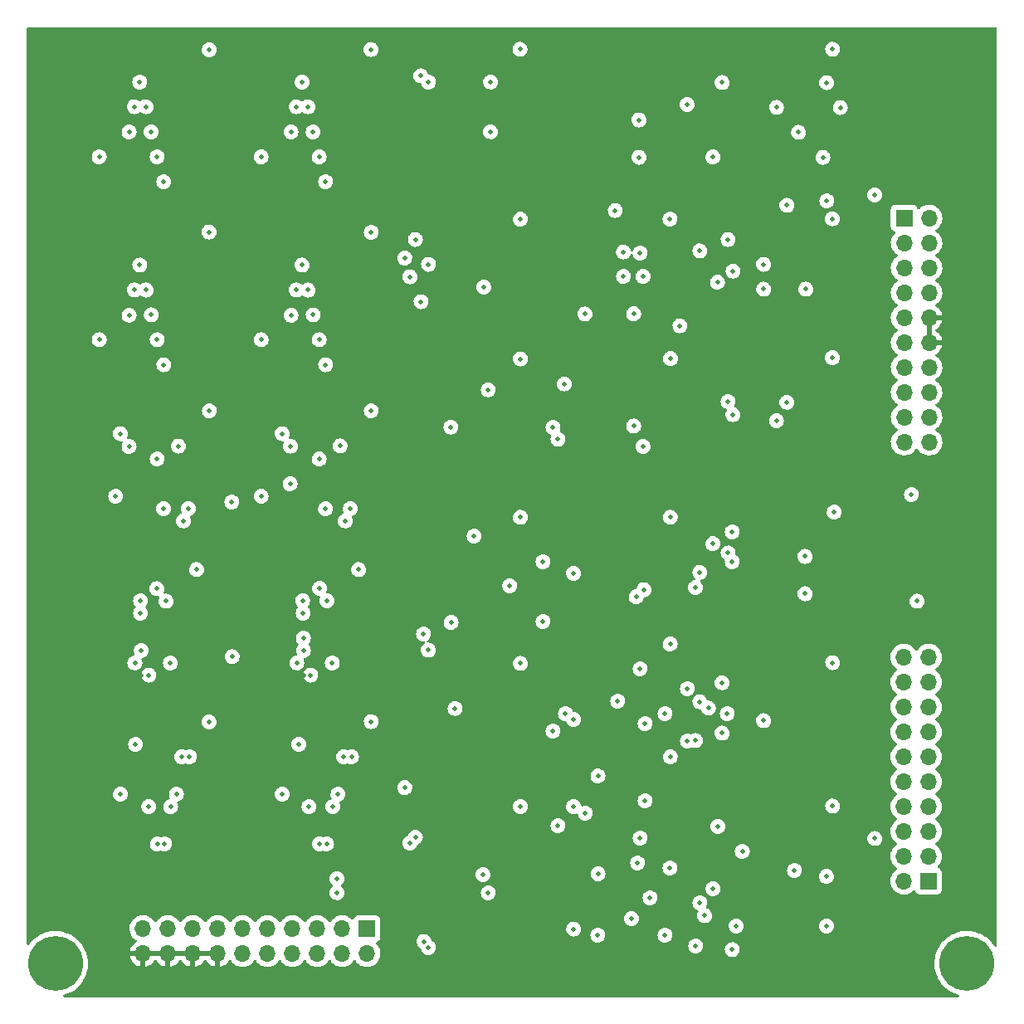
<source format=gbr>
G04 #@! TF.GenerationSoftware,KiCad,Pcbnew,(6.0.5)*
G04 #@! TF.CreationDate,2022-08-31T18:03:14+02:00*
G04 #@! TF.ProjectId,B2,42322e6b-6963-4616-945f-706362585858,rev?*
G04 #@! TF.SameCoordinates,Original*
G04 #@! TF.FileFunction,Copper,L2,Inr*
G04 #@! TF.FilePolarity,Positive*
%FSLAX46Y46*%
G04 Gerber Fmt 4.6, Leading zero omitted, Abs format (unit mm)*
G04 Created by KiCad (PCBNEW (6.0.5)) date 2022-08-31 18:03:14*
%MOMM*%
%LPD*%
G01*
G04 APERTURE LIST*
G04 #@! TA.AperFunction,ComponentPad*
%ADD10C,5.600000*%
G04 #@! TD*
G04 #@! TA.AperFunction,ComponentPad*
%ADD11R,1.700000X1.700000*%
G04 #@! TD*
G04 #@! TA.AperFunction,ComponentPad*
%ADD12O,1.700000X1.700000*%
G04 #@! TD*
G04 #@! TA.AperFunction,ViaPad*
%ADD13C,0.500000*%
G04 #@! TD*
G04 APERTURE END LIST*
D10*
X196406802Y-56930538D03*
X103406802Y-56930538D03*
X196406802Y-141055538D03*
D11*
X190000000Y-65000000D03*
D12*
X192540000Y-65000000D03*
X190000000Y-67540000D03*
X192540000Y-67540000D03*
X190000000Y-70080000D03*
X192540000Y-70080000D03*
X190000000Y-72620000D03*
X192540000Y-72620000D03*
X190000000Y-75160000D03*
X192540000Y-75160000D03*
X190000000Y-77700000D03*
X192540000Y-77700000D03*
X190000000Y-80240000D03*
X192540000Y-80240000D03*
X190000000Y-82780000D03*
X192540000Y-82780000D03*
X190000000Y-85320000D03*
X192540000Y-85320000D03*
X190000000Y-87860000D03*
X192540000Y-87860000D03*
D11*
X192500000Y-132660000D03*
D12*
X189960000Y-132660000D03*
X192500000Y-130120000D03*
X189960000Y-130120000D03*
X192500000Y-127580000D03*
X189960000Y-127580000D03*
X192500000Y-125040000D03*
X189960000Y-125040000D03*
X192500000Y-122500000D03*
X189960000Y-122500000D03*
X192500000Y-119960000D03*
X189960000Y-119960000D03*
X192500000Y-117420000D03*
X189960000Y-117420000D03*
X192500000Y-114880000D03*
X189960000Y-114880000D03*
X192500000Y-112340000D03*
X189960000Y-112340000D03*
X192500000Y-109800000D03*
X189960000Y-109800000D03*
D10*
X103406802Y-141055538D03*
D11*
X135200000Y-137500000D03*
D12*
X135200000Y-140040000D03*
X132660000Y-137500000D03*
X132660000Y-140040000D03*
X130120000Y-137500000D03*
X130120000Y-140040000D03*
X127580000Y-137500000D03*
X127580000Y-140040000D03*
X125040000Y-137500000D03*
X125040000Y-140040000D03*
X122500000Y-137500000D03*
X122500000Y-140040000D03*
X119960000Y-137500000D03*
X119960000Y-140040000D03*
X117420000Y-137500000D03*
X117420000Y-140040000D03*
X114880000Y-137500000D03*
X114880000Y-140040000D03*
X112340000Y-137500000D03*
X112340000Y-140040000D03*
D13*
X165608000Y-138176000D03*
X144190720Y-115034060D03*
X183484520Y-53723540D03*
X156281785Y-137541817D03*
X156276040Y-101244400D03*
X156278580Y-116146580D03*
X156278580Y-125036580D03*
X172045540Y-99184460D03*
X172044360Y-83705700D03*
X172041820Y-67190620D03*
X190754000Y-93218000D03*
X168715243Y-118310830D03*
X168733201Y-139255511D03*
X168715243Y-102690278D03*
X187004100Y-62636400D03*
X187004100Y-128310640D03*
X163370260Y-70965060D03*
X191315340Y-104086660D03*
X163360100Y-88313260D03*
X163576000Y-124460000D03*
X147111720Y-72034400D03*
X162814000Y-130810000D03*
X147030340Y-131991200D03*
X163576000Y-116586000D03*
X158750000Y-138176000D03*
X163068000Y-68580000D03*
X158767780Y-131902200D03*
X158757620Y-121927620D03*
X160782000Y-114300000D03*
X119075200Y-66421000D03*
X166141400Y-119989600D03*
X119126000Y-84683600D03*
X128701800Y-107848400D03*
X165608000Y-115570000D03*
X182867000Y-94996000D03*
X182702200Y-47777400D03*
X135610600Y-47802800D03*
X150850600Y-110439200D03*
X175666400Y-116281200D03*
X166116000Y-131318000D03*
X119072660Y-116400580D03*
X150799800Y-47777400D03*
X161358580Y-68463160D03*
X182676800Y-65074800D03*
X127347980Y-92102940D03*
X166141400Y-95529400D03*
X149758400Y-102514400D03*
X166128400Y-108458000D03*
X117805200Y-100863400D03*
X135636000Y-84683600D03*
X182676800Y-79248000D03*
X146126200Y-97434400D03*
X150850600Y-125044200D03*
X167868600Y-53416200D03*
X134340600Y-100863400D03*
X150850600Y-65125600D03*
X179895000Y-103335000D03*
X182702200Y-124993400D03*
X150850600Y-95529400D03*
X119100600Y-47828200D03*
X150850600Y-79375000D03*
X135636000Y-116382800D03*
X166116000Y-65100200D03*
X161371280Y-70970140D03*
X135636000Y-66446400D03*
X173487080Y-129626360D03*
X182702200Y-110363000D03*
X166166800Y-79349600D03*
X175668240Y-72261748D03*
X175666400Y-69723000D03*
X184251600Y-110363000D03*
X146174460Y-74797920D03*
X137185400Y-66421000D03*
X175691800Y-120116600D03*
X167690800Y-119989600D03*
X146126200Y-105054400D03*
X169418000Y-53416200D03*
X146131280Y-82529680D03*
X184279620Y-94996000D03*
X110058200Y-130124200D03*
X110827820Y-95879920D03*
X161391600Y-129540000D03*
X173507400Y-56261000D03*
X128701800Y-111633000D03*
X152400000Y-110490000D03*
X146177000Y-120116600D03*
X135890000Y-100863400D03*
X175641000Y-88849200D03*
X120650000Y-47853600D03*
X184277000Y-124993400D03*
X112166400Y-111633000D03*
X146100800Y-57454800D03*
X110083600Y-71069200D03*
X126593600Y-79984600D03*
X119405400Y-100863400D03*
X137185400Y-116382800D03*
X167690800Y-131318000D03*
X120624600Y-66421000D03*
X161290000Y-118110000D03*
X127347980Y-95912940D03*
X149783800Y-115011200D03*
X175691800Y-74777600D03*
X146149060Y-88882220D03*
X152425400Y-65125600D03*
X110032800Y-79959200D03*
X161264600Y-104952800D03*
X173507400Y-61341000D03*
X167690800Y-65125600D03*
X109905800Y-61290200D03*
X161356040Y-74790300D03*
X173507400Y-138506200D03*
X167690800Y-95529400D03*
X167690800Y-79349600D03*
X152400000Y-125044200D03*
X161239200Y-61366400D03*
X126492000Y-61290200D03*
X184277000Y-79273400D03*
X184251600Y-65074800D03*
X137210800Y-84734400D03*
X152400000Y-95529400D03*
X120675400Y-116357400D03*
X167640000Y-108458000D03*
X146100800Y-134518400D03*
X161315400Y-90043000D03*
X184251600Y-47752000D03*
X152400000Y-79375000D03*
X161290000Y-140716000D03*
X175638940Y-105875163D03*
X152374600Y-47802800D03*
X164922200Y-82397600D03*
X120675400Y-84709000D03*
X137185400Y-47777400D03*
X133809759Y-105309876D03*
X126593600Y-130124200D03*
X140131800Y-67183000D03*
X140131800Y-128193800D03*
X139573000Y-70993000D03*
X139573000Y-128778000D03*
X139047220Y-123127449D03*
X139047220Y-69088000D03*
X169155110Y-101145110D03*
X169164000Y-134874000D03*
X169153840Y-68351400D03*
X169155110Y-114349530D03*
X167126920Y-75996800D03*
X147788400Y-56196000D03*
X147804100Y-51116000D03*
X162938460Y-58801000D03*
X162943540Y-54991000D03*
X153162000Y-106172000D03*
X153162000Y-100076000D03*
X172466000Y-97028000D03*
X171958000Y-115570000D03*
X154178000Y-117348000D03*
X154178000Y-86360000D03*
X176971960Y-85686900D03*
X172869000Y-137236200D03*
X176974500Y-53715920D03*
X181715000Y-58801000D03*
X179895000Y-99525000D03*
X182077241Y-132178252D03*
X170500000Y-58780000D03*
X170500000Y-98232000D03*
X170500000Y-133430000D03*
X155448000Y-115570000D03*
X155333076Y-81927076D03*
X179961411Y-72258179D03*
X178816000Y-131572000D03*
X170953258Y-71564500D03*
X170980134Y-127082343D03*
X160525460Y-64226440D03*
X154686000Y-87571580D03*
X154686000Y-127000000D03*
X182085611Y-137236200D03*
X179224940Y-56250840D03*
X178026060Y-83793940D03*
X178026060Y-63700660D03*
X182118000Y-63246000D03*
X182085611Y-51181000D03*
X172544740Y-70413880D03*
X172532040Y-85054440D03*
X141478000Y-69723000D03*
X141478000Y-51130200D03*
X140716000Y-73533000D03*
X140690600Y-50495200D03*
X121412000Y-93980000D03*
X141478000Y-139446000D03*
X121435134Y-109751134D03*
X141452436Y-109088912D03*
X140995992Y-138812246D03*
X140970000Y-107442000D03*
X132123180Y-132410200D03*
X128244600Y-118694200D03*
X111582200Y-118694200D03*
X147574000Y-133847840D03*
X147566380Y-82522060D03*
X132123180Y-133835140D03*
X132983480Y-95899320D03*
X132803269Y-119964320D03*
X126554869Y-86995120D03*
X126554869Y-123774320D03*
X129457980Y-111633120D03*
X129272669Y-125044320D03*
X130326769Y-128856860D03*
X130357249Y-102776140D03*
X131101469Y-104038520D03*
X131076069Y-128854320D03*
X131685669Y-125044320D03*
X131660269Y-110388520D03*
X132441634Y-88257380D03*
X132238434Y-123766580D03*
X133489069Y-94640520D03*
X133616069Y-119964320D03*
X116461411Y-95899200D03*
X116281200Y-119964200D03*
X110032800Y-86995000D03*
X110032800Y-123774200D03*
X112928400Y-125044200D03*
X112935911Y-111633000D03*
X113741200Y-102819200D03*
X113804700Y-128856740D03*
X114681000Y-104089200D03*
X114554000Y-128854200D03*
X115138200Y-110388400D03*
X115163600Y-125044200D03*
X115951000Y-88265000D03*
X115747800Y-123774200D03*
X117094000Y-119964200D03*
X116967000Y-94640400D03*
X162399980Y-74782680D03*
X162399980Y-86230460D03*
X128633434Y-104046020D03*
X128557234Y-69804280D03*
X128557234Y-51137820D03*
X128684020Y-105305860D03*
X129171069Y-72346940D03*
X129171069Y-53644920D03*
X129696849Y-56215400D03*
X129707009Y-74874240D03*
X128714500Y-109111820D03*
X127977269Y-72339320D03*
X127977269Y-53644920D03*
X128033480Y-110381820D03*
X127443869Y-74904720D03*
X127443869Y-56210320D03*
X127398780Y-88277700D03*
X130316609Y-77414240D03*
X130316609Y-89588460D03*
X130316609Y-58752860D03*
X124393669Y-77417120D03*
X124393669Y-58755833D03*
X124395869Y-93370520D03*
X130982089Y-61297940D03*
X130982089Y-79969480D03*
X130964309Y-94645600D03*
X112014000Y-69796660D03*
X112014000Y-51130200D03*
X112090200Y-104038400D03*
X112090200Y-105308400D03*
X112649000Y-72346820D03*
X112649000Y-53644800D03*
X113174780Y-56215280D03*
X112166400Y-109110780D03*
X113184940Y-74874120D03*
X111511411Y-110381700D03*
X111455200Y-72339200D03*
X111455200Y-53644800D03*
X110921800Y-74904600D03*
X110920093Y-88288168D03*
X110921800Y-56210200D03*
X113794540Y-77414120D03*
X113794540Y-89588340D03*
X113794540Y-58752740D03*
X107871600Y-58755713D03*
X107871600Y-77417000D03*
X109550200Y-93370400D03*
X114442240Y-94645480D03*
X114460020Y-79969360D03*
X114460020Y-61297820D03*
X171430915Y-117553808D03*
X171429851Y-112409573D03*
X171429851Y-51175885D03*
X157480000Y-125730000D03*
X157426660Y-74788901D03*
X143758920Y-86332060D03*
X143779240Y-106243120D03*
X164084000Y-134366000D03*
X163451540Y-102918260D03*
X162172931Y-136500253D03*
X162659060Y-103647240D03*
X172466000Y-139642440D03*
X172466000Y-100076000D03*
X167894000Y-118364000D03*
X167894000Y-113030000D03*
X163068000Y-128270000D03*
X163068000Y-110998000D03*
X169633521Y-136182479D03*
X170027600Y-115003580D03*
G04 #@! TA.AperFunction,Conductor*
G36*
X199415423Y-45534040D02*
G01*
X199461916Y-45587696D01*
X199473302Y-45640038D01*
X199473302Y-139272574D01*
X199453300Y-139340695D01*
X199399644Y-139387188D01*
X199329370Y-139397292D01*
X199264790Y-139367798D01*
X199242966Y-139343214D01*
X199047904Y-139055108D01*
X199045992Y-139052284D01*
X199041715Y-139047240D01*
X198937494Y-138924348D01*
X198814205Y-138778970D01*
X198554256Y-138532288D01*
X198303660Y-138341385D01*
X198271893Y-138317185D01*
X198271891Y-138317184D01*
X198269186Y-138315123D01*
X198266274Y-138313366D01*
X198266269Y-138313363D01*
X197965245Y-138131774D01*
X197965239Y-138131771D01*
X197962330Y-138130016D01*
X197686137Y-138001811D01*
X197640373Y-137980568D01*
X197640371Y-137980567D01*
X197637277Y-137979131D01*
X197376074Y-137890719D01*
X197301057Y-137865327D01*
X197301052Y-137865326D01*
X197297830Y-137864235D01*
X197094981Y-137819264D01*
X196951295Y-137787409D01*
X196951289Y-137787408D01*
X196947960Y-137786670D01*
X196944571Y-137786296D01*
X196944566Y-137786295D01*
X196595140Y-137747718D01*
X196595135Y-137747718D01*
X196591759Y-137747345D01*
X196588360Y-137747339D01*
X196588359Y-137747339D01*
X196418882Y-137747043D01*
X196233394Y-137746720D01*
X196120215Y-137758815D01*
X195880441Y-137784439D01*
X195880433Y-137784440D01*
X195877058Y-137784801D01*
X195526919Y-137861144D01*
X195187073Y-137974855D01*
X195183980Y-137976277D01*
X195183979Y-137976278D01*
X195025944Y-138048966D01*
X194861496Y-138124604D01*
X194858562Y-138126360D01*
X194858560Y-138126361D01*
X194560161Y-138304949D01*
X194553995Y-138308639D01*
X194551269Y-138310701D01*
X194551267Y-138310702D01*
X194276756Y-138518314D01*
X194268169Y-138524808D01*
X194265684Y-138527150D01*
X194265679Y-138527154D01*
X194247621Y-138544171D01*
X194007361Y-138770581D01*
X194005149Y-138773171D01*
X194005147Y-138773173D01*
X193974889Y-138808601D01*
X193774621Y-139043084D01*
X193772708Y-139045889D01*
X193772699Y-139045901D01*
X193692602Y-139163320D01*
X193572673Y-139339129D01*
X193403879Y-139655252D01*
X193270213Y-139987756D01*
X193269293Y-139991030D01*
X193269291Y-139991035D01*
X193176854Y-140319892D01*
X193173239Y-140332751D01*
X193172677Y-140336108D01*
X193172677Y-140336109D01*
X193139084Y-140536857D01*
X193114092Y-140686201D01*
X193093463Y-141043972D01*
X193111594Y-141401878D01*
X193112131Y-141405233D01*
X193112132Y-141405239D01*
X193117118Y-141436366D01*
X193168272Y-141755733D01*
X193262835Y-142101397D01*
X193394176Y-142434826D01*
X193424953Y-142493447D01*
X193540306Y-142713162D01*
X193560759Y-142752120D01*
X193562660Y-142754949D01*
X193562666Y-142754959D01*
X193691089Y-142946071D01*
X193760636Y-143049567D01*
X193991467Y-143323688D01*
X194250553Y-143571276D01*
X194534863Y-143789435D01*
X194566858Y-143808888D01*
X194838157Y-143973841D01*
X194838162Y-143973844D01*
X194841072Y-143975613D01*
X194844160Y-143977059D01*
X194844159Y-143977059D01*
X195162512Y-144126187D01*
X195162522Y-144126191D01*
X195165596Y-144127631D01*
X195168814Y-144128733D01*
X195168817Y-144128734D01*
X195501417Y-144242609D01*
X195501425Y-144242611D01*
X195504640Y-144243712D01*
X195507968Y-144244462D01*
X195524204Y-144248121D01*
X195586261Y-144282610D01*
X195619820Y-144345174D01*
X195614227Y-144415950D01*
X195571257Y-144472467D01*
X195504554Y-144496781D01*
X195496503Y-144497038D01*
X104319851Y-144497038D01*
X104251730Y-144477036D01*
X104205237Y-144423380D01*
X104195133Y-144353106D01*
X104224627Y-144288526D01*
X104280288Y-144251410D01*
X104306900Y-144242609D01*
X104615770Y-144140460D01*
X104941868Y-143991849D01*
X105035854Y-143936044D01*
X105247064Y-143810637D01*
X105247069Y-143810634D01*
X105250009Y-143808888D01*
X105536588Y-143593718D01*
X105798253Y-143348857D01*
X106031942Y-143077168D01*
X106226439Y-142794173D01*
X106232992Y-142784639D01*
X106232997Y-142784632D01*
X106234922Y-142781830D01*
X106236534Y-142778836D01*
X106236539Y-142778828D01*
X106403197Y-142469310D01*
X106404819Y-142466298D01*
X106539644Y-142134262D01*
X106549944Y-142098106D01*
X106570329Y-142026544D01*
X106637822Y-141789608D01*
X106698203Y-141436366D01*
X106700313Y-141401878D01*
X106719970Y-141080466D01*
X106720080Y-141078669D01*
X106720161Y-141055538D01*
X106700781Y-140697697D01*
X106642868Y-140344043D01*
X106632863Y-140307966D01*
X111008257Y-140307966D01*
X111038565Y-140442446D01*
X111041645Y-140452275D01*
X111121770Y-140649603D01*
X111126413Y-140658794D01*
X111237694Y-140840388D01*
X111243777Y-140848699D01*
X111383213Y-141009667D01*
X111390580Y-141016883D01*
X111554434Y-141152916D01*
X111562881Y-141158831D01*
X111746756Y-141266279D01*
X111756042Y-141270729D01*
X111955001Y-141346703D01*
X111964899Y-141349579D01*
X112068250Y-141370606D01*
X112082299Y-141369410D01*
X112086000Y-141359065D01*
X112086000Y-141358517D01*
X112594000Y-141358517D01*
X112598064Y-141372359D01*
X112611478Y-141374393D01*
X112618184Y-141373534D01*
X112628262Y-141371392D01*
X112832255Y-141310191D01*
X112841842Y-141306433D01*
X113033095Y-141212739D01*
X113041945Y-141207464D01*
X113215328Y-141083792D01*
X113223200Y-141077139D01*
X113374052Y-140926812D01*
X113380730Y-140918965D01*
X113508022Y-140741819D01*
X113509147Y-140742627D01*
X113556669Y-140698876D01*
X113626607Y-140686661D01*
X113692046Y-140714197D01*
X113719870Y-140746028D01*
X113777690Y-140840383D01*
X113783777Y-140848699D01*
X113923213Y-141009667D01*
X113930580Y-141016883D01*
X114094434Y-141152916D01*
X114102881Y-141158831D01*
X114286756Y-141266279D01*
X114296042Y-141270729D01*
X114495001Y-141346703D01*
X114504899Y-141349579D01*
X114608250Y-141370606D01*
X114622299Y-141369410D01*
X114626000Y-141359065D01*
X114626000Y-141358517D01*
X115134000Y-141358517D01*
X115138064Y-141372359D01*
X115151478Y-141374393D01*
X115158184Y-141373534D01*
X115168262Y-141371392D01*
X115372255Y-141310191D01*
X115381842Y-141306433D01*
X115573095Y-141212739D01*
X115581945Y-141207464D01*
X115755328Y-141083792D01*
X115763200Y-141077139D01*
X115914052Y-140926812D01*
X115920730Y-140918965D01*
X116048022Y-140741819D01*
X116049147Y-140742627D01*
X116096669Y-140698876D01*
X116166607Y-140686661D01*
X116232046Y-140714197D01*
X116259870Y-140746028D01*
X116317690Y-140840383D01*
X116323777Y-140848699D01*
X116463213Y-141009667D01*
X116470580Y-141016883D01*
X116634434Y-141152916D01*
X116642881Y-141158831D01*
X116826756Y-141266279D01*
X116836042Y-141270729D01*
X117035001Y-141346703D01*
X117044899Y-141349579D01*
X117148250Y-141370606D01*
X117162299Y-141369410D01*
X117166000Y-141359065D01*
X117166000Y-141358517D01*
X117674000Y-141358517D01*
X117678064Y-141372359D01*
X117691478Y-141374393D01*
X117698184Y-141373534D01*
X117708262Y-141371392D01*
X117912255Y-141310191D01*
X117921842Y-141306433D01*
X118113095Y-141212739D01*
X118121945Y-141207464D01*
X118295328Y-141083792D01*
X118303200Y-141077139D01*
X118454052Y-140926812D01*
X118460730Y-140918965D01*
X118588022Y-140741819D01*
X118589147Y-140742627D01*
X118636669Y-140698876D01*
X118706607Y-140686661D01*
X118772046Y-140714197D01*
X118799870Y-140746028D01*
X118857690Y-140840383D01*
X118863777Y-140848699D01*
X119003213Y-141009667D01*
X119010580Y-141016883D01*
X119174434Y-141152916D01*
X119182881Y-141158831D01*
X119366756Y-141266279D01*
X119376042Y-141270729D01*
X119575001Y-141346703D01*
X119584899Y-141349579D01*
X119688250Y-141370606D01*
X119702299Y-141369410D01*
X119706000Y-141359065D01*
X119706000Y-140312115D01*
X119701525Y-140296876D01*
X119700135Y-140295671D01*
X119692452Y-140294000D01*
X117692115Y-140294000D01*
X117676876Y-140298475D01*
X117675671Y-140299865D01*
X117674000Y-140307548D01*
X117674000Y-141358517D01*
X117166000Y-141358517D01*
X117166000Y-140312115D01*
X117161525Y-140296876D01*
X117160135Y-140295671D01*
X117152452Y-140294000D01*
X115152115Y-140294000D01*
X115136876Y-140298475D01*
X115135671Y-140299865D01*
X115134000Y-140307548D01*
X115134000Y-141358517D01*
X114626000Y-141358517D01*
X114626000Y-140312115D01*
X114621525Y-140296876D01*
X114620135Y-140295671D01*
X114612452Y-140294000D01*
X112612115Y-140294000D01*
X112596876Y-140298475D01*
X112595671Y-140299865D01*
X112594000Y-140307548D01*
X112594000Y-141358517D01*
X112086000Y-141358517D01*
X112086000Y-140312115D01*
X112081525Y-140296876D01*
X112080135Y-140295671D01*
X112072452Y-140294000D01*
X111023225Y-140294000D01*
X111009694Y-140297973D01*
X111008257Y-140307966D01*
X106632863Y-140307966D01*
X106547099Y-139998711D01*
X106544045Y-139991035D01*
X106415854Y-139668907D01*
X106414595Y-139665743D01*
X106323342Y-139493396D01*
X106248504Y-139352051D01*
X106248500Y-139352044D01*
X106246905Y-139349032D01*
X106045992Y-139052284D01*
X106041715Y-139047240D01*
X105937494Y-138924348D01*
X105814205Y-138778970D01*
X105554256Y-138532288D01*
X105303660Y-138341385D01*
X105271893Y-138317185D01*
X105271891Y-138317184D01*
X105269186Y-138315123D01*
X105266274Y-138313366D01*
X105266269Y-138313363D01*
X104965245Y-138131774D01*
X104965239Y-138131771D01*
X104962330Y-138130016D01*
X104686137Y-138001811D01*
X104640373Y-137980568D01*
X104640371Y-137980567D01*
X104637277Y-137979131D01*
X104376074Y-137890719D01*
X104301057Y-137865327D01*
X104301052Y-137865326D01*
X104297830Y-137864235D01*
X104094981Y-137819264D01*
X103951295Y-137787409D01*
X103951289Y-137787408D01*
X103947960Y-137786670D01*
X103944571Y-137786296D01*
X103944566Y-137786295D01*
X103595140Y-137747718D01*
X103595135Y-137747718D01*
X103591759Y-137747345D01*
X103588360Y-137747339D01*
X103588359Y-137747339D01*
X103418882Y-137747043D01*
X103233394Y-137746720D01*
X103120215Y-137758815D01*
X102880441Y-137784439D01*
X102880433Y-137784440D01*
X102877058Y-137784801D01*
X102526919Y-137861144D01*
X102187073Y-137974855D01*
X102183980Y-137976277D01*
X102183979Y-137976278D01*
X102025944Y-138048966D01*
X101861496Y-138124604D01*
X101858562Y-138126360D01*
X101858560Y-138126361D01*
X101560161Y-138304949D01*
X101553995Y-138308639D01*
X101551269Y-138310701D01*
X101551267Y-138310702D01*
X101276756Y-138518314D01*
X101268169Y-138524808D01*
X101265684Y-138527150D01*
X101265679Y-138527154D01*
X101247621Y-138544171D01*
X101007361Y-138770581D01*
X101005149Y-138773171D01*
X101005147Y-138773173D01*
X100974889Y-138808601D01*
X100774621Y-139043084D01*
X100720388Y-139122586D01*
X100665479Y-139167587D01*
X100594954Y-139175758D01*
X100531207Y-139144504D01*
X100494477Y-139083747D01*
X100490302Y-139051580D01*
X100490302Y-137466695D01*
X110977251Y-137466695D01*
X110977548Y-137471848D01*
X110977548Y-137471851D01*
X110983698Y-137578514D01*
X110990110Y-137689715D01*
X110991247Y-137694761D01*
X110991248Y-137694767D01*
X111011960Y-137786670D01*
X111039222Y-137907639D01*
X111123266Y-138114616D01*
X111160685Y-138175678D01*
X111237291Y-138300688D01*
X111239987Y-138305088D01*
X111386250Y-138473938D01*
X111558126Y-138616632D01*
X111603486Y-138643138D01*
X111631955Y-138659774D01*
X111680679Y-138711412D01*
X111693750Y-138781195D01*
X111667019Y-138846967D01*
X111626562Y-138880327D01*
X111618457Y-138884546D01*
X111609738Y-138890036D01*
X111439433Y-139017905D01*
X111431726Y-139024748D01*
X111284590Y-139178717D01*
X111278104Y-139186727D01*
X111158098Y-139362649D01*
X111153000Y-139371623D01*
X111063338Y-139564783D01*
X111059775Y-139574470D01*
X111004389Y-139774183D01*
X111005912Y-139782607D01*
X111018292Y-139786000D01*
X120088000Y-139786000D01*
X120156121Y-139806002D01*
X120202614Y-139859658D01*
X120214000Y-139912000D01*
X120214000Y-141358517D01*
X120218064Y-141372359D01*
X120231478Y-141374393D01*
X120238184Y-141373534D01*
X120248262Y-141371392D01*
X120452255Y-141310191D01*
X120461842Y-141306433D01*
X120653095Y-141212739D01*
X120661945Y-141207464D01*
X120835328Y-141083792D01*
X120843200Y-141077139D01*
X120994052Y-140926812D01*
X121000730Y-140918965D01*
X121128022Y-140741819D01*
X121129279Y-140742722D01*
X121176373Y-140699362D01*
X121246311Y-140687145D01*
X121311751Y-140714678D01*
X121339579Y-140746511D01*
X121399987Y-140845088D01*
X121546250Y-141013938D01*
X121718126Y-141156632D01*
X121911000Y-141269338D01*
X122119692Y-141349030D01*
X122124760Y-141350061D01*
X122124763Y-141350062D01*
X122219862Y-141369410D01*
X122338597Y-141393567D01*
X122343772Y-141393757D01*
X122343774Y-141393757D01*
X122556673Y-141401564D01*
X122556677Y-141401564D01*
X122561837Y-141401753D01*
X122566957Y-141401097D01*
X122566959Y-141401097D01*
X122778288Y-141374025D01*
X122778289Y-141374025D01*
X122783416Y-141373368D01*
X122788366Y-141371883D01*
X122992429Y-141310661D01*
X122992434Y-141310659D01*
X122997384Y-141309174D01*
X123197994Y-141210896D01*
X123379860Y-141081173D01*
X123403760Y-141057357D01*
X123534435Y-140927137D01*
X123538096Y-140923489D01*
X123668453Y-140742077D01*
X123669776Y-140743028D01*
X123716645Y-140699857D01*
X123786580Y-140687625D01*
X123852026Y-140715144D01*
X123879875Y-140746994D01*
X123939987Y-140845088D01*
X124086250Y-141013938D01*
X124258126Y-141156632D01*
X124451000Y-141269338D01*
X124659692Y-141349030D01*
X124664760Y-141350061D01*
X124664763Y-141350062D01*
X124759862Y-141369410D01*
X124878597Y-141393567D01*
X124883772Y-141393757D01*
X124883774Y-141393757D01*
X125096673Y-141401564D01*
X125096677Y-141401564D01*
X125101837Y-141401753D01*
X125106957Y-141401097D01*
X125106959Y-141401097D01*
X125318288Y-141374025D01*
X125318289Y-141374025D01*
X125323416Y-141373368D01*
X125328366Y-141371883D01*
X125532429Y-141310661D01*
X125532434Y-141310659D01*
X125537384Y-141309174D01*
X125737994Y-141210896D01*
X125919860Y-141081173D01*
X125943760Y-141057357D01*
X126074435Y-140927137D01*
X126078096Y-140923489D01*
X126208453Y-140742077D01*
X126209776Y-140743028D01*
X126256645Y-140699857D01*
X126326580Y-140687625D01*
X126392026Y-140715144D01*
X126419875Y-140746994D01*
X126479987Y-140845088D01*
X126626250Y-141013938D01*
X126798126Y-141156632D01*
X126991000Y-141269338D01*
X127199692Y-141349030D01*
X127204760Y-141350061D01*
X127204763Y-141350062D01*
X127299862Y-141369410D01*
X127418597Y-141393567D01*
X127423772Y-141393757D01*
X127423774Y-141393757D01*
X127636673Y-141401564D01*
X127636677Y-141401564D01*
X127641837Y-141401753D01*
X127646957Y-141401097D01*
X127646959Y-141401097D01*
X127858288Y-141374025D01*
X127858289Y-141374025D01*
X127863416Y-141373368D01*
X127868366Y-141371883D01*
X128072429Y-141310661D01*
X128072434Y-141310659D01*
X128077384Y-141309174D01*
X128277994Y-141210896D01*
X128459860Y-141081173D01*
X128483760Y-141057357D01*
X128614435Y-140927137D01*
X128618096Y-140923489D01*
X128748453Y-140742077D01*
X128749776Y-140743028D01*
X128796645Y-140699857D01*
X128866580Y-140687625D01*
X128932026Y-140715144D01*
X128959875Y-140746994D01*
X129019987Y-140845088D01*
X129166250Y-141013938D01*
X129338126Y-141156632D01*
X129531000Y-141269338D01*
X129739692Y-141349030D01*
X129744760Y-141350061D01*
X129744763Y-141350062D01*
X129839862Y-141369410D01*
X129958597Y-141393567D01*
X129963772Y-141393757D01*
X129963774Y-141393757D01*
X130176673Y-141401564D01*
X130176677Y-141401564D01*
X130181837Y-141401753D01*
X130186957Y-141401097D01*
X130186959Y-141401097D01*
X130398288Y-141374025D01*
X130398289Y-141374025D01*
X130403416Y-141373368D01*
X130408366Y-141371883D01*
X130612429Y-141310661D01*
X130612434Y-141310659D01*
X130617384Y-141309174D01*
X130817994Y-141210896D01*
X130999860Y-141081173D01*
X131023760Y-141057357D01*
X131154435Y-140927137D01*
X131158096Y-140923489D01*
X131288453Y-140742077D01*
X131289776Y-140743028D01*
X131336645Y-140699857D01*
X131406580Y-140687625D01*
X131472026Y-140715144D01*
X131499875Y-140746994D01*
X131559987Y-140845088D01*
X131706250Y-141013938D01*
X131878126Y-141156632D01*
X132071000Y-141269338D01*
X132279692Y-141349030D01*
X132284760Y-141350061D01*
X132284763Y-141350062D01*
X132379862Y-141369410D01*
X132498597Y-141393567D01*
X132503772Y-141393757D01*
X132503774Y-141393757D01*
X132716673Y-141401564D01*
X132716677Y-141401564D01*
X132721837Y-141401753D01*
X132726957Y-141401097D01*
X132726959Y-141401097D01*
X132938288Y-141374025D01*
X132938289Y-141374025D01*
X132943416Y-141373368D01*
X132948366Y-141371883D01*
X133152429Y-141310661D01*
X133152434Y-141310659D01*
X133157384Y-141309174D01*
X133357994Y-141210896D01*
X133539860Y-141081173D01*
X133563760Y-141057357D01*
X133694435Y-140927137D01*
X133698096Y-140923489D01*
X133828453Y-140742077D01*
X133829776Y-140743028D01*
X133876645Y-140699857D01*
X133946580Y-140687625D01*
X134012026Y-140715144D01*
X134039875Y-140746994D01*
X134099987Y-140845088D01*
X134246250Y-141013938D01*
X134418126Y-141156632D01*
X134611000Y-141269338D01*
X134819692Y-141349030D01*
X134824760Y-141350061D01*
X134824763Y-141350062D01*
X134919862Y-141369410D01*
X135038597Y-141393567D01*
X135043772Y-141393757D01*
X135043774Y-141393757D01*
X135256673Y-141401564D01*
X135256677Y-141401564D01*
X135261837Y-141401753D01*
X135266957Y-141401097D01*
X135266959Y-141401097D01*
X135478288Y-141374025D01*
X135478289Y-141374025D01*
X135483416Y-141373368D01*
X135488366Y-141371883D01*
X135692429Y-141310661D01*
X135692434Y-141310659D01*
X135697384Y-141309174D01*
X135897994Y-141210896D01*
X136079860Y-141081173D01*
X136103760Y-141057357D01*
X136234435Y-140927137D01*
X136238096Y-140923489D01*
X136368453Y-140742077D01*
X136381995Y-140714678D01*
X136465136Y-140546453D01*
X136465137Y-140546451D01*
X136467430Y-140541811D01*
X136509106Y-140404640D01*
X136530865Y-140333023D01*
X136530865Y-140333021D01*
X136532370Y-140328069D01*
X136561529Y-140106590D01*
X136563156Y-140040000D01*
X136544852Y-139817361D01*
X136490431Y-139600702D01*
X136401354Y-139395840D01*
X136343656Y-139306653D01*
X136282822Y-139212617D01*
X136282820Y-139212614D01*
X136280014Y-139208277D01*
X136260405Y-139186727D01*
X136132798Y-139046488D01*
X136101746Y-138982642D01*
X136110141Y-138912143D01*
X136155317Y-138857375D01*
X136181761Y-138843706D01*
X136288297Y-138803767D01*
X136294107Y-138801589D01*
X140232767Y-138801589D01*
X140249373Y-138970945D01*
X140303086Y-139132413D01*
X140306733Y-139138435D01*
X140306734Y-139138437D01*
X140380036Y-139259472D01*
X140391238Y-139277969D01*
X140509447Y-139400378D01*
X140651838Y-139493556D01*
X140658440Y-139496011D01*
X140662145Y-139497883D01*
X140713928Y-139546453D01*
X140728422Y-139590966D01*
X140729228Y-139590795D01*
X140730694Y-139597690D01*
X140731381Y-139604699D01*
X140733605Y-139611384D01*
X140733605Y-139611385D01*
X140749713Y-139659806D01*
X140785094Y-139766167D01*
X140788741Y-139772189D01*
X140788742Y-139772191D01*
X140844042Y-139863501D01*
X140873246Y-139911723D01*
X140991455Y-140034132D01*
X141005565Y-140043365D01*
X141102183Y-140106590D01*
X141133846Y-140127310D01*
X141140450Y-140129766D01*
X141140452Y-140129767D01*
X141176844Y-140143301D01*
X141293341Y-140186626D01*
X141462015Y-140209132D01*
X141469026Y-140208494D01*
X141469030Y-140208494D01*
X141624462Y-140194348D01*
X141631483Y-140193709D01*
X141638185Y-140191531D01*
X141638187Y-140191531D01*
X141786623Y-140143301D01*
X141786626Y-140143300D01*
X141793322Y-140141124D01*
X141939490Y-140053990D01*
X141944584Y-140049139D01*
X141944588Y-140049136D01*
X142035452Y-139962607D01*
X142062721Y-139936639D01*
X142156891Y-139794902D01*
X142217319Y-139635825D01*
X142241001Y-139467313D01*
X142241118Y-139458964D01*
X142241244Y-139449961D01*
X142241244Y-139449955D01*
X142241299Y-139446000D01*
X142222331Y-139276892D01*
X142211174Y-139244854D01*
X167969976Y-139244854D01*
X167986582Y-139414210D01*
X168040295Y-139575678D01*
X168043942Y-139581700D01*
X168043943Y-139581702D01*
X168096757Y-139668907D01*
X168128447Y-139721234D01*
X168246656Y-139843643D01*
X168252552Y-139847501D01*
X168351117Y-139912000D01*
X168389047Y-139936821D01*
X168395651Y-139939277D01*
X168395653Y-139939278D01*
X168432045Y-139952812D01*
X168548542Y-139996137D01*
X168717216Y-140018643D01*
X168724227Y-140018005D01*
X168724231Y-140018005D01*
X168879663Y-140003859D01*
X168886684Y-140003220D01*
X168893386Y-140001042D01*
X168893388Y-140001042D01*
X169041824Y-139952812D01*
X169041827Y-139952811D01*
X169048523Y-139950635D01*
X169194691Y-139863501D01*
X169199785Y-139858650D01*
X169199789Y-139858647D01*
X169296902Y-139766167D01*
X169317922Y-139746150D01*
X169393907Y-139631783D01*
X171702775Y-139631783D01*
X171719381Y-139801139D01*
X171721605Y-139807824D01*
X171721605Y-139807825D01*
X171738511Y-139858647D01*
X171773094Y-139962607D01*
X171776741Y-139968629D01*
X171776742Y-139968631D01*
X171828438Y-140053990D01*
X171861246Y-140108163D01*
X171979455Y-140230572D01*
X171985351Y-140234430D01*
X172097726Y-140307966D01*
X172121846Y-140323750D01*
X172128450Y-140326206D01*
X172128452Y-140326207D01*
X172201594Y-140353408D01*
X172281341Y-140383066D01*
X172450015Y-140405572D01*
X172457026Y-140404934D01*
X172457030Y-140404934D01*
X172612462Y-140390788D01*
X172619483Y-140390149D01*
X172626185Y-140387971D01*
X172626187Y-140387971D01*
X172774623Y-140339741D01*
X172774626Y-140339740D01*
X172781322Y-140337564D01*
X172927490Y-140250430D01*
X172932584Y-140245579D01*
X172932588Y-140245576D01*
X172999833Y-140181539D01*
X173050721Y-140133079D01*
X173144891Y-139991342D01*
X173205319Y-139832265D01*
X173229001Y-139663753D01*
X173229299Y-139642440D01*
X173210331Y-139473332D01*
X173206861Y-139463366D01*
X173164081Y-139340521D01*
X173154368Y-139312629D01*
X173148383Y-139303050D01*
X173118676Y-139255511D01*
X173064192Y-139168319D01*
X172944286Y-139047572D01*
X172932694Y-139040215D01*
X172889406Y-139012744D01*
X172800608Y-138956391D01*
X172640300Y-138899308D01*
X172471329Y-138879160D01*
X172464326Y-138879896D01*
X172464325Y-138879896D01*
X172309101Y-138896210D01*
X172309097Y-138896211D01*
X172302093Y-138896947D01*
X172295422Y-138899218D01*
X172147673Y-138949515D01*
X172147670Y-138949516D01*
X172141003Y-138951786D01*
X172135005Y-138955476D01*
X172135003Y-138955477D01*
X172002065Y-139037261D01*
X172002063Y-139037263D01*
X171996066Y-139040952D01*
X171874486Y-139160013D01*
X171870675Y-139165927D01*
X171870673Y-139165929D01*
X171799162Y-139276892D01*
X171782304Y-139303050D01*
X171724103Y-139462956D01*
X171702775Y-139631783D01*
X169393907Y-139631783D01*
X169412092Y-139604413D01*
X169472520Y-139445336D01*
X169496202Y-139276824D01*
X169496500Y-139255511D01*
X169477532Y-139086403D01*
X169465651Y-139052284D01*
X169432257Y-138956391D01*
X169421569Y-138925700D01*
X169416482Y-138917558D01*
X169372614Y-138847357D01*
X169331393Y-138781390D01*
X169211487Y-138660643D01*
X169195240Y-138650332D01*
X169156607Y-138625815D01*
X169067809Y-138569462D01*
X168907501Y-138512379D01*
X168738530Y-138492231D01*
X168731527Y-138492967D01*
X168731526Y-138492967D01*
X168576302Y-138509281D01*
X168576298Y-138509282D01*
X168569294Y-138510018D01*
X168562623Y-138512289D01*
X168414874Y-138562586D01*
X168414871Y-138562587D01*
X168408204Y-138564857D01*
X168402206Y-138568547D01*
X168402204Y-138568548D01*
X168269266Y-138650332D01*
X168269264Y-138650334D01*
X168263267Y-138654023D01*
X168220896Y-138695516D01*
X168156004Y-138759064D01*
X168141687Y-138773084D01*
X168137876Y-138778998D01*
X168137874Y-138779000D01*
X168053322Y-138910198D01*
X168049505Y-138916121D01*
X168032102Y-138963936D01*
X168000894Y-139049680D01*
X167991304Y-139076027D01*
X167969976Y-139244854D01*
X142211174Y-139244854D01*
X142166368Y-139116189D01*
X142147756Y-139086403D01*
X142122813Y-139046488D01*
X142076192Y-138971879D01*
X141956286Y-138851132D01*
X141949254Y-138846669D01*
X141846083Y-138781195D01*
X141812608Y-138759951D01*
X141810847Y-138759324D01*
X141759902Y-138712861D01*
X141742383Y-138661504D01*
X141741108Y-138650134D01*
X141741107Y-138650131D01*
X141740323Y-138643138D01*
X141684360Y-138482435D01*
X141679051Y-138473938D01*
X141653669Y-138433320D01*
X141594184Y-138338125D01*
X141569595Y-138313363D01*
X141536256Y-138279791D01*
X141474278Y-138217378D01*
X141458031Y-138207067D01*
X141403333Y-138172355D01*
X141330600Y-138126197D01*
X141170292Y-138069114D01*
X141001321Y-138048966D01*
X140994318Y-138049702D01*
X140994317Y-138049702D01*
X140839093Y-138066016D01*
X140839089Y-138066017D01*
X140832085Y-138066753D01*
X140825414Y-138069024D01*
X140677665Y-138119321D01*
X140677662Y-138119322D01*
X140670995Y-138121592D01*
X140664997Y-138125282D01*
X140664995Y-138125283D01*
X140532057Y-138207067D01*
X140532055Y-138207069D01*
X140526058Y-138210758D01*
X140404478Y-138329819D01*
X140400667Y-138335733D01*
X140400665Y-138335735D01*
X140316113Y-138466933D01*
X140312296Y-138472856D01*
X140254095Y-138632762D01*
X140232767Y-138801589D01*
X136294107Y-138801589D01*
X136296705Y-138800615D01*
X136413261Y-138713261D01*
X136500615Y-138596705D01*
X136551745Y-138460316D01*
X136558500Y-138398134D01*
X136558500Y-137531160D01*
X155518560Y-137531160D01*
X155535166Y-137700516D01*
X155588879Y-137861984D01*
X155592526Y-137868006D01*
X155592527Y-137868008D01*
X155672609Y-138000238D01*
X155677031Y-138007540D01*
X155795240Y-138129949D01*
X155801136Y-138133807D01*
X155928846Y-138217378D01*
X155937631Y-138223127D01*
X155944235Y-138225583D01*
X155944237Y-138225584D01*
X155980629Y-138239118D01*
X156097126Y-138282443D01*
X156265800Y-138304949D01*
X156272811Y-138304311D01*
X156272815Y-138304311D01*
X156428247Y-138290165D01*
X156435268Y-138289526D01*
X156441970Y-138287348D01*
X156441972Y-138287348D01*
X156590408Y-138239118D01*
X156590411Y-138239117D01*
X156597107Y-138236941D01*
X156717213Y-138165343D01*
X157986775Y-138165343D01*
X158003381Y-138334699D01*
X158057094Y-138496167D01*
X158060741Y-138502189D01*
X158060742Y-138502191D01*
X158128049Y-138613327D01*
X158145246Y-138641723D01*
X158263455Y-138764132D01*
X158319207Y-138800615D01*
X158397342Y-138851745D01*
X158405846Y-138857310D01*
X158412450Y-138859766D01*
X158412452Y-138859767D01*
X158466841Y-138879994D01*
X158565341Y-138916626D01*
X158734015Y-138939132D01*
X158741026Y-138938494D01*
X158741030Y-138938494D01*
X158896462Y-138924348D01*
X158903483Y-138923709D01*
X158910185Y-138921531D01*
X158910187Y-138921531D01*
X159058623Y-138873301D01*
X159058626Y-138873300D01*
X159065322Y-138871124D01*
X159211490Y-138783990D01*
X159216584Y-138779139D01*
X159216588Y-138779136D01*
X159287705Y-138711412D01*
X159334721Y-138666639D01*
X159339829Y-138658952D01*
X159386771Y-138588297D01*
X159428891Y-138524902D01*
X159489319Y-138365825D01*
X159513001Y-138197313D01*
X159513299Y-138176000D01*
X159512104Y-138165343D01*
X164844775Y-138165343D01*
X164861381Y-138334699D01*
X164915094Y-138496167D01*
X164918741Y-138502189D01*
X164918742Y-138502191D01*
X164986049Y-138613327D01*
X165003246Y-138641723D01*
X165121455Y-138764132D01*
X165177207Y-138800615D01*
X165255342Y-138851745D01*
X165263846Y-138857310D01*
X165270450Y-138859766D01*
X165270452Y-138859767D01*
X165324841Y-138879994D01*
X165423341Y-138916626D01*
X165592015Y-138939132D01*
X165599026Y-138938494D01*
X165599030Y-138938494D01*
X165754462Y-138924348D01*
X165761483Y-138923709D01*
X165768185Y-138921531D01*
X165768187Y-138921531D01*
X165916623Y-138873301D01*
X165916626Y-138873300D01*
X165923322Y-138871124D01*
X166069490Y-138783990D01*
X166074584Y-138779139D01*
X166074588Y-138779136D01*
X166145705Y-138711412D01*
X166192721Y-138666639D01*
X166197829Y-138658952D01*
X166244771Y-138588297D01*
X166286891Y-138524902D01*
X166347319Y-138365825D01*
X166371001Y-138197313D01*
X166371299Y-138176000D01*
X166352331Y-138006892D01*
X166344328Y-137983909D01*
X166316011Y-137902596D01*
X166296368Y-137846189D01*
X166290383Y-137836610D01*
X166257782Y-137784439D01*
X166206192Y-137701879D01*
X166086286Y-137581132D01*
X166070039Y-137570821D01*
X165996522Y-137524166D01*
X165942608Y-137489951D01*
X165782300Y-137432868D01*
X165613329Y-137412720D01*
X165606326Y-137413456D01*
X165606325Y-137413456D01*
X165451101Y-137429770D01*
X165451097Y-137429771D01*
X165444093Y-137430507D01*
X165437422Y-137432778D01*
X165289673Y-137483075D01*
X165289670Y-137483076D01*
X165283003Y-137485346D01*
X165277005Y-137489036D01*
X165277003Y-137489037D01*
X165144065Y-137570821D01*
X165144063Y-137570823D01*
X165138066Y-137574512D01*
X165016486Y-137693573D01*
X165012675Y-137699487D01*
X165012673Y-137699489D01*
X164957926Y-137784439D01*
X164924304Y-137836610D01*
X164915069Y-137861984D01*
X164870692Y-137983909D01*
X164866103Y-137996516D01*
X164844775Y-138165343D01*
X159512104Y-138165343D01*
X159494331Y-138006892D01*
X159486328Y-137983909D01*
X159458011Y-137902596D01*
X159438368Y-137846189D01*
X159432383Y-137836610D01*
X159399782Y-137784439D01*
X159348192Y-137701879D01*
X159228286Y-137581132D01*
X159212039Y-137570821D01*
X159138522Y-137524166D01*
X159084608Y-137489951D01*
X158924300Y-137432868D01*
X158755329Y-137412720D01*
X158748326Y-137413456D01*
X158748325Y-137413456D01*
X158593101Y-137429770D01*
X158593097Y-137429771D01*
X158586093Y-137430507D01*
X158579422Y-137432778D01*
X158431673Y-137483075D01*
X158431670Y-137483076D01*
X158425003Y-137485346D01*
X158419005Y-137489036D01*
X158419003Y-137489037D01*
X158286065Y-137570821D01*
X158286063Y-137570823D01*
X158280066Y-137574512D01*
X158158486Y-137693573D01*
X158154675Y-137699487D01*
X158154673Y-137699489D01*
X158099926Y-137784439D01*
X158066304Y-137836610D01*
X158057069Y-137861984D01*
X158012692Y-137983909D01*
X158008103Y-137996516D01*
X157986775Y-138165343D01*
X156717213Y-138165343D01*
X156743275Y-138149807D01*
X156748369Y-138144956D01*
X156748373Y-138144953D01*
X156828887Y-138068280D01*
X156866506Y-138032456D01*
X156885741Y-138003506D01*
X156936094Y-137927718D01*
X156960676Y-137890719D01*
X157021104Y-137731642D01*
X157044786Y-137563130D01*
X157045084Y-137541817D01*
X157026116Y-137372709D01*
X156970153Y-137212006D01*
X156964168Y-137202427D01*
X156907566Y-137111847D01*
X156879977Y-137067696D01*
X156869074Y-137056716D01*
X156765033Y-136951946D01*
X156760071Y-136946949D01*
X156743824Y-136936638D01*
X156681065Y-136896810D01*
X156616393Y-136855768D01*
X156456085Y-136798685D01*
X156287114Y-136778537D01*
X156280111Y-136779273D01*
X156280110Y-136779273D01*
X156124886Y-136795587D01*
X156124882Y-136795588D01*
X156117878Y-136796324D01*
X156111207Y-136798595D01*
X155963458Y-136848892D01*
X155963455Y-136848893D01*
X155956788Y-136851163D01*
X155950790Y-136854853D01*
X155950788Y-136854854D01*
X155817850Y-136936638D01*
X155817848Y-136936640D01*
X155811851Y-136940329D01*
X155760218Y-136990892D01*
X155699761Y-137050097D01*
X155690271Y-137059390D01*
X155686460Y-137065304D01*
X155686458Y-137065306D01*
X155604956Y-137191771D01*
X155598089Y-137202427D01*
X155539888Y-137362333D01*
X155518560Y-137531160D01*
X136558500Y-137531160D01*
X136558500Y-136601866D01*
X136551745Y-136539684D01*
X136532968Y-136489596D01*
X161409706Y-136489596D01*
X161426312Y-136658952D01*
X161480025Y-136820420D01*
X161483672Y-136826442D01*
X161483673Y-136826444D01*
X161556654Y-136946949D01*
X161568177Y-136965976D01*
X161686386Y-137088385D01*
X161828777Y-137181563D01*
X161835381Y-137184019D01*
X161835383Y-137184020D01*
X161868952Y-137196504D01*
X161988272Y-137240879D01*
X162156946Y-137263385D01*
X162163957Y-137262747D01*
X162163961Y-137262747D01*
X162319393Y-137248601D01*
X162326414Y-137247962D01*
X162333116Y-137245784D01*
X162333118Y-137245784D01*
X162395413Y-137225543D01*
X172105775Y-137225543D01*
X172122381Y-137394899D01*
X172124605Y-137401584D01*
X172124605Y-137401585D01*
X172135798Y-137435233D01*
X172176094Y-137556367D01*
X172179741Y-137562389D01*
X172179742Y-137562391D01*
X172256853Y-137689715D01*
X172264246Y-137701923D01*
X172382455Y-137824332D01*
X172401218Y-137836610D01*
X172509762Y-137907639D01*
X172524846Y-137917510D01*
X172531450Y-137919966D01*
X172531452Y-137919967D01*
X172567844Y-137933501D01*
X172684341Y-137976826D01*
X172853015Y-137999332D01*
X172860026Y-137998694D01*
X172860030Y-137998694D01*
X173015462Y-137984548D01*
X173022483Y-137983909D01*
X173029185Y-137981731D01*
X173029187Y-137981731D01*
X173177623Y-137933501D01*
X173177626Y-137933500D01*
X173184322Y-137931324D01*
X173330490Y-137844190D01*
X173335584Y-137839339D01*
X173335588Y-137839336D01*
X173402833Y-137775299D01*
X173453721Y-137726839D01*
X173470305Y-137701879D01*
X173543990Y-137590973D01*
X173547891Y-137585102D01*
X173608319Y-137426025D01*
X173632001Y-137257513D01*
X173632299Y-137236200D01*
X173631104Y-137225543D01*
X181322386Y-137225543D01*
X181338992Y-137394899D01*
X181341216Y-137401584D01*
X181341216Y-137401585D01*
X181352409Y-137435233D01*
X181392705Y-137556367D01*
X181396352Y-137562389D01*
X181396353Y-137562391D01*
X181473464Y-137689715D01*
X181480857Y-137701923D01*
X181599066Y-137824332D01*
X181617829Y-137836610D01*
X181726373Y-137907639D01*
X181741457Y-137917510D01*
X181748061Y-137919966D01*
X181748063Y-137919967D01*
X181784455Y-137933501D01*
X181900952Y-137976826D01*
X182069626Y-137999332D01*
X182076637Y-137998694D01*
X182076641Y-137998694D01*
X182232073Y-137984548D01*
X182239094Y-137983909D01*
X182245796Y-137981731D01*
X182245798Y-137981731D01*
X182394234Y-137933501D01*
X182394237Y-137933500D01*
X182400933Y-137931324D01*
X182547101Y-137844190D01*
X182552195Y-137839339D01*
X182552199Y-137839336D01*
X182619444Y-137775299D01*
X182670332Y-137726839D01*
X182686916Y-137701879D01*
X182760601Y-137590973D01*
X182764502Y-137585102D01*
X182824930Y-137426025D01*
X182848612Y-137257513D01*
X182848910Y-137236200D01*
X182829942Y-137067092D01*
X182773979Y-136906389D01*
X182767994Y-136896810D01*
X182744948Y-136859931D01*
X182683803Y-136762079D01*
X182563897Y-136641332D01*
X182547650Y-136631021D01*
X182465159Y-136578671D01*
X182420219Y-136550151D01*
X182259911Y-136493068D01*
X182090940Y-136472920D01*
X182083937Y-136473656D01*
X182083936Y-136473656D01*
X181928712Y-136489970D01*
X181928708Y-136489971D01*
X181921704Y-136490707D01*
X181915033Y-136492978D01*
X181767284Y-136543275D01*
X181767281Y-136543276D01*
X181760614Y-136545546D01*
X181754616Y-136549236D01*
X181754614Y-136549237D01*
X181621676Y-136631021D01*
X181621674Y-136631023D01*
X181615677Y-136634712D01*
X181494097Y-136753773D01*
X181490286Y-136759687D01*
X181490284Y-136759689D01*
X181425682Y-136859931D01*
X181401915Y-136896810D01*
X181343714Y-137056716D01*
X181322386Y-137225543D01*
X173631104Y-137225543D01*
X173613331Y-137067092D01*
X173557368Y-136906389D01*
X173551383Y-136896810D01*
X173528337Y-136859931D01*
X173467192Y-136762079D01*
X173347286Y-136641332D01*
X173331039Y-136631021D01*
X173248548Y-136578671D01*
X173203608Y-136550151D01*
X173043300Y-136493068D01*
X172874329Y-136472920D01*
X172867326Y-136473656D01*
X172867325Y-136473656D01*
X172712101Y-136489970D01*
X172712097Y-136489971D01*
X172705093Y-136490707D01*
X172698422Y-136492978D01*
X172550673Y-136543275D01*
X172550670Y-136543276D01*
X172544003Y-136545546D01*
X172538005Y-136549236D01*
X172538003Y-136549237D01*
X172405065Y-136631021D01*
X172405063Y-136631023D01*
X172399066Y-136634712D01*
X172277486Y-136753773D01*
X172273675Y-136759687D01*
X172273673Y-136759689D01*
X172209071Y-136859931D01*
X172185304Y-136896810D01*
X172127103Y-137056716D01*
X172105775Y-137225543D01*
X162395413Y-137225543D01*
X162481554Y-137197554D01*
X162481557Y-137197553D01*
X162488253Y-137195377D01*
X162634421Y-137108243D01*
X162639515Y-137103392D01*
X162639519Y-137103389D01*
X162717314Y-137029305D01*
X162757652Y-136990892D01*
X162851822Y-136849155D01*
X162912250Y-136690078D01*
X162914634Y-136673118D01*
X162918398Y-136646329D01*
X162935932Y-136521566D01*
X162936049Y-136513217D01*
X162936175Y-136504214D01*
X162936175Y-136504208D01*
X162936230Y-136500253D01*
X162917262Y-136331145D01*
X162904299Y-136293919D01*
X162863617Y-136177099D01*
X162861299Y-136170442D01*
X162855314Y-136160863D01*
X162833351Y-136125717D01*
X162771123Y-136026132D01*
X162755089Y-136009985D01*
X162656179Y-135910382D01*
X162651217Y-135905385D01*
X162634970Y-135895074D01*
X162563489Y-135849711D01*
X162507539Y-135814204D01*
X162347231Y-135757121D01*
X162178260Y-135736973D01*
X162171257Y-135737709D01*
X162171256Y-135737709D01*
X162016032Y-135754023D01*
X162016028Y-135754024D01*
X162009024Y-135754760D01*
X162002353Y-135757031D01*
X161854604Y-135807328D01*
X161854601Y-135807329D01*
X161847934Y-135809599D01*
X161841936Y-135813289D01*
X161841934Y-135813290D01*
X161708996Y-135895074D01*
X161708994Y-135895076D01*
X161702997Y-135898765D01*
X161581417Y-136017826D01*
X161577606Y-136023740D01*
X161577604Y-136023742D01*
X161493052Y-136154940D01*
X161489235Y-136160863D01*
X161431034Y-136320769D01*
X161409706Y-136489596D01*
X136532968Y-136489596D01*
X136500615Y-136403295D01*
X136413261Y-136286739D01*
X136296705Y-136199385D01*
X136160316Y-136148255D01*
X136098134Y-136141500D01*
X134301866Y-136141500D01*
X134239684Y-136148255D01*
X134103295Y-136199385D01*
X133986739Y-136286739D01*
X133899385Y-136403295D01*
X133896233Y-136411703D01*
X133854919Y-136521907D01*
X133812277Y-136578671D01*
X133745716Y-136603371D01*
X133676367Y-136588163D01*
X133643743Y-136562476D01*
X133593151Y-136506875D01*
X133593142Y-136506866D01*
X133589670Y-136503051D01*
X133585619Y-136499852D01*
X133585615Y-136499848D01*
X133418414Y-136367800D01*
X133418410Y-136367798D01*
X133414359Y-136364598D01*
X133218789Y-136256638D01*
X133213920Y-136254914D01*
X133213916Y-136254912D01*
X133013087Y-136183795D01*
X133013083Y-136183794D01*
X133008212Y-136182069D01*
X133003119Y-136181162D01*
X133003116Y-136181161D01*
X132793373Y-136143800D01*
X132793367Y-136143799D01*
X132788284Y-136142894D01*
X132714452Y-136141992D01*
X132570081Y-136140228D01*
X132570079Y-136140228D01*
X132564911Y-136140165D01*
X132344091Y-136173955D01*
X132131756Y-136243357D01*
X132101443Y-136259137D01*
X131969622Y-136327759D01*
X131933607Y-136346507D01*
X131929474Y-136349610D01*
X131929471Y-136349612D01*
X131759100Y-136477530D01*
X131754965Y-136480635D01*
X131698536Y-136539684D01*
X131661280Y-136578671D01*
X131600629Y-136642138D01*
X131493201Y-136799621D01*
X131438293Y-136844621D01*
X131367768Y-136852792D01*
X131304021Y-136821538D01*
X131283324Y-136797054D01*
X131202822Y-136672617D01*
X131202820Y-136672614D01*
X131200014Y-136668277D01*
X131049670Y-136503051D01*
X131045619Y-136499852D01*
X131045615Y-136499848D01*
X130878414Y-136367800D01*
X130878410Y-136367798D01*
X130874359Y-136364598D01*
X130678789Y-136256638D01*
X130673920Y-136254914D01*
X130673916Y-136254912D01*
X130473087Y-136183795D01*
X130473083Y-136183794D01*
X130468212Y-136182069D01*
X130463119Y-136181162D01*
X130463116Y-136181161D01*
X130253373Y-136143800D01*
X130253367Y-136143799D01*
X130248284Y-136142894D01*
X130174452Y-136141992D01*
X130030081Y-136140228D01*
X130030079Y-136140228D01*
X130024911Y-136140165D01*
X129804091Y-136173955D01*
X129591756Y-136243357D01*
X129561443Y-136259137D01*
X129429622Y-136327759D01*
X129393607Y-136346507D01*
X129389474Y-136349610D01*
X129389471Y-136349612D01*
X129219100Y-136477530D01*
X129214965Y-136480635D01*
X129158536Y-136539684D01*
X129121280Y-136578671D01*
X129060629Y-136642138D01*
X128953201Y-136799621D01*
X128898293Y-136844621D01*
X128827768Y-136852792D01*
X128764021Y-136821538D01*
X128743324Y-136797054D01*
X128662822Y-136672617D01*
X128662820Y-136672614D01*
X128660014Y-136668277D01*
X128509670Y-136503051D01*
X128505619Y-136499852D01*
X128505615Y-136499848D01*
X128338414Y-136367800D01*
X128338410Y-136367798D01*
X128334359Y-136364598D01*
X128138789Y-136256638D01*
X128133920Y-136254914D01*
X128133916Y-136254912D01*
X127933087Y-136183795D01*
X127933083Y-136183794D01*
X127928212Y-136182069D01*
X127923119Y-136181162D01*
X127923116Y-136181161D01*
X127713373Y-136143800D01*
X127713367Y-136143799D01*
X127708284Y-136142894D01*
X127634452Y-136141992D01*
X127490081Y-136140228D01*
X127490079Y-136140228D01*
X127484911Y-136140165D01*
X127264091Y-136173955D01*
X127051756Y-136243357D01*
X127021443Y-136259137D01*
X126889622Y-136327759D01*
X126853607Y-136346507D01*
X126849474Y-136349610D01*
X126849471Y-136349612D01*
X126679100Y-136477530D01*
X126674965Y-136480635D01*
X126618536Y-136539684D01*
X126581280Y-136578671D01*
X126520629Y-136642138D01*
X126413201Y-136799621D01*
X126358293Y-136844621D01*
X126287768Y-136852792D01*
X126224021Y-136821538D01*
X126203324Y-136797054D01*
X126122822Y-136672617D01*
X126122820Y-136672614D01*
X126120014Y-136668277D01*
X125969670Y-136503051D01*
X125965619Y-136499852D01*
X125965615Y-136499848D01*
X125798414Y-136367800D01*
X125798410Y-136367798D01*
X125794359Y-136364598D01*
X125598789Y-136256638D01*
X125593920Y-136254914D01*
X125593916Y-136254912D01*
X125393087Y-136183795D01*
X125393083Y-136183794D01*
X125388212Y-136182069D01*
X125383119Y-136181162D01*
X125383116Y-136181161D01*
X125173373Y-136143800D01*
X125173367Y-136143799D01*
X125168284Y-136142894D01*
X125094452Y-136141992D01*
X124950081Y-136140228D01*
X124950079Y-136140228D01*
X124944911Y-136140165D01*
X124724091Y-136173955D01*
X124511756Y-136243357D01*
X124481443Y-136259137D01*
X124349622Y-136327759D01*
X124313607Y-136346507D01*
X124309474Y-136349610D01*
X124309471Y-136349612D01*
X124139100Y-136477530D01*
X124134965Y-136480635D01*
X124078536Y-136539684D01*
X124041280Y-136578671D01*
X123980629Y-136642138D01*
X123873201Y-136799621D01*
X123818293Y-136844621D01*
X123747768Y-136852792D01*
X123684021Y-136821538D01*
X123663324Y-136797054D01*
X123582822Y-136672617D01*
X123582820Y-136672614D01*
X123580014Y-136668277D01*
X123429670Y-136503051D01*
X123425619Y-136499852D01*
X123425615Y-136499848D01*
X123258414Y-136367800D01*
X123258410Y-136367798D01*
X123254359Y-136364598D01*
X123058789Y-136256638D01*
X123053920Y-136254914D01*
X123053916Y-136254912D01*
X122853087Y-136183795D01*
X122853083Y-136183794D01*
X122848212Y-136182069D01*
X122843119Y-136181162D01*
X122843116Y-136181161D01*
X122633373Y-136143800D01*
X122633367Y-136143799D01*
X122628284Y-136142894D01*
X122554452Y-136141992D01*
X122410081Y-136140228D01*
X122410079Y-136140228D01*
X122404911Y-136140165D01*
X122184091Y-136173955D01*
X121971756Y-136243357D01*
X121941443Y-136259137D01*
X121809622Y-136327759D01*
X121773607Y-136346507D01*
X121769474Y-136349610D01*
X121769471Y-136349612D01*
X121599100Y-136477530D01*
X121594965Y-136480635D01*
X121538536Y-136539684D01*
X121501280Y-136578671D01*
X121440629Y-136642138D01*
X121333201Y-136799621D01*
X121278293Y-136844621D01*
X121207768Y-136852792D01*
X121144021Y-136821538D01*
X121123324Y-136797054D01*
X121042822Y-136672617D01*
X121042820Y-136672614D01*
X121040014Y-136668277D01*
X120889670Y-136503051D01*
X120885619Y-136499852D01*
X120885615Y-136499848D01*
X120718414Y-136367800D01*
X120718410Y-136367798D01*
X120714359Y-136364598D01*
X120518789Y-136256638D01*
X120513920Y-136254914D01*
X120513916Y-136254912D01*
X120313087Y-136183795D01*
X120313083Y-136183794D01*
X120308212Y-136182069D01*
X120303119Y-136181162D01*
X120303116Y-136181161D01*
X120093373Y-136143800D01*
X120093367Y-136143799D01*
X120088284Y-136142894D01*
X120014452Y-136141992D01*
X119870081Y-136140228D01*
X119870079Y-136140228D01*
X119864911Y-136140165D01*
X119644091Y-136173955D01*
X119431756Y-136243357D01*
X119401443Y-136259137D01*
X119269622Y-136327759D01*
X119233607Y-136346507D01*
X119229474Y-136349610D01*
X119229471Y-136349612D01*
X119059100Y-136477530D01*
X119054965Y-136480635D01*
X118998536Y-136539684D01*
X118961280Y-136578671D01*
X118900629Y-136642138D01*
X118793201Y-136799621D01*
X118738293Y-136844621D01*
X118667768Y-136852792D01*
X118604021Y-136821538D01*
X118583324Y-136797054D01*
X118502822Y-136672617D01*
X118502820Y-136672614D01*
X118500014Y-136668277D01*
X118349670Y-136503051D01*
X118345619Y-136499852D01*
X118345615Y-136499848D01*
X118178414Y-136367800D01*
X118178410Y-136367798D01*
X118174359Y-136364598D01*
X117978789Y-136256638D01*
X117973920Y-136254914D01*
X117973916Y-136254912D01*
X117773087Y-136183795D01*
X117773083Y-136183794D01*
X117768212Y-136182069D01*
X117763119Y-136181162D01*
X117763116Y-136181161D01*
X117553373Y-136143800D01*
X117553367Y-136143799D01*
X117548284Y-136142894D01*
X117474452Y-136141992D01*
X117330081Y-136140228D01*
X117330079Y-136140228D01*
X117324911Y-136140165D01*
X117104091Y-136173955D01*
X116891756Y-136243357D01*
X116861443Y-136259137D01*
X116729622Y-136327759D01*
X116693607Y-136346507D01*
X116689474Y-136349610D01*
X116689471Y-136349612D01*
X116519100Y-136477530D01*
X116514965Y-136480635D01*
X116458536Y-136539684D01*
X116421280Y-136578671D01*
X116360629Y-136642138D01*
X116253201Y-136799621D01*
X116198293Y-136844621D01*
X116127768Y-136852792D01*
X116064021Y-136821538D01*
X116043324Y-136797054D01*
X115962822Y-136672617D01*
X115962820Y-136672614D01*
X115960014Y-136668277D01*
X115809670Y-136503051D01*
X115805619Y-136499852D01*
X115805615Y-136499848D01*
X115638414Y-136367800D01*
X115638410Y-136367798D01*
X115634359Y-136364598D01*
X115438789Y-136256638D01*
X115433920Y-136254914D01*
X115433916Y-136254912D01*
X115233087Y-136183795D01*
X115233083Y-136183794D01*
X115228212Y-136182069D01*
X115223119Y-136181162D01*
X115223116Y-136181161D01*
X115013373Y-136143800D01*
X115013367Y-136143799D01*
X115008284Y-136142894D01*
X114934452Y-136141992D01*
X114790081Y-136140228D01*
X114790079Y-136140228D01*
X114784911Y-136140165D01*
X114564091Y-136173955D01*
X114351756Y-136243357D01*
X114321443Y-136259137D01*
X114189622Y-136327759D01*
X114153607Y-136346507D01*
X114149474Y-136349610D01*
X114149471Y-136349612D01*
X113979100Y-136477530D01*
X113974965Y-136480635D01*
X113918536Y-136539684D01*
X113881280Y-136578671D01*
X113820629Y-136642138D01*
X113713201Y-136799621D01*
X113658293Y-136844621D01*
X113587768Y-136852792D01*
X113524021Y-136821538D01*
X113503324Y-136797054D01*
X113422822Y-136672617D01*
X113422820Y-136672614D01*
X113420014Y-136668277D01*
X113269670Y-136503051D01*
X113265619Y-136499852D01*
X113265615Y-136499848D01*
X113098414Y-136367800D01*
X113098410Y-136367798D01*
X113094359Y-136364598D01*
X112898789Y-136256638D01*
X112893920Y-136254914D01*
X112893916Y-136254912D01*
X112693087Y-136183795D01*
X112693083Y-136183794D01*
X112688212Y-136182069D01*
X112683119Y-136181162D01*
X112683116Y-136181161D01*
X112473373Y-136143800D01*
X112473367Y-136143799D01*
X112468284Y-136142894D01*
X112394452Y-136141992D01*
X112250081Y-136140228D01*
X112250079Y-136140228D01*
X112244911Y-136140165D01*
X112024091Y-136173955D01*
X111811756Y-136243357D01*
X111781443Y-136259137D01*
X111649622Y-136327759D01*
X111613607Y-136346507D01*
X111609474Y-136349610D01*
X111609471Y-136349612D01*
X111439100Y-136477530D01*
X111434965Y-136480635D01*
X111378536Y-136539684D01*
X111341280Y-136578671D01*
X111280629Y-136642138D01*
X111277720Y-136646403D01*
X111277714Y-136646411D01*
X111243432Y-136696667D01*
X111154743Y-136826680D01*
X111114653Y-136913046D01*
X111078519Y-136990892D01*
X111060688Y-137029305D01*
X111000989Y-137244570D01*
X110977251Y-137466695D01*
X100490302Y-137466695D01*
X100490302Y-133824483D01*
X131359955Y-133824483D01*
X131376561Y-133993839D01*
X131378785Y-134000524D01*
X131378785Y-134000525D01*
X131386915Y-134024965D01*
X131430274Y-134155307D01*
X131433921Y-134161329D01*
X131433922Y-134161331D01*
X131508292Y-134284129D01*
X131518426Y-134300863D01*
X131636635Y-134423272D01*
X131779026Y-134516450D01*
X131785630Y-134518906D01*
X131785632Y-134518907D01*
X131840623Y-134539358D01*
X131938521Y-134575766D01*
X132107195Y-134598272D01*
X132114206Y-134597634D01*
X132114210Y-134597634D01*
X132269642Y-134583488D01*
X132276663Y-134582849D01*
X132283365Y-134580671D01*
X132283367Y-134580671D01*
X132431803Y-134532441D01*
X132431806Y-134532440D01*
X132438502Y-134530264D01*
X132584670Y-134443130D01*
X132589764Y-134438279D01*
X132589768Y-134438276D01*
X132669800Y-134362062D01*
X132707901Y-134325779D01*
X132716018Y-134313563D01*
X132795783Y-134193506D01*
X132802071Y-134184042D01*
X132862499Y-134024965D01*
X132886181Y-133856453D01*
X132886301Y-133847840D01*
X132886424Y-133839101D01*
X132886424Y-133839095D01*
X132886451Y-133837183D01*
X146810775Y-133837183D01*
X146827381Y-134006539D01*
X146829605Y-134013224D01*
X146829605Y-134013225D01*
X146837244Y-134036189D01*
X146881094Y-134168007D01*
X146884741Y-134174029D01*
X146884742Y-134174031D01*
X146961555Y-134300863D01*
X146969246Y-134313563D01*
X147087455Y-134435972D01*
X147093351Y-134439830D01*
X147204543Y-134512592D01*
X147229846Y-134529150D01*
X147236450Y-134531606D01*
X147236452Y-134531607D01*
X147309593Y-134558808D01*
X147389341Y-134588466D01*
X147558015Y-134610972D01*
X147565026Y-134610334D01*
X147565030Y-134610334D01*
X147720462Y-134596188D01*
X147727483Y-134595549D01*
X147734185Y-134593371D01*
X147734187Y-134593371D01*
X147882623Y-134545141D01*
X147882626Y-134545140D01*
X147889322Y-134542964D01*
X148035490Y-134455830D01*
X148040584Y-134450979D01*
X148040588Y-134450976D01*
X148111585Y-134383366D01*
X148141012Y-134355343D01*
X163320775Y-134355343D01*
X163337381Y-134524699D01*
X163391094Y-134686167D01*
X163394741Y-134692189D01*
X163394742Y-134692191D01*
X163408497Y-134714902D01*
X163479246Y-134831723D01*
X163597455Y-134954132D01*
X163739846Y-135047310D01*
X163746450Y-135049766D01*
X163746452Y-135049767D01*
X163782844Y-135063301D01*
X163899341Y-135106626D01*
X164068015Y-135129132D01*
X164075026Y-135128494D01*
X164075030Y-135128494D01*
X164230462Y-135114348D01*
X164237483Y-135113709D01*
X164244185Y-135111531D01*
X164244187Y-135111531D01*
X164392623Y-135063301D01*
X164392626Y-135063300D01*
X164399322Y-135061124D01*
X164545490Y-134973990D01*
X164550584Y-134969139D01*
X164550588Y-134969136D01*
X164632254Y-134891366D01*
X164661681Y-134863343D01*
X168400775Y-134863343D01*
X168417381Y-135032699D01*
X168471094Y-135194167D01*
X168474741Y-135200189D01*
X168474742Y-135200191D01*
X168488497Y-135222902D01*
X168559246Y-135339723D01*
X168677455Y-135462132D01*
X168819846Y-135555310D01*
X168896550Y-135583836D01*
X168927418Y-135595316D01*
X168984294Y-135637809D01*
X169009167Y-135704305D01*
X168994142Y-135773694D01*
X168989409Y-135781667D01*
X168949825Y-135843089D01*
X168891624Y-136002995D01*
X168870296Y-136171822D01*
X168886902Y-136341178D01*
X168889126Y-136347863D01*
X168889126Y-136347864D01*
X168893862Y-136362101D01*
X168940615Y-136502646D01*
X168944262Y-136508668D01*
X168944263Y-136508670D01*
X169025095Y-136642138D01*
X169028767Y-136648202D01*
X169146976Y-136770611D01*
X169218171Y-136817200D01*
X169282885Y-136859547D01*
X169289367Y-136863789D01*
X169295971Y-136866245D01*
X169295973Y-136866246D01*
X169332365Y-136879780D01*
X169448862Y-136923105D01*
X169617536Y-136945611D01*
X169624547Y-136944973D01*
X169624551Y-136944973D01*
X169779983Y-136930827D01*
X169787004Y-136930188D01*
X169793706Y-136928010D01*
X169793708Y-136928010D01*
X169942144Y-136879780D01*
X169942147Y-136879779D01*
X169948843Y-136877603D01*
X170095011Y-136790469D01*
X170100105Y-136785618D01*
X170100109Y-136785615D01*
X170200432Y-136690078D01*
X170218242Y-136673118D01*
X170223997Y-136664457D01*
X170274686Y-136588163D01*
X170312412Y-136531381D01*
X170372840Y-136372304D01*
X170396522Y-136203792D01*
X170396820Y-136182479D01*
X170377852Y-136013371D01*
X170321889Y-135852668D01*
X170315904Y-135843089D01*
X170272540Y-135773694D01*
X170231713Y-135708358D01*
X170111807Y-135587611D01*
X169968129Y-135496430D01*
X169871817Y-135462135D01*
X169814353Y-135420441D01*
X169788552Y-135354299D01*
X169802607Y-135284707D01*
X169809135Y-135273709D01*
X169838990Y-135228773D01*
X169842891Y-135222902D01*
X169903319Y-135063825D01*
X169927001Y-134895313D01*
X169927299Y-134874000D01*
X169908331Y-134704892D01*
X169852368Y-134544189D01*
X169846383Y-134534610D01*
X169824420Y-134499464D01*
X169762192Y-134399879D01*
X169642286Y-134279132D01*
X169626039Y-134268821D01*
X169523725Y-134203891D01*
X169498608Y-134187951D01*
X169338300Y-134130868D01*
X169169329Y-134110720D01*
X169162326Y-134111456D01*
X169162325Y-134111456D01*
X169007101Y-134127770D01*
X169007097Y-134127771D01*
X169000093Y-134128507D01*
X168993422Y-134130778D01*
X168845673Y-134181075D01*
X168845670Y-134181076D01*
X168839003Y-134183346D01*
X168833005Y-134187036D01*
X168833003Y-134187037D01*
X168700065Y-134268821D01*
X168700063Y-134268823D01*
X168694066Y-134272512D01*
X168646975Y-134318627D01*
X168580867Y-134383366D01*
X168572486Y-134391573D01*
X168568675Y-134397487D01*
X168568673Y-134397489D01*
X168528752Y-134459434D01*
X168480304Y-134534610D01*
X168422103Y-134694516D01*
X168400775Y-134863343D01*
X164661681Y-134863343D01*
X164668721Y-134856639D01*
X164762891Y-134714902D01*
X164823319Y-134555825D01*
X164824821Y-134545141D01*
X164826614Y-134532380D01*
X164847001Y-134387313D01*
X164847299Y-134366000D01*
X164828331Y-134196892D01*
X164825218Y-134187951D01*
X164798323Y-134110720D01*
X164772368Y-134036189D01*
X164766383Y-134026610D01*
X164727113Y-133963767D01*
X164682192Y-133891879D01*
X164562286Y-133771132D01*
X164546039Y-133760821D01*
X164507406Y-133736304D01*
X164418608Y-133679951D01*
X164258300Y-133622868D01*
X164089329Y-133602720D01*
X164082326Y-133603456D01*
X164082325Y-133603456D01*
X163927101Y-133619770D01*
X163927097Y-133619771D01*
X163920093Y-133620507D01*
X163913422Y-133622778D01*
X163765673Y-133673075D01*
X163765670Y-133673076D01*
X163759003Y-133675346D01*
X163753005Y-133679036D01*
X163753003Y-133679037D01*
X163620065Y-133760821D01*
X163620063Y-133760823D01*
X163614066Y-133764512D01*
X163545965Y-133831202D01*
X163511242Y-133865206D01*
X163492486Y-133883573D01*
X163488675Y-133889487D01*
X163488673Y-133889489D01*
X163404121Y-134020687D01*
X163400304Y-134026610D01*
X163342103Y-134186516D01*
X163320775Y-134355343D01*
X148141012Y-134355343D01*
X148158721Y-134338479D01*
X148252891Y-134196742D01*
X148313319Y-134037665D01*
X148337001Y-133869153D01*
X148337299Y-133847840D01*
X148318331Y-133678732D01*
X148313909Y-133666032D01*
X148264686Y-133524686D01*
X148262368Y-133518029D01*
X148256383Y-133508450D01*
X148229286Y-133465088D01*
X148200701Y-133419343D01*
X169736775Y-133419343D01*
X169753381Y-133588699D01*
X169755605Y-133595384D01*
X169755605Y-133595385D01*
X169764747Y-133622868D01*
X169807094Y-133750167D01*
X169810741Y-133756189D01*
X169810742Y-133756191D01*
X169891471Y-133889489D01*
X169895246Y-133895723D01*
X170013455Y-134018132D01*
X170155846Y-134111310D01*
X170162450Y-134113766D01*
X170162452Y-134113767D01*
X170214795Y-134133233D01*
X170315341Y-134170626D01*
X170484015Y-134193132D01*
X170491026Y-134192494D01*
X170491030Y-134192494D01*
X170646462Y-134178348D01*
X170653483Y-134177709D01*
X170660185Y-134175531D01*
X170660187Y-134175531D01*
X170808623Y-134127301D01*
X170808626Y-134127300D01*
X170815322Y-134125124D01*
X170961490Y-134037990D01*
X170966584Y-134033139D01*
X170966588Y-134033136D01*
X171048398Y-133955229D01*
X171084721Y-133920639D01*
X171099860Y-133897854D01*
X171174990Y-133784773D01*
X171178891Y-133778902D01*
X171228222Y-133649037D01*
X171236817Y-133626412D01*
X171236817Y-133626411D01*
X171239319Y-133619825D01*
X171263001Y-133451313D01*
X171263299Y-133430000D01*
X171244331Y-133260892D01*
X171240259Y-133249197D01*
X171208997Y-133159426D01*
X171188368Y-133100189D01*
X171182383Y-133090610D01*
X171160420Y-133055464D01*
X171098192Y-132955879D01*
X171083165Y-132940746D01*
X170983248Y-132840129D01*
X170978286Y-132835132D01*
X170962039Y-132824821D01*
X170893599Y-132781388D01*
X170834608Y-132743951D01*
X170674300Y-132686868D01*
X170505329Y-132666720D01*
X170498326Y-132667456D01*
X170498325Y-132667456D01*
X170343101Y-132683770D01*
X170343097Y-132683771D01*
X170336093Y-132684507D01*
X170329422Y-132686778D01*
X170181673Y-132737075D01*
X170181670Y-132737076D01*
X170175003Y-132739346D01*
X170169005Y-132743036D01*
X170169003Y-132743037D01*
X170036065Y-132824821D01*
X170036063Y-132824823D01*
X170030066Y-132828512D01*
X170003256Y-132854767D01*
X169915758Y-132940452D01*
X169908486Y-132947573D01*
X169904675Y-132953487D01*
X169904673Y-132953489D01*
X169820203Y-133084560D01*
X169816304Y-133090610D01*
X169796695Y-133144486D01*
X169761832Y-133240272D01*
X169758103Y-133250516D01*
X169736775Y-133419343D01*
X148200701Y-133419343D01*
X148172192Y-133373719D01*
X148159581Y-133361019D01*
X148114264Y-133315385D01*
X148052286Y-133252972D01*
X148036039Y-133242661D01*
X147976543Y-133204904D01*
X147908608Y-133161791D01*
X147748300Y-133104708D01*
X147579329Y-133084560D01*
X147572326Y-133085296D01*
X147572325Y-133085296D01*
X147417101Y-133101610D01*
X147417097Y-133101611D01*
X147410093Y-133102347D01*
X147403422Y-133104618D01*
X147255673Y-133154915D01*
X147255670Y-133154916D01*
X147249003Y-133157186D01*
X147243005Y-133160876D01*
X147243003Y-133160877D01*
X147110065Y-133242661D01*
X147110063Y-133242663D01*
X147104066Y-133246352D01*
X147080092Y-133269829D01*
X146989414Y-133358629D01*
X146982486Y-133365413D01*
X146978675Y-133371327D01*
X146978673Y-133371329D01*
X146924607Y-133455223D01*
X146890304Y-133508450D01*
X146887894Y-133515072D01*
X146839135Y-133649037D01*
X146832103Y-133668356D01*
X146810775Y-133837183D01*
X132886451Y-133837183D01*
X132886479Y-133835140D01*
X132867511Y-133666032D01*
X132851658Y-133620507D01*
X132818289Y-133524686D01*
X132811548Y-133505329D01*
X132805563Y-133495750D01*
X132766952Y-133433961D01*
X132721372Y-133361019D01*
X132696208Y-133335678D01*
X132615335Y-133254238D01*
X132601466Y-133240272D01*
X132585324Y-133230028D01*
X132538528Y-133176639D01*
X132528024Y-133106423D01*
X132557150Y-133041676D01*
X132576663Y-133023282D01*
X132578621Y-133021796D01*
X132584670Y-133018190D01*
X132589767Y-133013337D01*
X132589770Y-133013334D01*
X132691538Y-132916421D01*
X132707901Y-132900839D01*
X132726148Y-132873376D01*
X132787264Y-132781388D01*
X132802071Y-132759102D01*
X132862499Y-132600025D01*
X132886181Y-132431513D01*
X132886479Y-132410200D01*
X132867511Y-132241092D01*
X132811548Y-132080389D01*
X132805563Y-132070810D01*
X132770876Y-132015301D01*
X132749157Y-131980543D01*
X146267115Y-131980543D01*
X146283721Y-132149899D01*
X146285945Y-132156584D01*
X146285945Y-132156585D01*
X146298490Y-132194297D01*
X146337434Y-132311367D01*
X146341081Y-132317389D01*
X146341082Y-132317391D01*
X146407807Y-132427566D01*
X146425586Y-132456923D01*
X146543795Y-132579332D01*
X146575417Y-132600025D01*
X146678463Y-132667456D01*
X146686186Y-132672510D01*
X146692790Y-132674966D01*
X146692792Y-132674967D01*
X146765934Y-132702168D01*
X146845681Y-132731826D01*
X147014355Y-132754332D01*
X147021366Y-132753694D01*
X147021370Y-132753694D01*
X147176802Y-132739548D01*
X147183823Y-132738909D01*
X147190525Y-132736731D01*
X147190527Y-132736731D01*
X147338963Y-132688501D01*
X147338966Y-132688500D01*
X147345662Y-132686324D01*
X147491830Y-132599190D01*
X147496924Y-132594339D01*
X147496928Y-132594336D01*
X147567475Y-132527154D01*
X147615061Y-132481839D01*
X147709231Y-132340102D01*
X147769659Y-132181025D01*
X147793341Y-132012513D01*
X147793639Y-131991200D01*
X147782461Y-131891543D01*
X158004555Y-131891543D01*
X158021161Y-132060899D01*
X158023385Y-132067584D01*
X158023385Y-132067585D01*
X158029193Y-132085045D01*
X158074874Y-132222367D01*
X158078521Y-132228389D01*
X158078522Y-132228391D01*
X158149733Y-132345973D01*
X158163026Y-132367923D01*
X158281235Y-132490332D01*
X158337505Y-132527154D01*
X158409497Y-132574264D01*
X158423626Y-132583510D01*
X158430230Y-132585966D01*
X158430232Y-132585967D01*
X158465788Y-132599190D01*
X158583121Y-132642826D01*
X158751795Y-132665332D01*
X158758806Y-132664694D01*
X158758810Y-132664694D01*
X158914242Y-132650548D01*
X158921263Y-132649909D01*
X158927965Y-132647731D01*
X158927967Y-132647731D01*
X159076403Y-132599501D01*
X159076406Y-132599500D01*
X159083102Y-132597324D01*
X159229270Y-132510190D01*
X159234364Y-132505339D01*
X159234368Y-132505336D01*
X159316034Y-132427566D01*
X159352501Y-132392839D01*
X159373591Y-132361097D01*
X159411071Y-132304684D01*
X159446671Y-132251102D01*
X159507099Y-132092025D01*
X159530781Y-131923513D01*
X159531079Y-131902200D01*
X159512111Y-131733092D01*
X159508998Y-131724151D01*
X159486605Y-131659848D01*
X159456148Y-131572389D01*
X159450466Y-131563295D01*
X159428200Y-131527664D01*
X159365972Y-131428079D01*
X159353785Y-131415806D01*
X159251028Y-131312329D01*
X159246066Y-131307332D01*
X159236877Y-131301500D01*
X159186768Y-131269700D01*
X159102388Y-131216151D01*
X158942080Y-131159068D01*
X158773109Y-131138920D01*
X158766106Y-131139656D01*
X158766105Y-131139656D01*
X158610881Y-131155970D01*
X158610877Y-131155971D01*
X158603873Y-131156707D01*
X158597202Y-131158978D01*
X158449453Y-131209275D01*
X158449450Y-131209276D01*
X158442783Y-131211546D01*
X158436785Y-131215236D01*
X158436783Y-131215237D01*
X158303845Y-131297021D01*
X158303843Y-131297023D01*
X158297846Y-131300712D01*
X158176266Y-131419773D01*
X158172455Y-131425687D01*
X158172453Y-131425689D01*
X158087901Y-131556887D01*
X158084084Y-131562810D01*
X158053203Y-131647656D01*
X158035671Y-131695825D01*
X158025883Y-131722716D01*
X158004555Y-131891543D01*
X147782461Y-131891543D01*
X147774671Y-131822092D01*
X147761310Y-131783723D01*
X147739981Y-131722476D01*
X147718708Y-131661389D01*
X147712723Y-131651810D01*
X147668908Y-131581693D01*
X147628532Y-131517079D01*
X147619343Y-131507825D01*
X147540152Y-131428079D01*
X147508626Y-131396332D01*
X147492379Y-131386021D01*
X147424940Y-131343223D01*
X147364948Y-131305151D01*
X147204640Y-131248068D01*
X147035669Y-131227920D01*
X147028666Y-131228656D01*
X147028665Y-131228656D01*
X146873441Y-131244970D01*
X146873437Y-131244971D01*
X146866433Y-131245707D01*
X146859762Y-131247978D01*
X146712013Y-131298275D01*
X146712010Y-131298276D01*
X146705343Y-131300546D01*
X146699345Y-131304236D01*
X146699343Y-131304237D01*
X146566405Y-131386021D01*
X146566403Y-131386023D01*
X146560406Y-131389712D01*
X146497450Y-131451364D01*
X146445950Y-131501797D01*
X146438826Y-131508773D01*
X146435015Y-131514687D01*
X146435013Y-131514689D01*
X146386887Y-131589366D01*
X146346644Y-131651810D01*
X146288443Y-131811716D01*
X146267115Y-131980543D01*
X132749157Y-131980543D01*
X132721372Y-131936079D01*
X132601466Y-131815332D01*
X132585339Y-131805097D01*
X132527535Y-131768414D01*
X132457788Y-131724151D01*
X132297480Y-131667068D01*
X132128509Y-131646920D01*
X132121506Y-131647656D01*
X132121505Y-131647656D01*
X131966281Y-131663970D01*
X131966277Y-131663971D01*
X131959273Y-131664707D01*
X131952602Y-131666978D01*
X131804853Y-131717275D01*
X131804850Y-131717276D01*
X131798183Y-131719546D01*
X131792185Y-131723236D01*
X131792183Y-131723237D01*
X131659245Y-131805021D01*
X131659243Y-131805023D01*
X131653246Y-131808712D01*
X131605879Y-131855098D01*
X131540047Y-131919566D01*
X131531666Y-131927773D01*
X131527855Y-131933687D01*
X131527853Y-131933689D01*
X131447336Y-132058626D01*
X131439484Y-132070810D01*
X131381283Y-132230716D01*
X131359955Y-132399543D01*
X131376561Y-132568899D01*
X131378785Y-132575584D01*
X131378785Y-132575585D01*
X131380138Y-132579652D01*
X131430274Y-132730367D01*
X131433921Y-132736389D01*
X131433922Y-132736391D01*
X131514700Y-132869770D01*
X131518426Y-132875923D01*
X131636635Y-132998332D01*
X131642528Y-133002188D01*
X131642530Y-133002190D01*
X131663903Y-133016176D01*
X131709950Y-133070214D01*
X131719473Y-133140569D01*
X131689447Y-133204904D01*
X131660928Y-133228926D01*
X131659245Y-133229961D01*
X131659243Y-133229963D01*
X131653246Y-133233652D01*
X131531666Y-133352713D01*
X131527855Y-133358627D01*
X131527853Y-133358629D01*
X131456730Y-133468990D01*
X131439484Y-133495750D01*
X131381283Y-133655656D01*
X131359955Y-133824483D01*
X100490302Y-133824483D01*
X100490302Y-130799343D01*
X162050775Y-130799343D01*
X162067381Y-130968699D01*
X162069605Y-130975384D01*
X162069605Y-130975385D01*
X162094040Y-131048839D01*
X162121094Y-131130167D01*
X162124741Y-131136189D01*
X162124742Y-131136191D01*
X162193930Y-131250433D01*
X162209246Y-131275723D01*
X162327455Y-131398132D01*
X162333351Y-131401990D01*
X162432191Y-131466669D01*
X162469846Y-131491310D01*
X162476450Y-131493766D01*
X162476452Y-131493767D01*
X162531970Y-131514414D01*
X162629341Y-131550626D01*
X162798015Y-131573132D01*
X162805026Y-131572494D01*
X162805030Y-131572494D01*
X162960462Y-131558348D01*
X162967483Y-131557709D01*
X162974185Y-131555531D01*
X162974187Y-131555531D01*
X163122623Y-131507301D01*
X163122626Y-131507300D01*
X163129322Y-131505124D01*
X163275490Y-131417990D01*
X163280584Y-131413139D01*
X163280588Y-131413136D01*
X163366719Y-131331114D01*
X163391681Y-131307343D01*
X165352775Y-131307343D01*
X165369381Y-131476699D01*
X165371605Y-131483384D01*
X165371605Y-131483385D01*
X165382814Y-131517079D01*
X165423094Y-131638167D01*
X165426741Y-131644189D01*
X165426742Y-131644191D01*
X165501975Y-131768414D01*
X165511246Y-131783723D01*
X165629455Y-131906132D01*
X165652026Y-131920902D01*
X165765506Y-131995161D01*
X165771846Y-131999310D01*
X165778450Y-132001766D01*
X165778452Y-132001767D01*
X165814844Y-132015301D01*
X165931341Y-132058626D01*
X166100015Y-132081132D01*
X166107026Y-132080494D01*
X166107030Y-132080494D01*
X166262462Y-132066348D01*
X166269483Y-132065709D01*
X166276185Y-132063531D01*
X166276187Y-132063531D01*
X166424623Y-132015301D01*
X166424626Y-132015300D01*
X166431322Y-132013124D01*
X166577490Y-131925990D01*
X166582584Y-131921139D01*
X166582588Y-131921136D01*
X166665200Y-131842465D01*
X166700721Y-131808639D01*
X166705041Y-131802138D01*
X166771744Y-131701741D01*
X166794891Y-131666902D01*
X166834989Y-131561343D01*
X178052775Y-131561343D01*
X178069381Y-131730699D01*
X178071605Y-131737384D01*
X178071605Y-131737385D01*
X178081927Y-131768414D01*
X178123094Y-131892167D01*
X178126741Y-131898189D01*
X178126742Y-131898191D01*
X178198177Y-132016143D01*
X178211246Y-132037723D01*
X178329455Y-132160132D01*
X178371452Y-132187614D01*
X178463871Y-132248091D01*
X178471846Y-132253310D01*
X178478450Y-132255766D01*
X178478452Y-132255767D01*
X178514844Y-132269301D01*
X178631341Y-132312626D01*
X178800015Y-132335132D01*
X178807026Y-132334494D01*
X178807030Y-132334494D01*
X178962462Y-132320348D01*
X178969483Y-132319709D01*
X178976185Y-132317531D01*
X178976187Y-132317531D01*
X179124623Y-132269301D01*
X179124626Y-132269300D01*
X179131322Y-132267124D01*
X179277490Y-132179990D01*
X179282584Y-132175139D01*
X179282588Y-132175136D01*
X179290507Y-132167595D01*
X181314016Y-132167595D01*
X181330622Y-132336951D01*
X181332846Y-132343636D01*
X181332846Y-132343637D01*
X181343168Y-132374666D01*
X181384335Y-132498419D01*
X181387982Y-132504441D01*
X181387983Y-132504443D01*
X181445553Y-132599501D01*
X181472487Y-132643975D01*
X181590696Y-132766384D01*
X181596592Y-132770242D01*
X181685638Y-132828512D01*
X181733087Y-132859562D01*
X181739691Y-132862018D01*
X181739693Y-132862019D01*
X181776085Y-132875553D01*
X181892582Y-132918878D01*
X182061256Y-132941384D01*
X182068267Y-132940746D01*
X182068271Y-132940746D01*
X182223703Y-132926600D01*
X182230724Y-132925961D01*
X182237426Y-132923783D01*
X182237428Y-132923783D01*
X182385864Y-132875553D01*
X182385867Y-132875552D01*
X182392563Y-132873376D01*
X182538731Y-132786242D01*
X182543825Y-132781391D01*
X182543829Y-132781388D01*
X182611074Y-132717351D01*
X182661962Y-132668891D01*
X182678661Y-132643758D01*
X182689998Y-132626695D01*
X188597251Y-132626695D01*
X188597548Y-132631848D01*
X188597548Y-132631851D01*
X188604610Y-132754332D01*
X188610110Y-132849715D01*
X188611247Y-132854761D01*
X188611248Y-132854767D01*
X188632909Y-132950880D01*
X188659222Y-133067639D01*
X188703482Y-133176639D01*
X188731350Y-133245269D01*
X188743266Y-133274616D01*
X188745965Y-133279020D01*
X188853942Y-133455223D01*
X188859987Y-133465088D01*
X189006250Y-133633938D01*
X189178126Y-133776632D01*
X189371000Y-133889338D01*
X189375825Y-133891180D01*
X189375826Y-133891181D01*
X189393301Y-133897854D01*
X189579692Y-133969030D01*
X189584760Y-133970061D01*
X189584763Y-133970062D01*
X189667181Y-133986830D01*
X189798597Y-134013567D01*
X189803772Y-134013757D01*
X189803774Y-134013757D01*
X190016673Y-134021564D01*
X190016677Y-134021564D01*
X190021837Y-134021753D01*
X190026957Y-134021097D01*
X190026959Y-134021097D01*
X190238288Y-133994025D01*
X190238289Y-133994025D01*
X190243416Y-133993368D01*
X190265208Y-133986830D01*
X190452429Y-133930661D01*
X190452434Y-133930659D01*
X190457384Y-133929174D01*
X190657994Y-133830896D01*
X190839860Y-133701173D01*
X190948091Y-133593319D01*
X191010462Y-133559404D01*
X191081268Y-133564592D01*
X191138030Y-133607238D01*
X191155012Y-133638341D01*
X191170611Y-133679951D01*
X191199385Y-133756705D01*
X191286739Y-133873261D01*
X191403295Y-133960615D01*
X191539684Y-134011745D01*
X191601866Y-134018500D01*
X193398134Y-134018500D01*
X193460316Y-134011745D01*
X193596705Y-133960615D01*
X193713261Y-133873261D01*
X193800615Y-133756705D01*
X193851745Y-133620316D01*
X193858500Y-133558134D01*
X193858500Y-131761866D01*
X193851745Y-131699684D01*
X193800615Y-131563295D01*
X193713261Y-131446739D01*
X193596705Y-131359385D01*
X193553593Y-131343223D01*
X193478203Y-131314960D01*
X193421439Y-131272318D01*
X193396739Y-131205756D01*
X193411947Y-131136408D01*
X193433493Y-131107727D01*
X193440056Y-131101187D01*
X193538096Y-131003489D01*
X193545745Y-130992845D01*
X193665435Y-130826277D01*
X193668453Y-130822077D01*
X193675055Y-130808720D01*
X193765136Y-130626453D01*
X193765137Y-130626451D01*
X193767430Y-130621811D01*
X193832370Y-130408069D01*
X193861529Y-130186590D01*
X193862967Y-130127730D01*
X193863074Y-130123365D01*
X193863074Y-130123361D01*
X193863156Y-130120000D01*
X193844852Y-129897361D01*
X193790431Y-129680702D01*
X193701354Y-129475840D01*
X193612885Y-129339088D01*
X193582822Y-129292617D01*
X193582820Y-129292614D01*
X193580014Y-129288277D01*
X193429670Y-129123051D01*
X193425619Y-129119852D01*
X193425615Y-129119848D01*
X193258414Y-128987800D01*
X193258410Y-128987798D01*
X193254359Y-128984598D01*
X193213053Y-128961796D01*
X193163084Y-128911364D01*
X193148312Y-128841921D01*
X193173428Y-128775516D01*
X193200780Y-128748909D01*
X193244603Y-128717650D01*
X193379860Y-128621173D01*
X193404930Y-128596191D01*
X193470182Y-128531166D01*
X193538096Y-128463489D01*
X193545745Y-128452845D01*
X193665435Y-128286277D01*
X193668453Y-128282077D01*
X193676224Y-128266355D01*
X193765136Y-128086453D01*
X193765137Y-128086451D01*
X193767430Y-128081811D01*
X193832370Y-127868069D01*
X193861529Y-127646590D01*
X193862472Y-127607990D01*
X193863074Y-127583365D01*
X193863074Y-127583361D01*
X193863156Y-127580000D01*
X193844852Y-127357361D01*
X193790431Y-127140702D01*
X193701354Y-126935840D01*
X193631270Y-126827506D01*
X193582822Y-126752617D01*
X193582820Y-126752614D01*
X193580014Y-126748277D01*
X193429670Y-126583051D01*
X193425619Y-126579852D01*
X193425615Y-126579848D01*
X193258414Y-126447800D01*
X193258410Y-126447798D01*
X193254359Y-126444598D01*
X193213053Y-126421796D01*
X193163084Y-126371364D01*
X193148312Y-126301921D01*
X193173428Y-126235516D01*
X193200780Y-126208909D01*
X193244603Y-126177650D01*
X193379860Y-126081173D01*
X193404930Y-126056191D01*
X193534435Y-125927137D01*
X193538096Y-125923489D01*
X193545745Y-125912845D01*
X193665435Y-125746277D01*
X193668453Y-125742077D01*
X193671537Y-125735838D01*
X193765136Y-125546453D01*
X193765137Y-125546451D01*
X193767430Y-125541811D01*
X193823657Y-125356747D01*
X193830865Y-125333023D01*
X193830865Y-125333021D01*
X193832370Y-125328069D01*
X193861529Y-125106590D01*
X193862957Y-125048161D01*
X193863074Y-125043365D01*
X193863074Y-125043361D01*
X193863156Y-125040000D01*
X193844852Y-124817361D01*
X193790431Y-124600702D01*
X193701354Y-124395840D01*
X193639504Y-124300234D01*
X193582822Y-124212617D01*
X193582820Y-124212614D01*
X193580014Y-124208277D01*
X193429670Y-124043051D01*
X193425619Y-124039852D01*
X193425615Y-124039848D01*
X193258414Y-123907800D01*
X193258410Y-123907798D01*
X193254359Y-123904598D01*
X193213053Y-123881796D01*
X193163084Y-123831364D01*
X193148312Y-123761921D01*
X193173428Y-123695516D01*
X193200780Y-123668909D01*
X193265216Y-123622947D01*
X193379860Y-123541173D01*
X193538096Y-123383489D01*
X193597594Y-123300689D01*
X193665435Y-123206277D01*
X193668453Y-123202077D01*
X193677166Y-123184449D01*
X193765136Y-123006453D01*
X193765137Y-123006451D01*
X193767430Y-123001811D01*
X193832370Y-122788069D01*
X193861529Y-122566590D01*
X193863156Y-122500000D01*
X193844852Y-122277361D01*
X193790431Y-122060702D01*
X193701354Y-121855840D01*
X193580014Y-121668277D01*
X193429670Y-121503051D01*
X193425619Y-121499852D01*
X193425615Y-121499848D01*
X193258414Y-121367800D01*
X193258410Y-121367798D01*
X193254359Y-121364598D01*
X193213053Y-121341796D01*
X193163084Y-121291364D01*
X193148312Y-121221921D01*
X193173428Y-121155516D01*
X193200780Y-121128909D01*
X193244603Y-121097650D01*
X193379860Y-121001173D01*
X193538096Y-120843489D01*
X193597594Y-120760689D01*
X193665435Y-120666277D01*
X193668453Y-120662077D01*
X193671537Y-120655838D01*
X193765136Y-120466453D01*
X193765137Y-120466451D01*
X193767430Y-120461811D01*
X193832370Y-120248069D01*
X193861529Y-120026590D01*
X193861912Y-120010913D01*
X193863074Y-119963365D01*
X193863074Y-119963361D01*
X193863156Y-119960000D01*
X193844852Y-119737361D01*
X193790431Y-119520702D01*
X193701354Y-119315840D01*
X193654471Y-119243370D01*
X193582822Y-119132617D01*
X193582820Y-119132614D01*
X193580014Y-119128277D01*
X193429670Y-118963051D01*
X193425619Y-118959852D01*
X193425615Y-118959848D01*
X193258414Y-118827800D01*
X193258410Y-118827798D01*
X193254359Y-118824598D01*
X193213053Y-118801796D01*
X193163084Y-118751364D01*
X193148312Y-118681921D01*
X193173428Y-118615516D01*
X193200780Y-118588909D01*
X193244603Y-118557650D01*
X193379860Y-118461173D01*
X193538096Y-118303489D01*
X193597594Y-118220689D01*
X193665435Y-118126277D01*
X193668453Y-118122077D01*
X193673863Y-118111132D01*
X193765136Y-117926453D01*
X193765137Y-117926451D01*
X193767430Y-117921811D01*
X193821565Y-117743633D01*
X193830865Y-117713023D01*
X193830865Y-117713021D01*
X193832370Y-117708069D01*
X193861529Y-117486590D01*
X193863156Y-117420000D01*
X193844852Y-117197361D01*
X193790431Y-116980702D01*
X193701354Y-116775840D01*
X193623228Y-116655075D01*
X193582822Y-116592617D01*
X193582820Y-116592614D01*
X193580014Y-116588277D01*
X193429670Y-116423051D01*
X193425619Y-116419852D01*
X193425615Y-116419848D01*
X193258414Y-116287800D01*
X193258410Y-116287798D01*
X193254359Y-116284598D01*
X193213053Y-116261796D01*
X193163084Y-116211364D01*
X193148312Y-116141921D01*
X193173428Y-116075516D01*
X193200780Y-116048909D01*
X193244603Y-116017650D01*
X193379860Y-115921173D01*
X193402074Y-115899037D01*
X193515264Y-115786241D01*
X193538096Y-115763489D01*
X193545745Y-115752845D01*
X193665435Y-115586277D01*
X193668453Y-115582077D01*
X193676224Y-115566355D01*
X193765136Y-115386453D01*
X193765137Y-115386451D01*
X193767430Y-115381811D01*
X193815412Y-115223885D01*
X193830865Y-115173023D01*
X193830865Y-115173021D01*
X193832370Y-115168069D01*
X193861529Y-114946590D01*
X193862863Y-114891990D01*
X193863074Y-114883365D01*
X193863074Y-114883361D01*
X193863156Y-114880000D01*
X193844852Y-114657361D01*
X193790431Y-114440702D01*
X193701354Y-114235840D01*
X193631270Y-114127506D01*
X193582822Y-114052617D01*
X193582820Y-114052614D01*
X193580014Y-114048277D01*
X193429670Y-113883051D01*
X193425619Y-113879852D01*
X193425615Y-113879848D01*
X193258414Y-113747800D01*
X193258410Y-113747798D01*
X193254359Y-113744598D01*
X193213053Y-113721796D01*
X193163084Y-113671364D01*
X193148312Y-113601921D01*
X193173428Y-113535516D01*
X193200780Y-113508909D01*
X193244603Y-113477650D01*
X193379860Y-113381173D01*
X193404930Y-113356191D01*
X193534435Y-113227137D01*
X193538096Y-113223489D01*
X193545745Y-113212845D01*
X193665435Y-113046277D01*
X193668453Y-113042077D01*
X193676224Y-113026355D01*
X193765136Y-112846453D01*
X193765137Y-112846451D01*
X193767430Y-112841811D01*
X193832370Y-112628069D01*
X193861529Y-112406590D01*
X193861611Y-112403240D01*
X193863074Y-112343365D01*
X193863074Y-112343361D01*
X193863156Y-112340000D01*
X193844852Y-112117361D01*
X193790431Y-111900702D01*
X193701354Y-111695840D01*
X193580014Y-111508277D01*
X193429670Y-111343051D01*
X193425619Y-111339852D01*
X193425615Y-111339848D01*
X193258414Y-111207800D01*
X193258410Y-111207798D01*
X193254359Y-111204598D01*
X193213053Y-111181796D01*
X193163084Y-111131364D01*
X193148312Y-111061921D01*
X193173428Y-110995516D01*
X193200780Y-110968909D01*
X193263785Y-110923968D01*
X193379860Y-110841173D01*
X193385161Y-110835891D01*
X193484806Y-110736593D01*
X193538096Y-110683489D01*
X193572498Y-110635614D01*
X193665435Y-110506277D01*
X193668453Y-110502077D01*
X193673092Y-110492692D01*
X193765136Y-110306453D01*
X193765137Y-110306451D01*
X193767430Y-110301811D01*
X193823870Y-110116046D01*
X193830865Y-110093023D01*
X193830865Y-110093021D01*
X193832370Y-110088069D01*
X193861529Y-109866590D01*
X193861702Y-109859529D01*
X193863074Y-109803365D01*
X193863074Y-109803361D01*
X193863156Y-109800000D01*
X193844852Y-109577361D01*
X193790431Y-109360702D01*
X193701354Y-109155840D01*
X193603709Y-109004904D01*
X193582822Y-108972617D01*
X193582820Y-108972614D01*
X193580014Y-108968277D01*
X193429670Y-108803051D01*
X193425619Y-108799852D01*
X193425615Y-108799848D01*
X193258414Y-108667800D01*
X193258410Y-108667798D01*
X193254359Y-108664598D01*
X193058789Y-108556638D01*
X193053920Y-108554914D01*
X193053916Y-108554912D01*
X192853087Y-108483795D01*
X192853083Y-108483794D01*
X192848212Y-108482069D01*
X192843119Y-108481162D01*
X192843116Y-108481161D01*
X192633373Y-108443800D01*
X192633367Y-108443799D01*
X192628284Y-108442894D01*
X192554452Y-108441992D01*
X192410081Y-108440228D01*
X192410079Y-108440228D01*
X192404911Y-108440165D01*
X192184091Y-108473955D01*
X191971756Y-108543357D01*
X191941443Y-108559137D01*
X191784484Y-108640845D01*
X191773607Y-108646507D01*
X191769474Y-108649610D01*
X191769471Y-108649612D01*
X191607278Y-108771390D01*
X191594965Y-108780635D01*
X191576605Y-108799848D01*
X191453388Y-108928787D01*
X191440629Y-108942138D01*
X191333201Y-109099621D01*
X191278293Y-109144621D01*
X191207768Y-109152792D01*
X191144021Y-109121538D01*
X191123324Y-109097054D01*
X191042822Y-108972617D01*
X191042820Y-108972614D01*
X191040014Y-108968277D01*
X190889670Y-108803051D01*
X190885619Y-108799852D01*
X190885615Y-108799848D01*
X190718414Y-108667800D01*
X190718410Y-108667798D01*
X190714359Y-108664598D01*
X190518789Y-108556638D01*
X190513920Y-108554914D01*
X190513916Y-108554912D01*
X190313087Y-108483795D01*
X190313083Y-108483794D01*
X190308212Y-108482069D01*
X190303119Y-108481162D01*
X190303116Y-108481161D01*
X190093373Y-108443800D01*
X190093367Y-108443799D01*
X190088284Y-108442894D01*
X190014452Y-108441992D01*
X189870081Y-108440228D01*
X189870079Y-108440228D01*
X189864911Y-108440165D01*
X189644091Y-108473955D01*
X189431756Y-108543357D01*
X189401443Y-108559137D01*
X189244484Y-108640845D01*
X189233607Y-108646507D01*
X189229474Y-108649610D01*
X189229471Y-108649612D01*
X189067278Y-108771390D01*
X189054965Y-108780635D01*
X189036605Y-108799848D01*
X188913388Y-108928787D01*
X188900629Y-108942138D01*
X188897720Y-108946403D01*
X188897714Y-108946411D01*
X188855761Y-109007912D01*
X188774743Y-109126680D01*
X188741347Y-109198626D01*
X188690952Y-109307194D01*
X188680688Y-109329305D01*
X188620989Y-109544570D01*
X188597251Y-109766695D01*
X188597548Y-109771848D01*
X188597548Y-109771851D01*
X188609004Y-109970534D01*
X188610110Y-109989715D01*
X188611247Y-109994761D01*
X188611248Y-109994767D01*
X188634921Y-110099810D01*
X188659222Y-110207639D01*
X188703113Y-110315730D01*
X188738555Y-110403013D01*
X188743266Y-110414616D01*
X188789034Y-110489303D01*
X188857291Y-110600688D01*
X188859987Y-110605088D01*
X189006250Y-110773938D01*
X189178126Y-110916632D01*
X189222336Y-110942466D01*
X189251445Y-110959476D01*
X189300169Y-111011114D01*
X189313240Y-111080897D01*
X189286509Y-111146669D01*
X189246055Y-111180027D01*
X189233607Y-111186507D01*
X189229474Y-111189610D01*
X189229471Y-111189612D01*
X189067153Y-111311484D01*
X189054965Y-111320635D01*
X189051393Y-111324373D01*
X188913388Y-111468787D01*
X188900629Y-111482138D01*
X188774743Y-111666680D01*
X188741347Y-111738626D01*
X188699205Y-111829414D01*
X188680688Y-111869305D01*
X188620989Y-112084570D01*
X188597251Y-112306695D01*
X188597548Y-112311848D01*
X188597548Y-112311851D01*
X188609812Y-112524547D01*
X188610110Y-112529715D01*
X188611247Y-112534761D01*
X188611248Y-112534767D01*
X188617353Y-112561854D01*
X188659222Y-112747639D01*
X188743266Y-112954616D01*
X188781840Y-113017563D01*
X188857291Y-113140688D01*
X188859987Y-113145088D01*
X189006250Y-113313938D01*
X189178126Y-113456632D01*
X189234715Y-113489700D01*
X189251445Y-113499476D01*
X189300169Y-113551114D01*
X189313240Y-113620897D01*
X189286509Y-113686669D01*
X189246055Y-113720027D01*
X189233607Y-113726507D01*
X189229474Y-113729610D01*
X189229471Y-113729612D01*
X189059100Y-113857530D01*
X189054965Y-113860635D01*
X189051393Y-113864373D01*
X188912095Y-114010140D01*
X188900629Y-114022138D01*
X188774743Y-114206680D01*
X188729587Y-114303961D01*
X188709140Y-114348011D01*
X188680688Y-114409305D01*
X188620989Y-114624570D01*
X188597251Y-114846695D01*
X188597548Y-114851848D01*
X188597548Y-114851851D01*
X188609677Y-115062200D01*
X188610110Y-115069715D01*
X188611247Y-115074761D01*
X188611248Y-115074767D01*
X188622431Y-115124388D01*
X188659222Y-115287639D01*
X188700996Y-115390516D01*
X188732988Y-115469303D01*
X188743266Y-115494616D01*
X188781317Y-115556709D01*
X188857291Y-115680688D01*
X188859987Y-115685088D01*
X189006250Y-115853938D01*
X189178126Y-115996632D01*
X189234715Y-116029700D01*
X189251445Y-116039476D01*
X189300169Y-116091114D01*
X189313240Y-116160897D01*
X189286509Y-116226669D01*
X189246055Y-116260027D01*
X189233607Y-116266507D01*
X189229474Y-116269610D01*
X189229471Y-116269612D01*
X189059100Y-116397530D01*
X189054965Y-116400635D01*
X189038422Y-116417946D01*
X188958717Y-116501353D01*
X188900629Y-116562138D01*
X188897720Y-116566403D01*
X188897714Y-116566411D01*
X188834154Y-116659586D01*
X188774743Y-116746680D01*
X188738838Y-116824032D01*
X188687374Y-116934902D01*
X188680688Y-116949305D01*
X188620989Y-117164570D01*
X188597251Y-117386695D01*
X188597548Y-117391848D01*
X188597548Y-117391851D01*
X188603011Y-117486590D01*
X188610110Y-117609715D01*
X188611247Y-117614761D01*
X188611248Y-117614767D01*
X188633392Y-117713023D01*
X188659222Y-117827639D01*
X188709341Y-117951068D01*
X188737141Y-118019531D01*
X188743266Y-118034616D01*
X188780611Y-118095557D01*
X188857291Y-118220688D01*
X188859987Y-118225088D01*
X189006250Y-118393938D01*
X189142728Y-118507244D01*
X189160148Y-118521706D01*
X189178126Y-118536632D01*
X189248595Y-118577811D01*
X189251445Y-118579476D01*
X189300169Y-118631114D01*
X189313240Y-118700897D01*
X189286509Y-118766669D01*
X189246055Y-118800027D01*
X189233607Y-118806507D01*
X189229474Y-118809610D01*
X189229471Y-118809612D01*
X189059100Y-118937530D01*
X189054965Y-118940635D01*
X189036605Y-118959848D01*
X188941683Y-119059178D01*
X188900629Y-119102138D01*
X188774743Y-119286680D01*
X188734058Y-119374329D01*
X188684129Y-119481893D01*
X188680688Y-119489305D01*
X188620989Y-119704570D01*
X188597251Y-119926695D01*
X188597548Y-119931848D01*
X188597548Y-119931851D01*
X188603011Y-120026590D01*
X188610110Y-120149715D01*
X188611247Y-120154761D01*
X188611248Y-120154767D01*
X188618290Y-120186014D01*
X188659222Y-120367639D01*
X188696603Y-120459698D01*
X188740359Y-120567456D01*
X188743266Y-120574616D01*
X188783821Y-120640796D01*
X188857291Y-120760688D01*
X188859987Y-120765088D01*
X189006250Y-120933938D01*
X189178126Y-121076632D01*
X189248595Y-121117811D01*
X189251445Y-121119476D01*
X189300169Y-121171114D01*
X189313240Y-121240897D01*
X189286509Y-121306669D01*
X189246055Y-121340027D01*
X189233607Y-121346507D01*
X189229474Y-121349610D01*
X189229471Y-121349612D01*
X189059100Y-121477530D01*
X189054965Y-121480635D01*
X188900629Y-121642138D01*
X188774743Y-121826680D01*
X188680688Y-122029305D01*
X188620989Y-122244570D01*
X188597251Y-122466695D01*
X188597548Y-122471848D01*
X188597548Y-122471851D01*
X188609317Y-122675968D01*
X188610110Y-122689715D01*
X188611247Y-122694761D01*
X188611248Y-122694767D01*
X188630938Y-122782136D01*
X188659222Y-122907639D01*
X188709341Y-123031068D01*
X188741310Y-123109798D01*
X188743266Y-123114616D01*
X188780611Y-123175557D01*
X188857291Y-123300688D01*
X188859987Y-123305088D01*
X189006250Y-123473938D01*
X189082846Y-123537529D01*
X189164371Y-123605212D01*
X189178126Y-123616632D01*
X189188933Y-123622947D01*
X189251445Y-123659476D01*
X189300169Y-123711114D01*
X189313240Y-123780897D01*
X189286509Y-123846669D01*
X189246055Y-123880027D01*
X189233607Y-123886507D01*
X189229474Y-123889610D01*
X189229471Y-123889612D01*
X189059100Y-124017530D01*
X189054965Y-124020635D01*
X189051393Y-124024373D01*
X188958717Y-124121353D01*
X188900629Y-124182138D01*
X188897720Y-124186403D01*
X188897714Y-124186411D01*
X188838035Y-124273897D01*
X188774743Y-124366680D01*
X188730635Y-124461704D01*
X188683866Y-124562459D01*
X188680688Y-124569305D01*
X188620989Y-124784570D01*
X188597251Y-125006695D01*
X188597548Y-125011848D01*
X188597548Y-125011851D01*
X188608510Y-125201965D01*
X188610110Y-125229715D01*
X188611247Y-125234761D01*
X188611248Y-125234767D01*
X188616006Y-125255879D01*
X188659222Y-125447639D01*
X188719682Y-125596536D01*
X188740359Y-125647456D01*
X188743266Y-125654616D01*
X188782040Y-125717890D01*
X188857291Y-125840688D01*
X188859987Y-125845088D01*
X189006250Y-126013938D01*
X189178126Y-126156632D01*
X189234715Y-126189700D01*
X189251445Y-126199476D01*
X189300169Y-126251114D01*
X189313240Y-126320897D01*
X189286509Y-126386669D01*
X189246055Y-126420027D01*
X189233607Y-126426507D01*
X189229474Y-126429610D01*
X189229471Y-126429612D01*
X189059100Y-126557530D01*
X189054965Y-126560635D01*
X188900629Y-126722138D01*
X188897720Y-126726403D01*
X188897714Y-126726411D01*
X188838035Y-126813897D01*
X188774743Y-126906680D01*
X188729587Y-127003961D01*
X188691365Y-127086304D01*
X188680688Y-127109305D01*
X188620989Y-127324570D01*
X188597251Y-127546695D01*
X188597548Y-127551848D01*
X188597548Y-127551851D01*
X188608716Y-127745531D01*
X188610110Y-127769715D01*
X188611247Y-127774761D01*
X188611248Y-127774767D01*
X188626973Y-127844543D01*
X188659222Y-127987639D01*
X188710421Y-128113728D01*
X188730699Y-128163666D01*
X188743266Y-128194616D01*
X188780424Y-128255252D01*
X188857291Y-128380688D01*
X188859987Y-128385088D01*
X189006250Y-128553938D01*
X189146815Y-128670637D01*
X189164371Y-128685212D01*
X189178126Y-128696632D01*
X189234715Y-128729700D01*
X189251445Y-128739476D01*
X189300169Y-128791114D01*
X189313240Y-128860897D01*
X189286509Y-128926669D01*
X189246055Y-128960027D01*
X189233607Y-128966507D01*
X189229474Y-128969610D01*
X189229471Y-128969612D01*
X189090743Y-129073772D01*
X189054965Y-129100635D01*
X189051393Y-129104373D01*
X188913388Y-129248787D01*
X188900629Y-129262138D01*
X188897720Y-129266403D01*
X188897714Y-129266411D01*
X188877155Y-129296549D01*
X188774743Y-129446680D01*
X188734066Y-129534312D01*
X188683278Y-129643726D01*
X188680688Y-129649305D01*
X188620989Y-129864570D01*
X188597251Y-130086695D01*
X188597548Y-130091848D01*
X188597548Y-130091851D01*
X188605972Y-130237954D01*
X188610110Y-130309715D01*
X188611247Y-130314761D01*
X188611248Y-130314767D01*
X188623227Y-130367918D01*
X188659222Y-130527639D01*
X188743266Y-130734616D01*
X188782931Y-130799343D01*
X188857291Y-130920688D01*
X188859987Y-130925088D01*
X189006250Y-131093938D01*
X189178126Y-131236632D01*
X189199028Y-131248846D01*
X189251445Y-131279476D01*
X189300169Y-131331114D01*
X189313240Y-131400897D01*
X189286509Y-131466669D01*
X189246055Y-131500027D01*
X189233607Y-131506507D01*
X189229474Y-131509610D01*
X189229471Y-131509612D01*
X189123249Y-131589366D01*
X189054965Y-131640635D01*
X189029864Y-131666902D01*
X188913388Y-131788787D01*
X188900629Y-131802138D01*
X188897715Y-131806410D01*
X188897714Y-131806411D01*
X188873120Y-131842465D01*
X188774743Y-131986680D01*
X188742209Y-132056768D01*
X188685819Y-132178252D01*
X188680688Y-132189305D01*
X188620989Y-132404570D01*
X188597251Y-132626695D01*
X182689998Y-132626695D01*
X182752231Y-132533025D01*
X182756132Y-132527154D01*
X182816560Y-132368077D01*
X182840242Y-132199565D01*
X182840359Y-132191216D01*
X182840485Y-132182213D01*
X182840485Y-132182207D01*
X182840540Y-132178252D01*
X182821572Y-132009144D01*
X182818148Y-131999310D01*
X182790377Y-131919566D01*
X182765609Y-131848441D01*
X182759624Y-131838862D01*
X182734340Y-131798401D01*
X182675433Y-131704131D01*
X182638437Y-131666875D01*
X182603292Y-131631484D01*
X182555527Y-131583384D01*
X182548692Y-131579046D01*
X182447281Y-131514689D01*
X182411849Y-131492203D01*
X182251541Y-131435120D01*
X182082570Y-131414972D01*
X182075567Y-131415708D01*
X182075566Y-131415708D01*
X181920342Y-131432022D01*
X181920338Y-131432023D01*
X181913334Y-131432759D01*
X181906663Y-131435030D01*
X181758914Y-131485327D01*
X181758911Y-131485328D01*
X181752244Y-131487598D01*
X181746246Y-131491288D01*
X181746244Y-131491289D01*
X181613306Y-131573073D01*
X181613304Y-131573075D01*
X181607307Y-131576764D01*
X181590408Y-131593313D01*
X181515290Y-131666875D01*
X181485727Y-131695825D01*
X181481916Y-131701739D01*
X181481914Y-131701741D01*
X181399842Y-131829091D01*
X181393545Y-131838862D01*
X181391135Y-131845484D01*
X181338099Y-131991200D01*
X181335344Y-131998768D01*
X181314016Y-132167595D01*
X179290507Y-132167595D01*
X179362943Y-132098614D01*
X179400721Y-132062639D01*
X179494891Y-131920902D01*
X179555319Y-131761825D01*
X179579001Y-131593313D01*
X179579140Y-131583384D01*
X179579244Y-131575961D01*
X179579244Y-131575955D01*
X179579299Y-131572000D01*
X179560331Y-131402892D01*
X179555544Y-131389144D01*
X179526294Y-131305151D01*
X179504368Y-131242189D01*
X179498831Y-131233327D01*
X179476420Y-131197464D01*
X179414192Y-131097879D01*
X179294286Y-130977132D01*
X179278039Y-130966821D01*
X179205346Y-130920689D01*
X179150608Y-130885951D01*
X178990300Y-130828868D01*
X178821329Y-130808720D01*
X178814326Y-130809456D01*
X178814325Y-130809456D01*
X178659101Y-130825770D01*
X178659097Y-130825771D01*
X178652093Y-130826507D01*
X178645422Y-130828778D01*
X178497673Y-130879075D01*
X178497670Y-130879076D01*
X178491003Y-130881346D01*
X178485005Y-130885036D01*
X178485003Y-130885037D01*
X178352065Y-130966821D01*
X178352063Y-130966823D01*
X178346066Y-130970512D01*
X178224486Y-131089573D01*
X178220675Y-131095487D01*
X178220673Y-131095489D01*
X178145879Y-131211546D01*
X178132304Y-131232610D01*
X178104526Y-131308930D01*
X178089819Y-131349338D01*
X178074103Y-131392516D01*
X178052775Y-131561343D01*
X166834989Y-131561343D01*
X166855319Y-131507825D01*
X166879001Y-131339313D01*
X166879299Y-131318000D01*
X166860331Y-131148892D01*
X166856859Y-131138920D01*
X166810966Y-131007137D01*
X166804368Y-130988189D01*
X166800582Y-130982129D01*
X166742843Y-130889730D01*
X166714192Y-130843879D01*
X166698458Y-130828034D01*
X166599248Y-130728129D01*
X166594286Y-130723132D01*
X166578039Y-130712821D01*
X166475725Y-130647891D01*
X166450608Y-130631951D01*
X166290300Y-130574868D01*
X166121329Y-130554720D01*
X166114326Y-130555456D01*
X166114325Y-130555456D01*
X165959101Y-130571770D01*
X165959097Y-130571771D01*
X165952093Y-130572507D01*
X165945422Y-130574778D01*
X165797673Y-130625075D01*
X165797670Y-130625076D01*
X165791003Y-130627346D01*
X165785005Y-130631036D01*
X165785003Y-130631037D01*
X165652065Y-130712821D01*
X165652063Y-130712823D01*
X165646066Y-130716512D01*
X165641033Y-130721441D01*
X165532185Y-130828034D01*
X165524486Y-130835573D01*
X165520675Y-130841487D01*
X165520673Y-130841489D01*
X165438691Y-130968699D01*
X165432304Y-130978610D01*
X165423249Y-131003489D01*
X165389126Y-131097242D01*
X165374103Y-131138516D01*
X165352775Y-131307343D01*
X163391681Y-131307343D01*
X163398721Y-131300639D01*
X163405195Y-131290896D01*
X163488990Y-131164773D01*
X163492891Y-131158902D01*
X163553319Y-130999825D01*
X163577001Y-130831313D01*
X163577299Y-130810000D01*
X163558331Y-130640892D01*
X163555218Y-130631951D01*
X163528323Y-130554720D01*
X163502368Y-130480189D01*
X163496383Y-130470610D01*
X163474420Y-130435464D01*
X163412192Y-130335879D01*
X163394317Y-130317878D01*
X163297248Y-130220129D01*
X163292286Y-130215132D01*
X163276039Y-130204821D01*
X163237406Y-130180304D01*
X163148608Y-130123951D01*
X162988300Y-130066868D01*
X162819329Y-130046720D01*
X162812326Y-130047456D01*
X162812325Y-130047456D01*
X162657101Y-130063770D01*
X162657097Y-130063771D01*
X162650093Y-130064507D01*
X162643422Y-130066778D01*
X162495673Y-130117075D01*
X162495670Y-130117076D01*
X162489003Y-130119346D01*
X162483005Y-130123036D01*
X162483003Y-130123037D01*
X162350065Y-130204821D01*
X162350063Y-130204823D01*
X162344066Y-130208512D01*
X162222486Y-130327573D01*
X162218675Y-130333487D01*
X162218673Y-130333489D01*
X162134121Y-130464687D01*
X162130304Y-130470610D01*
X162072103Y-130630516D01*
X162050775Y-130799343D01*
X100490302Y-130799343D01*
X100490302Y-128846083D01*
X113041475Y-128846083D01*
X113058081Y-129015439D01*
X113060305Y-129022124D01*
X113060305Y-129022125D01*
X113063421Y-129031492D01*
X113111794Y-129176907D01*
X113115441Y-129182929D01*
X113115442Y-129182931D01*
X113188284Y-129303206D01*
X113199946Y-129322463D01*
X113318155Y-129444872D01*
X113365479Y-129475840D01*
X113438359Y-129523531D01*
X113460546Y-129538050D01*
X113467150Y-129540506D01*
X113467152Y-129540507D01*
X113498013Y-129551984D01*
X113620041Y-129597366D01*
X113788715Y-129619872D01*
X113795726Y-129619234D01*
X113795730Y-129619234D01*
X113951162Y-129605088D01*
X113958183Y-129604449D01*
X113964885Y-129602271D01*
X113964887Y-129602271D01*
X114113323Y-129554041D01*
X114113326Y-129554040D01*
X114120022Y-129551864D01*
X114126070Y-129548259D01*
X114131962Y-129545586D01*
X114202261Y-129535662D01*
X114227924Y-129542233D01*
X114369341Y-129594826D01*
X114538015Y-129617332D01*
X114545026Y-129616694D01*
X114545030Y-129616694D01*
X114700462Y-129602548D01*
X114707483Y-129601909D01*
X114714185Y-129599731D01*
X114714187Y-129599731D01*
X114862623Y-129551501D01*
X114862626Y-129551500D01*
X114869322Y-129549324D01*
X115015490Y-129462190D01*
X115020584Y-129457339D01*
X115020588Y-129457336D01*
X115087833Y-129393299D01*
X115138721Y-129344839D01*
X115150144Y-129327647D01*
X115189348Y-129268639D01*
X115232891Y-129203102D01*
X115293319Y-129044025D01*
X115317001Y-128875513D01*
X115317190Y-128861990D01*
X115317244Y-128858161D01*
X115317244Y-128858155D01*
X115317299Y-128854200D01*
X115316402Y-128846203D01*
X129563544Y-128846203D01*
X129580150Y-129015559D01*
X129633863Y-129177027D01*
X129637510Y-129183049D01*
X129637511Y-129183051D01*
X129718295Y-129316440D01*
X129722015Y-129322583D01*
X129840224Y-129444992D01*
X129911420Y-129491581D01*
X129963573Y-129525709D01*
X129982615Y-129538170D01*
X129989219Y-129540626D01*
X129989221Y-129540627D01*
X130025613Y-129554161D01*
X130142110Y-129597486D01*
X130310784Y-129619992D01*
X130317795Y-129619354D01*
X130317799Y-129619354D01*
X130473231Y-129605208D01*
X130480252Y-129604569D01*
X130486954Y-129602391D01*
X130486956Y-129602391D01*
X130635392Y-129554161D01*
X130635395Y-129554160D01*
X130642091Y-129551984D01*
X130648139Y-129548379D01*
X130654031Y-129545706D01*
X130724330Y-129535782D01*
X130749993Y-129542353D01*
X130891410Y-129594946D01*
X131060084Y-129617452D01*
X131067095Y-129616814D01*
X131067099Y-129616814D01*
X131079306Y-129615703D01*
X172723855Y-129615703D01*
X172740461Y-129785059D01*
X172794174Y-129946527D01*
X172797821Y-129952549D01*
X172797822Y-129952551D01*
X172868488Y-130069233D01*
X172882326Y-130092083D01*
X173000535Y-130214492D01*
X173142926Y-130307670D01*
X173149530Y-130310126D01*
X173149532Y-130310127D01*
X173183200Y-130322648D01*
X173302421Y-130366986D01*
X173471095Y-130389492D01*
X173478106Y-130388854D01*
X173478110Y-130388854D01*
X173633542Y-130374708D01*
X173640563Y-130374069D01*
X173647265Y-130371891D01*
X173647267Y-130371891D01*
X173795703Y-130323661D01*
X173795706Y-130323660D01*
X173802402Y-130321484D01*
X173948570Y-130234350D01*
X173953664Y-130229499D01*
X173953668Y-130229496D01*
X174060532Y-130127730D01*
X174071801Y-130116999D01*
X174088510Y-130091851D01*
X174162070Y-129981133D01*
X174165971Y-129975262D01*
X174226399Y-129816185D01*
X174250081Y-129647673D01*
X174250198Y-129639324D01*
X174250324Y-129630321D01*
X174250324Y-129630315D01*
X174250379Y-129626360D01*
X174231411Y-129457252D01*
X174227730Y-129446680D01*
X174193998Y-129349818D01*
X174175448Y-129296549D01*
X174169463Y-129286970D01*
X174138675Y-129237700D01*
X174085272Y-129152239D01*
X174060112Y-129126902D01*
X174024940Y-129091484D01*
X173965366Y-129031492D01*
X173949119Y-129021181D01*
X173896979Y-128988092D01*
X173821688Y-128940311D01*
X173661380Y-128883228D01*
X173492409Y-128863080D01*
X173485406Y-128863816D01*
X173485405Y-128863816D01*
X173330181Y-128880130D01*
X173330177Y-128880131D01*
X173323173Y-128880867D01*
X173316502Y-128883138D01*
X173168753Y-128933435D01*
X173168750Y-128933436D01*
X173162083Y-128935706D01*
X173156085Y-128939396D01*
X173156083Y-128939397D01*
X173023145Y-129021181D01*
X173023143Y-129021183D01*
X173017146Y-129024872D01*
X172949125Y-129091484D01*
X172920161Y-129119848D01*
X172895566Y-129143933D01*
X172891755Y-129149847D01*
X172891753Y-129149849D01*
X172812066Y-129273498D01*
X172803384Y-129286970D01*
X172745183Y-129446876D01*
X172723855Y-129615703D01*
X131079306Y-129615703D01*
X131222531Y-129602668D01*
X131229552Y-129602029D01*
X131236254Y-129599851D01*
X131236256Y-129599851D01*
X131384692Y-129551621D01*
X131384695Y-129551620D01*
X131391391Y-129549444D01*
X131537559Y-129462310D01*
X131542653Y-129457459D01*
X131542657Y-129457456D01*
X131609902Y-129393419D01*
X131660790Y-129344959D01*
X131664771Y-129338968D01*
X131751059Y-129209093D01*
X131754960Y-129203222D01*
X131815388Y-129044145D01*
X131839070Y-128875633D01*
X131839368Y-128854320D01*
X131829612Y-128767343D01*
X138809775Y-128767343D01*
X138826381Y-128936699D01*
X138880094Y-129098167D01*
X138883741Y-129104189D01*
X138883742Y-129104191D01*
X138947201Y-129208973D01*
X138968246Y-129243723D01*
X139086455Y-129366132D01*
X139092351Y-129369990D01*
X139220527Y-129453866D01*
X139228846Y-129459310D01*
X139235450Y-129461766D01*
X139235452Y-129461767D01*
X139286066Y-129480590D01*
X139388341Y-129518626D01*
X139557015Y-129541132D01*
X139564026Y-129540494D01*
X139564030Y-129540494D01*
X139719462Y-129526348D01*
X139726483Y-129525709D01*
X139733185Y-129523531D01*
X139733187Y-129523531D01*
X139881623Y-129475301D01*
X139881626Y-129475300D01*
X139888322Y-129473124D01*
X140034490Y-129385990D01*
X140039584Y-129381139D01*
X140039588Y-129381136D01*
X140121422Y-129303206D01*
X140157721Y-129268639D01*
X140162041Y-129262138D01*
X140238378Y-129147240D01*
X140251891Y-129126902D01*
X140293370Y-129017709D01*
X140306093Y-128984216D01*
X140348982Y-128927638D01*
X140384944Y-128909127D01*
X140440425Y-128891100D01*
X140447122Y-128888924D01*
X140593290Y-128801790D01*
X140598384Y-128796939D01*
X140598388Y-128796936D01*
X140703717Y-128696632D01*
X140716521Y-128684439D01*
X140720429Y-128678558D01*
X140803226Y-128553938D01*
X140810691Y-128542702D01*
X140871119Y-128383625D01*
X140888585Y-128259343D01*
X162304775Y-128259343D01*
X162321381Y-128428699D01*
X162323605Y-128435384D01*
X162323605Y-128435385D01*
X162334900Y-128469339D01*
X162375094Y-128590167D01*
X162378741Y-128596189D01*
X162378742Y-128596191D01*
X162439572Y-128696632D01*
X162463246Y-128735723D01*
X162581455Y-128858132D01*
X162649455Y-128902630D01*
X162712813Y-128944090D01*
X162723846Y-128951310D01*
X162730450Y-128953766D01*
X162730452Y-128953767D01*
X162764709Y-128966507D01*
X162883341Y-129010626D01*
X163052015Y-129033132D01*
X163059026Y-129032494D01*
X163059030Y-129032494D01*
X163214462Y-129018348D01*
X163221483Y-129017709D01*
X163228185Y-129015531D01*
X163228187Y-129015531D01*
X163376623Y-128967301D01*
X163376626Y-128967300D01*
X163383322Y-128965124D01*
X163529490Y-128877990D01*
X163534584Y-128873139D01*
X163534588Y-128873136D01*
X163604942Y-128806138D01*
X163652721Y-128760639D01*
X163659195Y-128750896D01*
X163708121Y-128677256D01*
X163746891Y-128618902D01*
X163807319Y-128459825D01*
X163829783Y-128299983D01*
X186240875Y-128299983D01*
X186257481Y-128469339D01*
X186259705Y-128476024D01*
X186259705Y-128476025D01*
X186283839Y-128548573D01*
X186311194Y-128630807D01*
X186314841Y-128636829D01*
X186314842Y-128636831D01*
X186389648Y-128760349D01*
X186399346Y-128776363D01*
X186517555Y-128898772D01*
X186523451Y-128902630D01*
X186644900Y-128982104D01*
X186659946Y-128991950D01*
X186666550Y-128994406D01*
X186666552Y-128994407D01*
X186710164Y-129010626D01*
X186819441Y-129051266D01*
X186988115Y-129073772D01*
X186995126Y-129073134D01*
X186995130Y-129073134D01*
X187150562Y-129058988D01*
X187157583Y-129058349D01*
X187164285Y-129056171D01*
X187164287Y-129056171D01*
X187312723Y-129007941D01*
X187312726Y-129007940D01*
X187319422Y-129005764D01*
X187465590Y-128918630D01*
X187470684Y-128913779D01*
X187470688Y-128913776D01*
X187541772Y-128846083D01*
X187588821Y-128801279D01*
X187606710Y-128774355D01*
X187665936Y-128685212D01*
X187682991Y-128659542D01*
X187743419Y-128500465D01*
X187767101Y-128331953D01*
X187767399Y-128310640D01*
X187748431Y-128141532D01*
X187738676Y-128113518D01*
X187707743Y-128024692D01*
X187692468Y-127980829D01*
X187686483Y-127971250D01*
X187657386Y-127924687D01*
X187602292Y-127836519D01*
X187588837Y-127822969D01*
X187530821Y-127764547D01*
X187482386Y-127715772D01*
X187475455Y-127711373D01*
X187407916Y-127668512D01*
X187338708Y-127624591D01*
X187178400Y-127567508D01*
X187009429Y-127547360D01*
X187002426Y-127548096D01*
X187002425Y-127548096D01*
X186847201Y-127564410D01*
X186847197Y-127564411D01*
X186840193Y-127565147D01*
X186833522Y-127567418D01*
X186685773Y-127617715D01*
X186685770Y-127617716D01*
X186679103Y-127619986D01*
X186673105Y-127623676D01*
X186673103Y-127623677D01*
X186540165Y-127705461D01*
X186540163Y-127705463D01*
X186534166Y-127709152D01*
X186412586Y-127828213D01*
X186408775Y-127834127D01*
X186408773Y-127834129D01*
X186336131Y-127946846D01*
X186320404Y-127971250D01*
X186314495Y-127987486D01*
X186269504Y-128111098D01*
X186262203Y-128131156D01*
X186240875Y-128299983D01*
X163829783Y-128299983D01*
X163831001Y-128291313D01*
X163831299Y-128270000D01*
X163812331Y-128100892D01*
X163809157Y-128091776D01*
X163782182Y-128014316D01*
X163756368Y-127940189D01*
X163750383Y-127930610D01*
X163728420Y-127895464D01*
X163666192Y-127795879D01*
X163634191Y-127763653D01*
X163586643Y-127715772D01*
X163546286Y-127675132D01*
X163530039Y-127664821D01*
X163465206Y-127623677D01*
X163402608Y-127583951D01*
X163242300Y-127526868D01*
X163073329Y-127506720D01*
X163066326Y-127507456D01*
X163066325Y-127507456D01*
X162911101Y-127523770D01*
X162911097Y-127523771D01*
X162904093Y-127524507D01*
X162897422Y-127526778D01*
X162749673Y-127577075D01*
X162749670Y-127577076D01*
X162743003Y-127579346D01*
X162737005Y-127583036D01*
X162737003Y-127583037D01*
X162604065Y-127664821D01*
X162604063Y-127664823D01*
X162598066Y-127668512D01*
X162544703Y-127720769D01*
X162502096Y-127762494D01*
X162476486Y-127787573D01*
X162472675Y-127793487D01*
X162472673Y-127793489D01*
X162388121Y-127924687D01*
X162384304Y-127930610D01*
X162326103Y-128090516D01*
X162304775Y-128259343D01*
X140888585Y-128259343D01*
X140894801Y-128215113D01*
X140895099Y-128193800D01*
X140876131Y-128024692D01*
X140863175Y-127987486D01*
X140822486Y-127870646D01*
X140820168Y-127863989D01*
X140814183Y-127854410D01*
X140781341Y-127801854D01*
X140729992Y-127719679D01*
X140690718Y-127680129D01*
X140615048Y-127603929D01*
X140610086Y-127598932D01*
X140599148Y-127591990D01*
X140529934Y-127548066D01*
X140466408Y-127507751D01*
X140306100Y-127450668D01*
X140137129Y-127430520D01*
X140130126Y-127431256D01*
X140130125Y-127431256D01*
X139974901Y-127447570D01*
X139974897Y-127447571D01*
X139967893Y-127448307D01*
X139961222Y-127450578D01*
X139813473Y-127500875D01*
X139813470Y-127500876D01*
X139806803Y-127503146D01*
X139800805Y-127506836D01*
X139800803Y-127506837D01*
X139667865Y-127588621D01*
X139667863Y-127588623D01*
X139661866Y-127592312D01*
X139628904Y-127624591D01*
X139579021Y-127673441D01*
X139540286Y-127711373D01*
X139536475Y-127717287D01*
X139536473Y-127717289D01*
X139468161Y-127823288D01*
X139448104Y-127854410D01*
X139419058Y-127934213D01*
X139400279Y-127985808D01*
X139358185Y-128042979D01*
X139322483Y-128061991D01*
X139254673Y-128085075D01*
X139254670Y-128085076D01*
X139248003Y-128087346D01*
X139242005Y-128091036D01*
X139242003Y-128091037D01*
X139109065Y-128172821D01*
X139109063Y-128172823D01*
X139103066Y-128176512D01*
X139080082Y-128199020D01*
X138989867Y-128287366D01*
X138981486Y-128295573D01*
X138977675Y-128301487D01*
X138977673Y-128301489D01*
X138926632Y-128380689D01*
X138889304Y-128438610D01*
X138831103Y-128598516D01*
X138809775Y-128767343D01*
X131829612Y-128767343D01*
X131820400Y-128685212D01*
X131817630Y-128677256D01*
X131772817Y-128548573D01*
X131764437Y-128524509D01*
X131760039Y-128517470D01*
X131734140Y-128476025D01*
X131674261Y-128380199D01*
X131663645Y-128369508D01*
X131585334Y-128290648D01*
X131554355Y-128259452D01*
X131548218Y-128255557D01*
X131484488Y-128215113D01*
X131410677Y-128168271D01*
X131250369Y-128111188D01*
X131081398Y-128091040D01*
X131074395Y-128091776D01*
X131074394Y-128091776D01*
X130919170Y-128108090D01*
X130919166Y-128108091D01*
X130912162Y-128108827D01*
X130905491Y-128111098D01*
X130757742Y-128161395D01*
X130757739Y-128161396D01*
X130751072Y-128163666D01*
X130749705Y-128164507D01*
X130681679Y-128175082D01*
X130655919Y-128168867D01*
X130501069Y-128113728D01*
X130332098Y-128093580D01*
X130325095Y-128094316D01*
X130325094Y-128094316D01*
X130169870Y-128110630D01*
X130169866Y-128110631D01*
X130162862Y-128111367D01*
X130156191Y-128113638D01*
X130008442Y-128163935D01*
X130008439Y-128163936D01*
X130001772Y-128166206D01*
X129995774Y-128169896D01*
X129995772Y-128169897D01*
X129862834Y-128251681D01*
X129862832Y-128251683D01*
X129856835Y-128255372D01*
X129735255Y-128374433D01*
X129731444Y-128380347D01*
X129731442Y-128380349D01*
X129669783Y-128476025D01*
X129643073Y-128517470D01*
X129584872Y-128677376D01*
X129563544Y-128846203D01*
X115316402Y-128846203D01*
X115298331Y-128685092D01*
X115242368Y-128524389D01*
X115238045Y-128517470D01*
X115212146Y-128476025D01*
X115152192Y-128380079D01*
X115146586Y-128374433D01*
X115072654Y-128299983D01*
X115032286Y-128259332D01*
X115001599Y-128239857D01*
X114962608Y-128215113D01*
X114888608Y-128168151D01*
X114728300Y-128111068D01*
X114559329Y-128090920D01*
X114552326Y-128091656D01*
X114552325Y-128091656D01*
X114397101Y-128107970D01*
X114397097Y-128107971D01*
X114390093Y-128108707D01*
X114383422Y-128110978D01*
X114235673Y-128161275D01*
X114235670Y-128161276D01*
X114229003Y-128163546D01*
X114227636Y-128164387D01*
X114159610Y-128174962D01*
X114133850Y-128168747D01*
X113979000Y-128113608D01*
X113810029Y-128093460D01*
X113803026Y-128094196D01*
X113803025Y-128094196D01*
X113647801Y-128110510D01*
X113647797Y-128110511D01*
X113640793Y-128111247D01*
X113634122Y-128113518D01*
X113486373Y-128163815D01*
X113486370Y-128163816D01*
X113479703Y-128166086D01*
X113473705Y-128169776D01*
X113473703Y-128169777D01*
X113340765Y-128251561D01*
X113340763Y-128251563D01*
X113334766Y-128255252D01*
X113213186Y-128374313D01*
X113209375Y-128380227D01*
X113209373Y-128380229D01*
X113156462Y-128462330D01*
X113121004Y-128517350D01*
X113062803Y-128677256D01*
X113041475Y-128846083D01*
X100490302Y-128846083D01*
X100490302Y-126989343D01*
X153922775Y-126989343D01*
X153939381Y-127158699D01*
X153993094Y-127320167D01*
X153996741Y-127326189D01*
X153996742Y-127326191D01*
X154073561Y-127453033D01*
X154081246Y-127465723D01*
X154199455Y-127588132D01*
X154255170Y-127624591D01*
X154322289Y-127668512D01*
X154341846Y-127681310D01*
X154348450Y-127683766D01*
X154348452Y-127683767D01*
X154384844Y-127697301D01*
X154501341Y-127740626D01*
X154670015Y-127763132D01*
X154677026Y-127762494D01*
X154677030Y-127762494D01*
X154832462Y-127748348D01*
X154839483Y-127747709D01*
X154846185Y-127745531D01*
X154846187Y-127745531D01*
X154994623Y-127697301D01*
X154994626Y-127697300D01*
X155001322Y-127695124D01*
X155147490Y-127607990D01*
X155152584Y-127603139D01*
X155152588Y-127603136D01*
X155248783Y-127511530D01*
X155270721Y-127490639D01*
X155295707Y-127453033D01*
X155317806Y-127419770D01*
X155364891Y-127348902D01*
X155425319Y-127189825D01*
X155441922Y-127071686D01*
X170216909Y-127071686D01*
X170233515Y-127241042D01*
X170287228Y-127402510D01*
X170290875Y-127408532D01*
X170290876Y-127408534D01*
X170362488Y-127526778D01*
X170375380Y-127548066D01*
X170493589Y-127670475D01*
X170547053Y-127705461D01*
X170608287Y-127745531D01*
X170635980Y-127763653D01*
X170642584Y-127766109D01*
X170642586Y-127766110D01*
X170709191Y-127790880D01*
X170795475Y-127822969D01*
X170964149Y-127845475D01*
X170971160Y-127844837D01*
X170971164Y-127844837D01*
X171126596Y-127830691D01*
X171133617Y-127830052D01*
X171140319Y-127827874D01*
X171140321Y-127827874D01*
X171288757Y-127779644D01*
X171288760Y-127779643D01*
X171295456Y-127777467D01*
X171441624Y-127690333D01*
X171446718Y-127685482D01*
X171446722Y-127685479D01*
X171533190Y-127603136D01*
X171564855Y-127572982D01*
X171570551Y-127564410D01*
X171636118Y-127465723D01*
X171659025Y-127431245D01*
X171719453Y-127272168D01*
X171743135Y-127103656D01*
X171743433Y-127082343D01*
X171724465Y-126913235D01*
X171668502Y-126752532D01*
X171662517Y-126742953D01*
X171640554Y-126707807D01*
X171578326Y-126608222D01*
X171458420Y-126487475D01*
X171444039Y-126478348D01*
X171386927Y-126442104D01*
X171314742Y-126396294D01*
X171154434Y-126339211D01*
X170985463Y-126319063D01*
X170978460Y-126319799D01*
X170978459Y-126319799D01*
X170823235Y-126336113D01*
X170823231Y-126336114D01*
X170816227Y-126336850D01*
X170809556Y-126339121D01*
X170661807Y-126389418D01*
X170661804Y-126389419D01*
X170655137Y-126391689D01*
X170649139Y-126395379D01*
X170649137Y-126395380D01*
X170516199Y-126477164D01*
X170516197Y-126477166D01*
X170510200Y-126480855D01*
X170458122Y-126531854D01*
X170409113Y-126579848D01*
X170388620Y-126599916D01*
X170384809Y-126605830D01*
X170384807Y-126605832D01*
X170339041Y-126676846D01*
X170296438Y-126742953D01*
X170238237Y-126902859D01*
X170216909Y-127071686D01*
X155441922Y-127071686D01*
X155449001Y-127021313D01*
X155449299Y-127000000D01*
X155430331Y-126830892D01*
X155374368Y-126670189D01*
X155368383Y-126660610D01*
X155303970Y-126557530D01*
X155284192Y-126525879D01*
X155246056Y-126487475D01*
X155188595Y-126429612D01*
X155164286Y-126405132D01*
X155156315Y-126400073D01*
X155060411Y-126339211D01*
X155020608Y-126313951D01*
X154860300Y-126256868D01*
X154691329Y-126236720D01*
X154684326Y-126237456D01*
X154684325Y-126237456D01*
X154529101Y-126253770D01*
X154529097Y-126253771D01*
X154522093Y-126254507D01*
X154515422Y-126256778D01*
X154367673Y-126307075D01*
X154367670Y-126307076D01*
X154361003Y-126309346D01*
X154355005Y-126313036D01*
X154355003Y-126313037D01*
X154222065Y-126394821D01*
X154222063Y-126394823D01*
X154216066Y-126398512D01*
X154189918Y-126424118D01*
X154120096Y-126492494D01*
X154094486Y-126517573D01*
X154090675Y-126523487D01*
X154090673Y-126523489D01*
X154044593Y-126594991D01*
X154002304Y-126660610D01*
X153944103Y-126820516D01*
X153922775Y-126989343D01*
X100490302Y-126989343D01*
X100490302Y-125033543D01*
X112165175Y-125033543D01*
X112181781Y-125202899D01*
X112184005Y-125209584D01*
X112184005Y-125209585D01*
X112188982Y-125224547D01*
X112235494Y-125364367D01*
X112239141Y-125370389D01*
X112239142Y-125370391D01*
X112310913Y-125488898D01*
X112323646Y-125509923D01*
X112441855Y-125632332D01*
X112447751Y-125636190D01*
X112574822Y-125719343D01*
X112584246Y-125725510D01*
X112590850Y-125727966D01*
X112590852Y-125727967D01*
X112653628Y-125751313D01*
X112743741Y-125784826D01*
X112912415Y-125807332D01*
X112919426Y-125806694D01*
X112919430Y-125806694D01*
X113074862Y-125792548D01*
X113081883Y-125791909D01*
X113088585Y-125789731D01*
X113088587Y-125789731D01*
X113237023Y-125741501D01*
X113237026Y-125741500D01*
X113243722Y-125739324D01*
X113389890Y-125652190D01*
X113394984Y-125647339D01*
X113394988Y-125647336D01*
X113478413Y-125567891D01*
X113513121Y-125534839D01*
X113517878Y-125527680D01*
X113602582Y-125400189D01*
X113607291Y-125393102D01*
X113667719Y-125234025D01*
X113691401Y-125065513D01*
X113691699Y-125044200D01*
X113690504Y-125033543D01*
X114400375Y-125033543D01*
X114416981Y-125202899D01*
X114419205Y-125209584D01*
X114419205Y-125209585D01*
X114424182Y-125224547D01*
X114470694Y-125364367D01*
X114474341Y-125370389D01*
X114474342Y-125370391D01*
X114546113Y-125488898D01*
X114558846Y-125509923D01*
X114677055Y-125632332D01*
X114682951Y-125636190D01*
X114810022Y-125719343D01*
X114819446Y-125725510D01*
X114826050Y-125727966D01*
X114826052Y-125727967D01*
X114888828Y-125751313D01*
X114978941Y-125784826D01*
X115147615Y-125807332D01*
X115154626Y-125806694D01*
X115154630Y-125806694D01*
X115310062Y-125792548D01*
X115317083Y-125791909D01*
X115323785Y-125789731D01*
X115323787Y-125789731D01*
X115472223Y-125741501D01*
X115472226Y-125741500D01*
X115478922Y-125739324D01*
X115625090Y-125652190D01*
X115630184Y-125647339D01*
X115630188Y-125647336D01*
X115713613Y-125567891D01*
X115748321Y-125534839D01*
X115753078Y-125527680D01*
X115837782Y-125400189D01*
X115842491Y-125393102D01*
X115902919Y-125234025D01*
X115926601Y-125065513D01*
X115926899Y-125044200D01*
X115925717Y-125033663D01*
X128509444Y-125033663D01*
X128526050Y-125203019D01*
X128528274Y-125209704D01*
X128528274Y-125209705D01*
X128536364Y-125234025D01*
X128579763Y-125364487D01*
X128583410Y-125370509D01*
X128583411Y-125370511D01*
X128664195Y-125503900D01*
X128667915Y-125510043D01*
X128786124Y-125632452D01*
X128821978Y-125655914D01*
X128920442Y-125720347D01*
X128928515Y-125725630D01*
X128935119Y-125728086D01*
X128935121Y-125728087D01*
X128984033Y-125746277D01*
X129088010Y-125784946D01*
X129256684Y-125807452D01*
X129263695Y-125806814D01*
X129263699Y-125806814D01*
X129419131Y-125792668D01*
X129426152Y-125792029D01*
X129432854Y-125789851D01*
X129432856Y-125789851D01*
X129581292Y-125741621D01*
X129581295Y-125741620D01*
X129587991Y-125739444D01*
X129734159Y-125652310D01*
X129739253Y-125647459D01*
X129739257Y-125647456D01*
X129822808Y-125567891D01*
X129857390Y-125534959D01*
X129861371Y-125528968D01*
X129911777Y-125453100D01*
X129951560Y-125393222D01*
X130011988Y-125234145D01*
X130035670Y-125065633D01*
X130035968Y-125044320D01*
X130034773Y-125033663D01*
X130922444Y-125033663D01*
X130939050Y-125203019D01*
X130941274Y-125209704D01*
X130941274Y-125209705D01*
X130949364Y-125234025D01*
X130992763Y-125364487D01*
X130996410Y-125370509D01*
X130996411Y-125370511D01*
X131077195Y-125503900D01*
X131080915Y-125510043D01*
X131199124Y-125632452D01*
X131234978Y-125655914D01*
X131333442Y-125720347D01*
X131341515Y-125725630D01*
X131348119Y-125728086D01*
X131348121Y-125728087D01*
X131397033Y-125746277D01*
X131501010Y-125784946D01*
X131669684Y-125807452D01*
X131676695Y-125806814D01*
X131676699Y-125806814D01*
X131832131Y-125792668D01*
X131839152Y-125792029D01*
X131845854Y-125789851D01*
X131845856Y-125789851D01*
X131994292Y-125741621D01*
X131994295Y-125741620D01*
X132000991Y-125739444D01*
X132147159Y-125652310D01*
X132152253Y-125647459D01*
X132152257Y-125647456D01*
X132235808Y-125567891D01*
X132270390Y-125534959D01*
X132274371Y-125528968D01*
X132324777Y-125453100D01*
X132364560Y-125393222D01*
X132424988Y-125234145D01*
X132448670Y-125065633D01*
X132448968Y-125044320D01*
X132447759Y-125033543D01*
X150087375Y-125033543D01*
X150103981Y-125202899D01*
X150106205Y-125209584D01*
X150106205Y-125209585D01*
X150111182Y-125224547D01*
X150157694Y-125364367D01*
X150161341Y-125370389D01*
X150161342Y-125370391D01*
X150233113Y-125488898D01*
X150245846Y-125509923D01*
X150364055Y-125632332D01*
X150369951Y-125636190D01*
X150497022Y-125719343D01*
X150506446Y-125725510D01*
X150513050Y-125727966D01*
X150513052Y-125727967D01*
X150575828Y-125751313D01*
X150665941Y-125784826D01*
X150834615Y-125807332D01*
X150841626Y-125806694D01*
X150841630Y-125806694D01*
X150997062Y-125792548D01*
X151004083Y-125791909D01*
X151010785Y-125789731D01*
X151010787Y-125789731D01*
X151159223Y-125741501D01*
X151159226Y-125741500D01*
X151165922Y-125739324D01*
X151312090Y-125652190D01*
X151317184Y-125647339D01*
X151317188Y-125647336D01*
X151400613Y-125567891D01*
X151435321Y-125534839D01*
X151440078Y-125527680D01*
X151524782Y-125400189D01*
X151529491Y-125393102D01*
X151589919Y-125234025D01*
X151613601Y-125065513D01*
X151613899Y-125044200D01*
X151611849Y-125025923D01*
X155515355Y-125025923D01*
X155531961Y-125195279D01*
X155585674Y-125356747D01*
X155589321Y-125362769D01*
X155589322Y-125362771D01*
X155665708Y-125488898D01*
X155673826Y-125502303D01*
X155792035Y-125624712D01*
X155830418Y-125649829D01*
X155906869Y-125699857D01*
X155934426Y-125717890D01*
X155941030Y-125720346D01*
X155941032Y-125720347D01*
X156002020Y-125743028D01*
X156093921Y-125777206D01*
X156262595Y-125799712D01*
X156269606Y-125799074D01*
X156269610Y-125799074D01*
X156425042Y-125784928D01*
X156432063Y-125784289D01*
X156438765Y-125782111D01*
X156438767Y-125782111D01*
X156565114Y-125741058D01*
X156636081Y-125739030D01*
X156696879Y-125775693D01*
X156728205Y-125839405D01*
X156729448Y-125848589D01*
X156733381Y-125888699D01*
X156735605Y-125895384D01*
X156735605Y-125895385D01*
X156760040Y-125968839D01*
X156787094Y-126050167D01*
X156790741Y-126056189D01*
X156790742Y-126056191D01*
X156851572Y-126156632D01*
X156875246Y-126195723D01*
X156993455Y-126318132D01*
X156999351Y-126321990D01*
X157116289Y-126398512D01*
X157135846Y-126411310D01*
X157142450Y-126413766D01*
X157142452Y-126413767D01*
X157176709Y-126426507D01*
X157295341Y-126470626D01*
X157464015Y-126493132D01*
X157471026Y-126492494D01*
X157471030Y-126492494D01*
X157626462Y-126478348D01*
X157633483Y-126477709D01*
X157640185Y-126475531D01*
X157640187Y-126475531D01*
X157788623Y-126427301D01*
X157788626Y-126427300D01*
X157795322Y-126425124D01*
X157941490Y-126337990D01*
X157946584Y-126333139D01*
X157946588Y-126333136D01*
X158047834Y-126236720D01*
X158064721Y-126220639D01*
X158071195Y-126210896D01*
X158154990Y-126084773D01*
X158158891Y-126078902D01*
X158219319Y-125919825D01*
X158243001Y-125751313D01*
X158243195Y-125737438D01*
X158243244Y-125733961D01*
X158243244Y-125733955D01*
X158243299Y-125730000D01*
X158224331Y-125560892D01*
X158216951Y-125539698D01*
X158186794Y-125453100D01*
X158168368Y-125400189D01*
X158164015Y-125393222D01*
X158128079Y-125335714D01*
X158078192Y-125255879D01*
X158063153Y-125240734D01*
X157981774Y-125158785D01*
X157958286Y-125135132D01*
X157918540Y-125109908D01*
X157848584Y-125065513D01*
X157814608Y-125043951D01*
X157654300Y-124986868D01*
X157485329Y-124966720D01*
X157478326Y-124967456D01*
X157478325Y-124967456D01*
X157323101Y-124983770D01*
X157323097Y-124983771D01*
X157316093Y-124984507D01*
X157309422Y-124986778D01*
X157194690Y-125025835D01*
X157123757Y-125028853D01*
X157062454Y-124993042D01*
X157030242Y-124929773D01*
X157028870Y-124920601D01*
X157023696Y-124874471D01*
X157022911Y-124867472D01*
X156966948Y-124706769D01*
X156960963Y-124697190D01*
X156907535Y-124611690D01*
X156876772Y-124562459D01*
X156851187Y-124536694D01*
X156786567Y-124471621D01*
X156764444Y-124449343D01*
X162812775Y-124449343D01*
X162829381Y-124618699D01*
X162831605Y-124625384D01*
X162831605Y-124625385D01*
X162837413Y-124642845D01*
X162883094Y-124780167D01*
X162886741Y-124786189D01*
X162886742Y-124786191D01*
X162940583Y-124875092D01*
X162971246Y-124925723D01*
X163089455Y-125048132D01*
X163231846Y-125141310D01*
X163238450Y-125143766D01*
X163238452Y-125143767D01*
X163311593Y-125170968D01*
X163391341Y-125200626D01*
X163560015Y-125223132D01*
X163567026Y-125222494D01*
X163567030Y-125222494D01*
X163722462Y-125208348D01*
X163729483Y-125207709D01*
X163736185Y-125205531D01*
X163736187Y-125205531D01*
X163884623Y-125157301D01*
X163884626Y-125157300D01*
X163891322Y-125155124D01*
X164037490Y-125067990D01*
X164042584Y-125063139D01*
X164042588Y-125063136D01*
X164127008Y-124982743D01*
X181938975Y-124982743D01*
X181955581Y-125152099D01*
X182009294Y-125313567D01*
X182012941Y-125319589D01*
X182012942Y-125319591D01*
X182093390Y-125452425D01*
X182097446Y-125459123D01*
X182215655Y-125581532D01*
X182221551Y-125585390D01*
X182329323Y-125655914D01*
X182358046Y-125674710D01*
X182364650Y-125677166D01*
X182364652Y-125677167D01*
X182401044Y-125690701D01*
X182517541Y-125734026D01*
X182686215Y-125756532D01*
X182693226Y-125755894D01*
X182693230Y-125755894D01*
X182848662Y-125741748D01*
X182855683Y-125741109D01*
X182862385Y-125738931D01*
X182862387Y-125738931D01*
X183010823Y-125690701D01*
X183010826Y-125690700D01*
X183017522Y-125688524D01*
X183163690Y-125601390D01*
X183168784Y-125596539D01*
X183168788Y-125596536D01*
X183262424Y-125507367D01*
X183286921Y-125484039D01*
X183307926Y-125452425D01*
X183347260Y-125393222D01*
X183381091Y-125342302D01*
X183441519Y-125183225D01*
X183465201Y-125014713D01*
X183465499Y-124993400D01*
X183446531Y-124824292D01*
X183444118Y-124817361D01*
X183421383Y-124752078D01*
X183390568Y-124663589D01*
X183384583Y-124654010D01*
X183362517Y-124618699D01*
X183300392Y-124519279D01*
X183262691Y-124481313D01*
X183220693Y-124439021D01*
X183180486Y-124398532D01*
X183171442Y-124392792D01*
X183110803Y-124354310D01*
X183036808Y-124307351D01*
X182876500Y-124250268D01*
X182707529Y-124230120D01*
X182700526Y-124230856D01*
X182700525Y-124230856D01*
X182545301Y-124247170D01*
X182545297Y-124247171D01*
X182538293Y-124247907D01*
X182531622Y-124250178D01*
X182383873Y-124300475D01*
X182383870Y-124300476D01*
X182377203Y-124302746D01*
X182371205Y-124306436D01*
X182371203Y-124306437D01*
X182238265Y-124388221D01*
X182238263Y-124388223D01*
X182232266Y-124391912D01*
X182176310Y-124446709D01*
X182140974Y-124481313D01*
X182110686Y-124510973D01*
X182106875Y-124516887D01*
X182106873Y-124516889D01*
X182036952Y-124625385D01*
X182018504Y-124654010D01*
X181960303Y-124813916D01*
X181938975Y-124982743D01*
X164127008Y-124982743D01*
X164143834Y-124966720D01*
X164160721Y-124950639D01*
X164174585Y-124929773D01*
X164222871Y-124857096D01*
X164254891Y-124808902D01*
X164315319Y-124649825D01*
X164339001Y-124481313D01*
X164339169Y-124469324D01*
X164339244Y-124463961D01*
X164339244Y-124463955D01*
X164339299Y-124460000D01*
X164320331Y-124290892D01*
X164317157Y-124281776D01*
X164266686Y-124136846D01*
X164264368Y-124130189D01*
X164260015Y-124123222D01*
X164193970Y-124017530D01*
X164174192Y-123985879D01*
X164159153Y-123970734D01*
X164059248Y-123870129D01*
X164054286Y-123865132D01*
X164038039Y-123854821D01*
X163969328Y-123811216D01*
X163910608Y-123773951D01*
X163750300Y-123716868D01*
X163581329Y-123696720D01*
X163574326Y-123697456D01*
X163574325Y-123697456D01*
X163419101Y-123713770D01*
X163419097Y-123713771D01*
X163412093Y-123714507D01*
X163405422Y-123716778D01*
X163257673Y-123767075D01*
X163257670Y-123767076D01*
X163251003Y-123769346D01*
X163245005Y-123773036D01*
X163245003Y-123773037D01*
X163112065Y-123854821D01*
X163112063Y-123854823D01*
X163106066Y-123858512D01*
X163079918Y-123884118D01*
X162998321Y-123964025D01*
X162984486Y-123977573D01*
X162980675Y-123983487D01*
X162980673Y-123983489D01*
X162896464Y-124114155D01*
X162892304Y-124120610D01*
X162834103Y-124280516D01*
X162812775Y-124449343D01*
X156764444Y-124449343D01*
X156756866Y-124441712D01*
X156740619Y-124431401D01*
X156682877Y-124394757D01*
X156613188Y-124350531D01*
X156452880Y-124293448D01*
X156283909Y-124273300D01*
X156276906Y-124274036D01*
X156276905Y-124274036D01*
X156121681Y-124290350D01*
X156121677Y-124290351D01*
X156114673Y-124291087D01*
X156108002Y-124293358D01*
X155960253Y-124343655D01*
X155960250Y-124343656D01*
X155953583Y-124345926D01*
X155947585Y-124349616D01*
X155947583Y-124349617D01*
X155814645Y-124431401D01*
X155814643Y-124431403D01*
X155808646Y-124435092D01*
X155785153Y-124458098D01*
X155705195Y-124536400D01*
X155687066Y-124554153D01*
X155683255Y-124560067D01*
X155683253Y-124560069D01*
X155612248Y-124670246D01*
X155594884Y-124697190D01*
X155567115Y-124773484D01*
X155551045Y-124817638D01*
X155536683Y-124857096D01*
X155515355Y-125025923D01*
X151611849Y-125025923D01*
X151594931Y-124875092D01*
X151592278Y-124867472D01*
X151541286Y-124721046D01*
X151538968Y-124714389D01*
X151534207Y-124706769D01*
X151502741Y-124656414D01*
X151448792Y-124570079D01*
X151406949Y-124527942D01*
X151351020Y-124471621D01*
X151328886Y-124449332D01*
X151314215Y-124440021D01*
X151248838Y-124398532D01*
X151185208Y-124358151D01*
X151024900Y-124301068D01*
X150855929Y-124280920D01*
X150848926Y-124281656D01*
X150848925Y-124281656D01*
X150693701Y-124297970D01*
X150693697Y-124297971D01*
X150686693Y-124298707D01*
X150680022Y-124300978D01*
X150532273Y-124351275D01*
X150532270Y-124351276D01*
X150525603Y-124353546D01*
X150519605Y-124357236D01*
X150519603Y-124357237D01*
X150386665Y-124439021D01*
X150386663Y-124439023D01*
X150380666Y-124442712D01*
X150345279Y-124477366D01*
X150283922Y-124537452D01*
X150259086Y-124561773D01*
X150255275Y-124567687D01*
X150255273Y-124567689D01*
X150195375Y-124660632D01*
X150166904Y-124704810D01*
X150164494Y-124711432D01*
X150113886Y-124850477D01*
X150108703Y-124864716D01*
X150087375Y-125033543D01*
X132447759Y-125033543D01*
X132430000Y-124875212D01*
X132426126Y-124864086D01*
X132376355Y-124721166D01*
X132374037Y-124714509D01*
X132358519Y-124689676D01*
X132339383Y-124621309D01*
X132360247Y-124553447D01*
X132414488Y-124507638D01*
X132426436Y-124503073D01*
X132547059Y-124463880D01*
X132553756Y-124461704D01*
X132699924Y-124374570D01*
X132705018Y-124369719D01*
X132705022Y-124369716D01*
X132797113Y-124282018D01*
X132823155Y-124257219D01*
X132827774Y-124250268D01*
X132903131Y-124136846D01*
X132917325Y-124115482D01*
X132977753Y-123956405D01*
X133001435Y-123787893D01*
X133001625Y-123774320D01*
X133001678Y-123770541D01*
X133001678Y-123770535D01*
X133001733Y-123766580D01*
X132982765Y-123597472D01*
X132926802Y-123436769D01*
X132920817Y-123427190D01*
X132895788Y-123387137D01*
X132836626Y-123292459D01*
X132716720Y-123171712D01*
X132700473Y-123161401D01*
X132641229Y-123123804D01*
X132630180Y-123116792D01*
X138283995Y-123116792D01*
X138300601Y-123286148D01*
X138354314Y-123447616D01*
X138357961Y-123453638D01*
X138357962Y-123453640D01*
X138434778Y-123580477D01*
X138442466Y-123593172D01*
X138560675Y-123715581D01*
X138566571Y-123719439D01*
X138676976Y-123791686D01*
X138703066Y-123808759D01*
X138709670Y-123811215D01*
X138709672Y-123811216D01*
X138782814Y-123838417D01*
X138862561Y-123868075D01*
X139031235Y-123890581D01*
X139038246Y-123889943D01*
X139038250Y-123889943D01*
X139193682Y-123875797D01*
X139200703Y-123875158D01*
X139207405Y-123872980D01*
X139207407Y-123872980D01*
X139355843Y-123824750D01*
X139355846Y-123824749D01*
X139362542Y-123822573D01*
X139508710Y-123735439D01*
X139513804Y-123730588D01*
X139513808Y-123730585D01*
X139588479Y-123659476D01*
X139631941Y-123618088D01*
X139635926Y-123612091D01*
X139722210Y-123482222D01*
X139726111Y-123476351D01*
X139786539Y-123317274D01*
X139810221Y-123148762D01*
X139810519Y-123127449D01*
X139791551Y-122958341D01*
X139735588Y-122797638D01*
X139729603Y-122788059D01*
X139668797Y-122690752D01*
X139645412Y-122653328D01*
X139525506Y-122532581D01*
X139509259Y-122522270D01*
X139413598Y-122461562D01*
X139381828Y-122441400D01*
X139221520Y-122384317D01*
X139052549Y-122364169D01*
X139045546Y-122364905D01*
X139045545Y-122364905D01*
X138890321Y-122381219D01*
X138890317Y-122381220D01*
X138883313Y-122381956D01*
X138876642Y-122384227D01*
X138728893Y-122434524D01*
X138728890Y-122434525D01*
X138722223Y-122436795D01*
X138716225Y-122440485D01*
X138716223Y-122440486D01*
X138583285Y-122522270D01*
X138583283Y-122522272D01*
X138577286Y-122525961D01*
X138455706Y-122645022D01*
X138451895Y-122650936D01*
X138451893Y-122650938D01*
X138423647Y-122694767D01*
X138363524Y-122788059D01*
X138305323Y-122947965D01*
X138283995Y-123116792D01*
X132630180Y-123116792D01*
X132573042Y-123080531D01*
X132412734Y-123023448D01*
X132243763Y-123003300D01*
X132236760Y-123004036D01*
X132236759Y-123004036D01*
X132081535Y-123020350D01*
X132081531Y-123020351D01*
X132074527Y-123021087D01*
X132067856Y-123023358D01*
X131920107Y-123073655D01*
X131920104Y-123073656D01*
X131913437Y-123075926D01*
X131907439Y-123079616D01*
X131907437Y-123079617D01*
X131774499Y-123161401D01*
X131774497Y-123161403D01*
X131768500Y-123165092D01*
X131646920Y-123284153D01*
X131643109Y-123290067D01*
X131643107Y-123290069D01*
X131558555Y-123421267D01*
X131554738Y-123427190D01*
X131496537Y-123587096D01*
X131475209Y-123755923D01*
X131491815Y-123925279D01*
X131545528Y-124086747D01*
X131566772Y-124121824D01*
X131584950Y-124190452D01*
X131563140Y-124258015D01*
X131508264Y-124303062D01*
X131499612Y-124306367D01*
X131422774Y-124332525D01*
X131367342Y-124351395D01*
X131367339Y-124351396D01*
X131360672Y-124353666D01*
X131354674Y-124357356D01*
X131354672Y-124357357D01*
X131221734Y-124439141D01*
X131221732Y-124439143D01*
X131215735Y-124442832D01*
X131151182Y-124506048D01*
X131119765Y-124536814D01*
X131094155Y-124561893D01*
X131090344Y-124567807D01*
X131090342Y-124567809D01*
X131011802Y-124689678D01*
X131001973Y-124704930D01*
X130943772Y-124864836D01*
X130922444Y-125033663D01*
X130034773Y-125033663D01*
X130017000Y-124875212D01*
X130013126Y-124864086D01*
X129963355Y-124721166D01*
X129961037Y-124714509D01*
X129956201Y-124706769D01*
X129929218Y-124663589D01*
X129870861Y-124570199D01*
X129750955Y-124449452D01*
X129744818Y-124445557D01*
X129666476Y-124395840D01*
X129607277Y-124358271D01*
X129446969Y-124301188D01*
X129277998Y-124281040D01*
X129270995Y-124281776D01*
X129270994Y-124281776D01*
X129115770Y-124298090D01*
X129115766Y-124298091D01*
X129108762Y-124298827D01*
X129102091Y-124301098D01*
X128954342Y-124351395D01*
X128954339Y-124351396D01*
X128947672Y-124353666D01*
X128941674Y-124357356D01*
X128941672Y-124357357D01*
X128808734Y-124439141D01*
X128808732Y-124439143D01*
X128802735Y-124442832D01*
X128738182Y-124506048D01*
X128706765Y-124536814D01*
X128681155Y-124561893D01*
X128677344Y-124567807D01*
X128677342Y-124567809D01*
X128598802Y-124689678D01*
X128588973Y-124704930D01*
X128530772Y-124864836D01*
X128509444Y-125033663D01*
X115925717Y-125033663D01*
X115907931Y-124875092D01*
X115905278Y-124867472D01*
X115854286Y-124721046D01*
X115851968Y-124714389D01*
X115848234Y-124708413D01*
X115848231Y-124708407D01*
X115845774Y-124704475D01*
X115826640Y-124636106D01*
X115847508Y-124568245D01*
X115901751Y-124522439D01*
X115913687Y-124517879D01*
X115989585Y-124493218D01*
X116056423Y-124471501D01*
X116056426Y-124471500D01*
X116063122Y-124469324D01*
X116209290Y-124382190D01*
X116214384Y-124377339D01*
X116214388Y-124377336D01*
X116292383Y-124303062D01*
X116332521Y-124264839D01*
X116341485Y-124251348D01*
X116381944Y-124190452D01*
X116426691Y-124123102D01*
X116487119Y-123964025D01*
X116510801Y-123795513D01*
X116510971Y-123783357D01*
X116511044Y-123778161D01*
X116511044Y-123778155D01*
X116511099Y-123774200D01*
X116509917Y-123763663D01*
X125791644Y-123763663D01*
X125808250Y-123933019D01*
X125810474Y-123939704D01*
X125810474Y-123939705D01*
X125816029Y-123956405D01*
X125861963Y-124094487D01*
X125865610Y-124100509D01*
X125865611Y-124100511D01*
X125946395Y-124233900D01*
X125950115Y-124240043D01*
X126068324Y-124362452D01*
X126117691Y-124394757D01*
X126201091Y-124449332D01*
X126210715Y-124455630D01*
X126217319Y-124458086D01*
X126217321Y-124458087D01*
X126253713Y-124471621D01*
X126370210Y-124514946D01*
X126538884Y-124537452D01*
X126545895Y-124536814D01*
X126545899Y-124536814D01*
X126701331Y-124522668D01*
X126708352Y-124522029D01*
X126715054Y-124519851D01*
X126715056Y-124519851D01*
X126863492Y-124471621D01*
X126863495Y-124471620D01*
X126870191Y-124469444D01*
X127016359Y-124382310D01*
X127021453Y-124377459D01*
X127021457Y-124377456D01*
X127102421Y-124300354D01*
X127139590Y-124264959D01*
X127143571Y-124258968D01*
X127229859Y-124129093D01*
X127233760Y-124123222D01*
X127294188Y-123964145D01*
X127317870Y-123795633D01*
X127317987Y-123787284D01*
X127318113Y-123778281D01*
X127318113Y-123778275D01*
X127318168Y-123774320D01*
X127299200Y-123605212D01*
X127295326Y-123594086D01*
X127254635Y-123477240D01*
X127243237Y-123444509D01*
X127238401Y-123436769D01*
X127215289Y-123399784D01*
X127153061Y-123300199D01*
X127033155Y-123179452D01*
X127027018Y-123175557D01*
X126957453Y-123131410D01*
X126889477Y-123088271D01*
X126729169Y-123031188D01*
X126560198Y-123011040D01*
X126553195Y-123011776D01*
X126553194Y-123011776D01*
X126397970Y-123028090D01*
X126397966Y-123028091D01*
X126390962Y-123028827D01*
X126384291Y-123031098D01*
X126236542Y-123081395D01*
X126236539Y-123081396D01*
X126229872Y-123083666D01*
X126223874Y-123087356D01*
X126223872Y-123087357D01*
X126090934Y-123169141D01*
X126090932Y-123169143D01*
X126084935Y-123172832D01*
X126050050Y-123206994D01*
X125969222Y-123286148D01*
X125963355Y-123291893D01*
X125959544Y-123297807D01*
X125959542Y-123297809D01*
X125904325Y-123383489D01*
X125871173Y-123434930D01*
X125812972Y-123594836D01*
X125791644Y-123763663D01*
X116509917Y-123763663D01*
X116492131Y-123605092D01*
X116489744Y-123598236D01*
X116446458Y-123473938D01*
X116436168Y-123444389D01*
X116431407Y-123436769D01*
X116408220Y-123399664D01*
X116345992Y-123300079D01*
X116338798Y-123292834D01*
X116249617Y-123203028D01*
X116226086Y-123179332D01*
X116211415Y-123170021D01*
X116150573Y-123131410D01*
X116082408Y-123088151D01*
X115922100Y-123031068D01*
X115753129Y-123010920D01*
X115746126Y-123011656D01*
X115746125Y-123011656D01*
X115590901Y-123027970D01*
X115590897Y-123027971D01*
X115583893Y-123028707D01*
X115577222Y-123030978D01*
X115429473Y-123081275D01*
X115429470Y-123081276D01*
X115422803Y-123083546D01*
X115416805Y-123087236D01*
X115416803Y-123087237D01*
X115283865Y-123169021D01*
X115283863Y-123169023D01*
X115277866Y-123172712D01*
X115156286Y-123291773D01*
X115152475Y-123297687D01*
X115152473Y-123297689D01*
X115135605Y-123323863D01*
X115064104Y-123434810D01*
X115027521Y-123535322D01*
X115011086Y-123580477D01*
X115005903Y-123594716D01*
X114984575Y-123763543D01*
X115001181Y-123932899D01*
X115054894Y-124094367D01*
X115058541Y-124100389D01*
X115058542Y-124100391D01*
X115066878Y-124114155D01*
X115085057Y-124182784D01*
X115063247Y-124250348D01*
X115008371Y-124295394D01*
X114999519Y-124298195D01*
X114999693Y-124298707D01*
X114845273Y-124351275D01*
X114845270Y-124351276D01*
X114838603Y-124353546D01*
X114832605Y-124357236D01*
X114832603Y-124357237D01*
X114699665Y-124439021D01*
X114699663Y-124439023D01*
X114693666Y-124442712D01*
X114658279Y-124477366D01*
X114596922Y-124537452D01*
X114572086Y-124561773D01*
X114568275Y-124567687D01*
X114568273Y-124567689D01*
X114508375Y-124660632D01*
X114479904Y-124704810D01*
X114477494Y-124711432D01*
X114426886Y-124850477D01*
X114421703Y-124864716D01*
X114400375Y-125033543D01*
X113690504Y-125033543D01*
X113672731Y-124875092D01*
X113670078Y-124867472D01*
X113619086Y-124721046D01*
X113616768Y-124714389D01*
X113612007Y-124706769D01*
X113580541Y-124656414D01*
X113526592Y-124570079D01*
X113484749Y-124527942D01*
X113428820Y-124471621D01*
X113406686Y-124449332D01*
X113392015Y-124440021D01*
X113326638Y-124398532D01*
X113263008Y-124358151D01*
X113102700Y-124301068D01*
X112933729Y-124280920D01*
X112926726Y-124281656D01*
X112926725Y-124281656D01*
X112771501Y-124297970D01*
X112771497Y-124297971D01*
X112764493Y-124298707D01*
X112757822Y-124300978D01*
X112610073Y-124351275D01*
X112610070Y-124351276D01*
X112603403Y-124353546D01*
X112597405Y-124357236D01*
X112597403Y-124357237D01*
X112464465Y-124439021D01*
X112464463Y-124439023D01*
X112458466Y-124442712D01*
X112423079Y-124477366D01*
X112361722Y-124537452D01*
X112336886Y-124561773D01*
X112333075Y-124567687D01*
X112333073Y-124567689D01*
X112273175Y-124660632D01*
X112244704Y-124704810D01*
X112242294Y-124711432D01*
X112191686Y-124850477D01*
X112186503Y-124864716D01*
X112165175Y-125033543D01*
X100490302Y-125033543D01*
X100490302Y-123763543D01*
X109269575Y-123763543D01*
X109286181Y-123932899D01*
X109339894Y-124094367D01*
X109343541Y-124100389D01*
X109343542Y-124100391D01*
X109422555Y-124230856D01*
X109428046Y-124239923D01*
X109546255Y-124362332D01*
X109604719Y-124400590D01*
X109679222Y-124449343D01*
X109688646Y-124455510D01*
X109695250Y-124457966D01*
X109695252Y-124457967D01*
X109758028Y-124481313D01*
X109848141Y-124514826D01*
X110016815Y-124537332D01*
X110023826Y-124536694D01*
X110023830Y-124536694D01*
X110179262Y-124522548D01*
X110186283Y-124521909D01*
X110192985Y-124519731D01*
X110192987Y-124519731D01*
X110341423Y-124471501D01*
X110341426Y-124471500D01*
X110348122Y-124469324D01*
X110494290Y-124382190D01*
X110499384Y-124377339D01*
X110499388Y-124377336D01*
X110577383Y-124303062D01*
X110617521Y-124264839D01*
X110626485Y-124251348D01*
X110666944Y-124190452D01*
X110711691Y-124123102D01*
X110772119Y-123964025D01*
X110795801Y-123795513D01*
X110795971Y-123783357D01*
X110796044Y-123778161D01*
X110796044Y-123778155D01*
X110796099Y-123774200D01*
X110777131Y-123605092D01*
X110774744Y-123598236D01*
X110731458Y-123473938D01*
X110721168Y-123444389D01*
X110716407Y-123436769D01*
X110693220Y-123399664D01*
X110630992Y-123300079D01*
X110623798Y-123292834D01*
X110534617Y-123203028D01*
X110511086Y-123179332D01*
X110496415Y-123170021D01*
X110435573Y-123131410D01*
X110367408Y-123088151D01*
X110207100Y-123031068D01*
X110038129Y-123010920D01*
X110031126Y-123011656D01*
X110031125Y-123011656D01*
X109875901Y-123027970D01*
X109875897Y-123027971D01*
X109868893Y-123028707D01*
X109862222Y-123030978D01*
X109714473Y-123081275D01*
X109714470Y-123081276D01*
X109707803Y-123083546D01*
X109701805Y-123087236D01*
X109701803Y-123087237D01*
X109568865Y-123169021D01*
X109568863Y-123169023D01*
X109562866Y-123172712D01*
X109441286Y-123291773D01*
X109437475Y-123297687D01*
X109437473Y-123297689D01*
X109420605Y-123323863D01*
X109349104Y-123434810D01*
X109312521Y-123535322D01*
X109296086Y-123580477D01*
X109290903Y-123594716D01*
X109269575Y-123763543D01*
X100490302Y-123763543D01*
X100490302Y-121916963D01*
X157994395Y-121916963D01*
X158011001Y-122086319D01*
X158064714Y-122247787D01*
X158068361Y-122253809D01*
X158068362Y-122253811D01*
X158147400Y-122384317D01*
X158152866Y-122393343D01*
X158271075Y-122515752D01*
X158413466Y-122608930D01*
X158420070Y-122611386D01*
X158420072Y-122611387D01*
X158456464Y-122624921D01*
X158572961Y-122668246D01*
X158741635Y-122690752D01*
X158748646Y-122690114D01*
X158748650Y-122690114D01*
X158904082Y-122675968D01*
X158911103Y-122675329D01*
X158917805Y-122673151D01*
X158917807Y-122673151D01*
X159066243Y-122624921D01*
X159066246Y-122624920D01*
X159072942Y-122622744D01*
X159219110Y-122535610D01*
X159224204Y-122530759D01*
X159224208Y-122530756D01*
X159325261Y-122434524D01*
X159342341Y-122418259D01*
X159366951Y-122381219D01*
X159389426Y-122347390D01*
X159436511Y-122276522D01*
X159496939Y-122117445D01*
X159520621Y-121948933D01*
X159520919Y-121927620D01*
X159501951Y-121758512D01*
X159445988Y-121597809D01*
X159440003Y-121588230D01*
X159375104Y-121484373D01*
X159355812Y-121453499D01*
X159235906Y-121332752D01*
X159219659Y-121322441D01*
X159170689Y-121291364D01*
X159092228Y-121241571D01*
X158931920Y-121184488D01*
X158762949Y-121164340D01*
X158755946Y-121165076D01*
X158755945Y-121165076D01*
X158600721Y-121181390D01*
X158600717Y-121181391D01*
X158593713Y-121182127D01*
X158587042Y-121184398D01*
X158439293Y-121234695D01*
X158439290Y-121234696D01*
X158432623Y-121236966D01*
X158426625Y-121240656D01*
X158426623Y-121240657D01*
X158293685Y-121322441D01*
X158293683Y-121322443D01*
X158287686Y-121326132D01*
X158166106Y-121445193D01*
X158162295Y-121451107D01*
X158162293Y-121451109D01*
X158126357Y-121506870D01*
X158073924Y-121588230D01*
X158015723Y-121748136D01*
X157994395Y-121916963D01*
X100490302Y-121916963D01*
X100490302Y-119953543D01*
X115517975Y-119953543D01*
X115534581Y-120122899D01*
X115536805Y-120129584D01*
X115536805Y-120129585D01*
X115547127Y-120160614D01*
X115588294Y-120284367D01*
X115591941Y-120290389D01*
X115591942Y-120290391D01*
X115617090Y-120331914D01*
X115676446Y-120429923D01*
X115794655Y-120552332D01*
X115800551Y-120556190D01*
X115909272Y-120627335D01*
X115937046Y-120645510D01*
X115943650Y-120647966D01*
X115943652Y-120647967D01*
X115974513Y-120659444D01*
X116096541Y-120704826D01*
X116265215Y-120727332D01*
X116272226Y-120726694D01*
X116272230Y-120726694D01*
X116427662Y-120712548D01*
X116434683Y-120711909D01*
X116441385Y-120709731D01*
X116441387Y-120709731D01*
X116589823Y-120661501D01*
X116589826Y-120661500D01*
X116596522Y-120659324D01*
X116620693Y-120644915D01*
X116689448Y-120627215D01*
X116742018Y-120640676D01*
X116743950Y-120641652D01*
X116749846Y-120645510D01*
X116909341Y-120704826D01*
X117078015Y-120727332D01*
X117085026Y-120726694D01*
X117085030Y-120726694D01*
X117240462Y-120712548D01*
X117247483Y-120711909D01*
X117254185Y-120709731D01*
X117254187Y-120709731D01*
X117402623Y-120661501D01*
X117402626Y-120661500D01*
X117409322Y-120659324D01*
X117555490Y-120572190D01*
X117560584Y-120567339D01*
X117560588Y-120567336D01*
X117666525Y-120466453D01*
X117678721Y-120454839D01*
X117683478Y-120447680D01*
X117740007Y-120362596D01*
X117772891Y-120313102D01*
X117833319Y-120154025D01*
X117857001Y-119985513D01*
X117857299Y-119964200D01*
X117856117Y-119953663D01*
X132040044Y-119953663D01*
X132056650Y-120123019D01*
X132058874Y-120129704D01*
X132058874Y-120129705D01*
X132066964Y-120154025D01*
X132110363Y-120284487D01*
X132114010Y-120290509D01*
X132114011Y-120290511D01*
X132194795Y-120423900D01*
X132198515Y-120430043D01*
X132316724Y-120552452D01*
X132352578Y-120575914D01*
X132443091Y-120635144D01*
X132459115Y-120645630D01*
X132465719Y-120648086D01*
X132465721Y-120648087D01*
X132527090Y-120670910D01*
X132618610Y-120704946D01*
X132787284Y-120727452D01*
X132794295Y-120726814D01*
X132794299Y-120726814D01*
X132949731Y-120712668D01*
X132956752Y-120712029D01*
X132963454Y-120709851D01*
X132963456Y-120709851D01*
X133111892Y-120661621D01*
X133111895Y-120661620D01*
X133118591Y-120659444D01*
X133142762Y-120645035D01*
X133211517Y-120627335D01*
X133264087Y-120640796D01*
X133266019Y-120641772D01*
X133271915Y-120645630D01*
X133431410Y-120704946D01*
X133600084Y-120727452D01*
X133607095Y-120726814D01*
X133607099Y-120726814D01*
X133762531Y-120712668D01*
X133769552Y-120712029D01*
X133776254Y-120709851D01*
X133776256Y-120709851D01*
X133924692Y-120661621D01*
X133924695Y-120661620D01*
X133931391Y-120659444D01*
X134077559Y-120572310D01*
X134082653Y-120567459D01*
X134082657Y-120567456D01*
X134188720Y-120466453D01*
X134200790Y-120454959D01*
X134204771Y-120448968D01*
X134247875Y-120384090D01*
X134294960Y-120313222D01*
X134355388Y-120154145D01*
X134379070Y-119985633D01*
X134379164Y-119978943D01*
X165378175Y-119978943D01*
X165394781Y-120148299D01*
X165397005Y-120154984D01*
X165397005Y-120154985D01*
X165402813Y-120172445D01*
X165448494Y-120309767D01*
X165452141Y-120315789D01*
X165452142Y-120315791D01*
X165524403Y-120435107D01*
X165536646Y-120455323D01*
X165654855Y-120577732D01*
X165696571Y-120605030D01*
X165791262Y-120666994D01*
X165797246Y-120670910D01*
X165803850Y-120673366D01*
X165803852Y-120673367D01*
X165840244Y-120686901D01*
X165956741Y-120730226D01*
X166125415Y-120752732D01*
X166132426Y-120752094D01*
X166132430Y-120752094D01*
X166287862Y-120737948D01*
X166294883Y-120737309D01*
X166301585Y-120735131D01*
X166301587Y-120735131D01*
X166450023Y-120686901D01*
X166450026Y-120686900D01*
X166456722Y-120684724D01*
X166602890Y-120597590D01*
X166607984Y-120592739D01*
X166607988Y-120592736D01*
X166675233Y-120528699D01*
X166726121Y-120480239D01*
X166735281Y-120466453D01*
X166773206Y-120409370D01*
X166820291Y-120338502D01*
X166880719Y-120179425D01*
X166904401Y-120010913D01*
X166904699Y-119989600D01*
X166885731Y-119820492D01*
X166875749Y-119791826D01*
X166845362Y-119704570D01*
X166829768Y-119659789D01*
X166823783Y-119650210D01*
X166745991Y-119525720D01*
X166739592Y-119515479D01*
X166720422Y-119496174D01*
X166624648Y-119399729D01*
X166619686Y-119394732D01*
X166611165Y-119389324D01*
X166490569Y-119312792D01*
X166476008Y-119303551D01*
X166315700Y-119246468D01*
X166146729Y-119226320D01*
X166139726Y-119227056D01*
X166139725Y-119227056D01*
X165984501Y-119243370D01*
X165984497Y-119243371D01*
X165977493Y-119244107D01*
X165970822Y-119246378D01*
X165823073Y-119296675D01*
X165823070Y-119296676D01*
X165816403Y-119298946D01*
X165810405Y-119302636D01*
X165810403Y-119302637D01*
X165677465Y-119384421D01*
X165677463Y-119384423D01*
X165671466Y-119388112D01*
X165549886Y-119507173D01*
X165546075Y-119513087D01*
X165546073Y-119513089D01*
X165461521Y-119644287D01*
X165457704Y-119650210D01*
X165399503Y-119810116D01*
X165378175Y-119978943D01*
X134379164Y-119978943D01*
X134379187Y-119977284D01*
X134379313Y-119968281D01*
X134379313Y-119968275D01*
X134379368Y-119964320D01*
X134360400Y-119795212D01*
X134304437Y-119634509D01*
X134298452Y-119624930D01*
X134236457Y-119525720D01*
X134214261Y-119490199D01*
X134094355Y-119369452D01*
X134088218Y-119365557D01*
X134005073Y-119312792D01*
X133950677Y-119278271D01*
X133790369Y-119221188D01*
X133621398Y-119201040D01*
X133614395Y-119201776D01*
X133614394Y-119201776D01*
X133459170Y-119218090D01*
X133459166Y-119218091D01*
X133452162Y-119218827D01*
X133445491Y-119221098D01*
X133297742Y-119271395D01*
X133297739Y-119271396D01*
X133291072Y-119273666D01*
X133285076Y-119277354D01*
X133285069Y-119277358D01*
X133276660Y-119282532D01*
X133208159Y-119301191D01*
X133150757Y-119283900D01*
X133150155Y-119285134D01*
X133143831Y-119282050D01*
X133137877Y-119278271D01*
X132977569Y-119221188D01*
X132808598Y-119201040D01*
X132801595Y-119201776D01*
X132801594Y-119201776D01*
X132646370Y-119218090D01*
X132646366Y-119218091D01*
X132639362Y-119218827D01*
X132632691Y-119221098D01*
X132484942Y-119271395D01*
X132484939Y-119271396D01*
X132478272Y-119273666D01*
X132472274Y-119277356D01*
X132472272Y-119277357D01*
X132339334Y-119359141D01*
X132339332Y-119359143D01*
X132333335Y-119362832D01*
X132211755Y-119481893D01*
X132207944Y-119487807D01*
X132207942Y-119487809D01*
X132191650Y-119513089D01*
X132119573Y-119624930D01*
X132061372Y-119784836D01*
X132040044Y-119953663D01*
X117856117Y-119953663D01*
X117838331Y-119795092D01*
X117834760Y-119784836D01*
X117791213Y-119659789D01*
X117782368Y-119634389D01*
X117776458Y-119624930D01*
X117714463Y-119525720D01*
X117692192Y-119490079D01*
X117572286Y-119369332D01*
X117556039Y-119359021D01*
X117481145Y-119311492D01*
X117428608Y-119278151D01*
X117268300Y-119221068D01*
X117099329Y-119200920D01*
X117092326Y-119201656D01*
X117092325Y-119201656D01*
X116937101Y-119217970D01*
X116937097Y-119217971D01*
X116930093Y-119218707D01*
X116923422Y-119220978D01*
X116775673Y-119271275D01*
X116775670Y-119271276D01*
X116769003Y-119273546D01*
X116763007Y-119277234D01*
X116763000Y-119277238D01*
X116754591Y-119282412D01*
X116686090Y-119301071D01*
X116628688Y-119283780D01*
X116628086Y-119285014D01*
X116621762Y-119281930D01*
X116615808Y-119278151D01*
X116455500Y-119221068D01*
X116286529Y-119200920D01*
X116279526Y-119201656D01*
X116279525Y-119201656D01*
X116124301Y-119217970D01*
X116124297Y-119217971D01*
X116117293Y-119218707D01*
X116110622Y-119220978D01*
X115962873Y-119271275D01*
X115962870Y-119271276D01*
X115956203Y-119273546D01*
X115950205Y-119277236D01*
X115950203Y-119277237D01*
X115817265Y-119359021D01*
X115817263Y-119359023D01*
X115811266Y-119362712D01*
X115781868Y-119391501D01*
X115715296Y-119456694D01*
X115689686Y-119481773D01*
X115685875Y-119487687D01*
X115685873Y-119487689D01*
X115664113Y-119521454D01*
X115597504Y-119624810D01*
X115539303Y-119784716D01*
X115517975Y-119953543D01*
X100490302Y-119953543D01*
X100490302Y-118683543D01*
X110818975Y-118683543D01*
X110835581Y-118852899D01*
X110889294Y-119014367D01*
X110892941Y-119020389D01*
X110892942Y-119020391D01*
X110957201Y-119126494D01*
X110977446Y-119159923D01*
X111095655Y-119282332D01*
X111128081Y-119303551D01*
X111223020Y-119365677D01*
X111238046Y-119375510D01*
X111244650Y-119377966D01*
X111244652Y-119377967D01*
X111317793Y-119405168D01*
X111397541Y-119434826D01*
X111566215Y-119457332D01*
X111573226Y-119456694D01*
X111573230Y-119456694D01*
X111728662Y-119442548D01*
X111735683Y-119441909D01*
X111742385Y-119439731D01*
X111742387Y-119439731D01*
X111890823Y-119391501D01*
X111890826Y-119391500D01*
X111897522Y-119389324D01*
X112043690Y-119302190D01*
X112048784Y-119297339D01*
X112048788Y-119297336D01*
X112122589Y-119227056D01*
X112166921Y-119184839D01*
X112261091Y-119043102D01*
X112321519Y-118884025D01*
X112345201Y-118715513D01*
X112345371Y-118703357D01*
X112345444Y-118698161D01*
X112345444Y-118698155D01*
X112345499Y-118694200D01*
X112344304Y-118683543D01*
X127481375Y-118683543D01*
X127497981Y-118852899D01*
X127551694Y-119014367D01*
X127555341Y-119020389D01*
X127555342Y-119020391D01*
X127619601Y-119126494D01*
X127639846Y-119159923D01*
X127758055Y-119282332D01*
X127790481Y-119303551D01*
X127885420Y-119365677D01*
X127900446Y-119375510D01*
X127907050Y-119377966D01*
X127907052Y-119377967D01*
X127980193Y-119405168D01*
X128059941Y-119434826D01*
X128228615Y-119457332D01*
X128235626Y-119456694D01*
X128235630Y-119456694D01*
X128391062Y-119442548D01*
X128398083Y-119441909D01*
X128404785Y-119439731D01*
X128404787Y-119439731D01*
X128553223Y-119391501D01*
X128553226Y-119391500D01*
X128559922Y-119389324D01*
X128706090Y-119302190D01*
X128711184Y-119297339D01*
X128711188Y-119297336D01*
X128784989Y-119227056D01*
X128829321Y-119184839D01*
X128923491Y-119043102D01*
X128983919Y-118884025D01*
X129007601Y-118715513D01*
X129007771Y-118703357D01*
X129007844Y-118698161D01*
X129007844Y-118698155D01*
X129007899Y-118694200D01*
X128988931Y-118525092D01*
X128932968Y-118364389D01*
X128926983Y-118354810D01*
X128926066Y-118353343D01*
X167130775Y-118353343D01*
X167147381Y-118522699D01*
X167201094Y-118684167D01*
X167204741Y-118690189D01*
X167204742Y-118690191D01*
X167284632Y-118822104D01*
X167289246Y-118829723D01*
X167407455Y-118952132D01*
X167549846Y-119045310D01*
X167556450Y-119047766D01*
X167556452Y-119047767D01*
X167592844Y-119061301D01*
X167709341Y-119104626D01*
X167878015Y-119127132D01*
X167885026Y-119126494D01*
X167885030Y-119126494D01*
X168040462Y-119112348D01*
X168047483Y-119111709D01*
X168054185Y-119109531D01*
X168054187Y-119109531D01*
X168202623Y-119061301D01*
X168202626Y-119061300D01*
X168209322Y-119059124D01*
X168288815Y-119011736D01*
X168357568Y-118994037D01*
X168397246Y-119001868D01*
X168530584Y-119051456D01*
X168699258Y-119073962D01*
X168706269Y-119073324D01*
X168706273Y-119073324D01*
X168861705Y-119059178D01*
X168868726Y-119058539D01*
X168875428Y-119056361D01*
X168875430Y-119056361D01*
X169023866Y-119008131D01*
X169023869Y-119008130D01*
X169030565Y-119005954D01*
X169176733Y-118918820D01*
X169181827Y-118913969D01*
X169181831Y-118913966D01*
X169253317Y-118845890D01*
X169299964Y-118801469D01*
X169394134Y-118659732D01*
X169454562Y-118500655D01*
X169478244Y-118332143D01*
X169478457Y-118316940D01*
X169478487Y-118314791D01*
X169478487Y-118314785D01*
X169478542Y-118310830D01*
X169459574Y-118141722D01*
X169454196Y-118126277D01*
X169423809Y-118039020D01*
X169403611Y-117981019D01*
X169382960Y-117947970D01*
X169357783Y-117907680D01*
X169313435Y-117836709D01*
X169193529Y-117715962D01*
X169177041Y-117705498D01*
X169132193Y-117677037D01*
X169049851Y-117624781D01*
X168889543Y-117567698D01*
X168720572Y-117547550D01*
X168713569Y-117548286D01*
X168713568Y-117548286D01*
X168558344Y-117564600D01*
X168558340Y-117564601D01*
X168551336Y-117565337D01*
X168544665Y-117567608D01*
X168396916Y-117617905D01*
X168396913Y-117617906D01*
X168390246Y-117620176D01*
X168384247Y-117623866D01*
X168384246Y-117623867D01*
X168322922Y-117661594D01*
X168254421Y-117680252D01*
X168214635Y-117672975D01*
X168068300Y-117620868D01*
X167899329Y-117600720D01*
X167892326Y-117601456D01*
X167892325Y-117601456D01*
X167737101Y-117617770D01*
X167737097Y-117617771D01*
X167730093Y-117618507D01*
X167723422Y-117620778D01*
X167575673Y-117671075D01*
X167575670Y-117671076D01*
X167569003Y-117673346D01*
X167563005Y-117677036D01*
X167563003Y-117677037D01*
X167430065Y-117758821D01*
X167430063Y-117758823D01*
X167424066Y-117762512D01*
X167302486Y-117881573D01*
X167298675Y-117887487D01*
X167298673Y-117887489D01*
X167223879Y-118003546D01*
X167210304Y-118024610D01*
X167152103Y-118184516D01*
X167130775Y-118353343D01*
X128926066Y-118353343D01*
X128899500Y-118310830D01*
X128842792Y-118220079D01*
X128722886Y-118099332D01*
X128713746Y-118093531D01*
X128636401Y-118044447D01*
X128579208Y-118008151D01*
X128418900Y-117951068D01*
X128249929Y-117930920D01*
X128242926Y-117931656D01*
X128242925Y-117931656D01*
X128087701Y-117947970D01*
X128087697Y-117947971D01*
X128080693Y-117948707D01*
X128074022Y-117950978D01*
X127926273Y-118001275D01*
X127926270Y-118001276D01*
X127919603Y-118003546D01*
X127913605Y-118007236D01*
X127913603Y-118007237D01*
X127780665Y-118089021D01*
X127780663Y-118089023D01*
X127774666Y-118092712D01*
X127653086Y-118211773D01*
X127649275Y-118217687D01*
X127649273Y-118217689D01*
X127593978Y-118303489D01*
X127560904Y-118354810D01*
X127558494Y-118361432D01*
X127505423Y-118507244D01*
X127502703Y-118514716D01*
X127481375Y-118683543D01*
X112344304Y-118683543D01*
X112326531Y-118525092D01*
X112270568Y-118364389D01*
X112264583Y-118354810D01*
X112237100Y-118310830D01*
X112180392Y-118220079D01*
X112060486Y-118099332D01*
X112051346Y-118093531D01*
X111974001Y-118044447D01*
X111916808Y-118008151D01*
X111756500Y-117951068D01*
X111587529Y-117930920D01*
X111580526Y-117931656D01*
X111580525Y-117931656D01*
X111425301Y-117947970D01*
X111425297Y-117947971D01*
X111418293Y-117948707D01*
X111411622Y-117950978D01*
X111263873Y-118001275D01*
X111263870Y-118001276D01*
X111257203Y-118003546D01*
X111251205Y-118007236D01*
X111251203Y-118007237D01*
X111118265Y-118089021D01*
X111118263Y-118089023D01*
X111112266Y-118092712D01*
X110990686Y-118211773D01*
X110986875Y-118217687D01*
X110986873Y-118217689D01*
X110931578Y-118303489D01*
X110898504Y-118354810D01*
X110896094Y-118361432D01*
X110843023Y-118507244D01*
X110840303Y-118514716D01*
X110818975Y-118683543D01*
X100490302Y-118683543D01*
X100490302Y-117337343D01*
X153414775Y-117337343D01*
X153431381Y-117506699D01*
X153485094Y-117668167D01*
X153488741Y-117674189D01*
X153488742Y-117674191D01*
X153545217Y-117767441D01*
X153573246Y-117813723D01*
X153691455Y-117936132D01*
X153710672Y-117948707D01*
X153826664Y-118024610D01*
X153833846Y-118029310D01*
X153840450Y-118031766D01*
X153840452Y-118031767D01*
X153874548Y-118044447D01*
X153993341Y-118088626D01*
X154162015Y-118111132D01*
X154169026Y-118110494D01*
X154169030Y-118110494D01*
X154324462Y-118096348D01*
X154331483Y-118095709D01*
X154338185Y-118093531D01*
X154338187Y-118093531D01*
X154486623Y-118045301D01*
X154486626Y-118045300D01*
X154493322Y-118043124D01*
X154639490Y-117955990D01*
X154644584Y-117951139D01*
X154644588Y-117951136D01*
X154719289Y-117879999D01*
X154762721Y-117838639D01*
X154770030Y-117827639D01*
X154830480Y-117736653D01*
X154856891Y-117696902D01*
X154915296Y-117543151D01*
X170667690Y-117543151D01*
X170684296Y-117712507D01*
X170686520Y-117719192D01*
X170686520Y-117719193D01*
X170700930Y-117762512D01*
X170738009Y-117873975D01*
X170741656Y-117879997D01*
X170741657Y-117879999D01*
X170821558Y-118011930D01*
X170826161Y-118019531D01*
X170944370Y-118141940D01*
X170967299Y-118156944D01*
X171072910Y-118226054D01*
X171086761Y-118235118D01*
X171093365Y-118237574D01*
X171093367Y-118237575D01*
X171129759Y-118251109D01*
X171246256Y-118294434D01*
X171414930Y-118316940D01*
X171421941Y-118316302D01*
X171421945Y-118316302D01*
X171577377Y-118302156D01*
X171584398Y-118301517D01*
X171591100Y-118299339D01*
X171591102Y-118299339D01*
X171739538Y-118251109D01*
X171739541Y-118251108D01*
X171746237Y-118248932D01*
X171892405Y-118161798D01*
X171897499Y-118156947D01*
X171897503Y-118156944D01*
X171978452Y-118079857D01*
X172015636Y-118044447D01*
X172028257Y-118025452D01*
X172078231Y-117950234D01*
X172109806Y-117902710D01*
X172170234Y-117743633D01*
X172193916Y-117575121D01*
X172194214Y-117553808D01*
X172175246Y-117384700D01*
X172158755Y-117337343D01*
X172121601Y-117230654D01*
X172119283Y-117223997D01*
X172113298Y-117214418D01*
X172088982Y-117175506D01*
X172029107Y-117079687D01*
X172023776Y-117074318D01*
X171926096Y-116975954D01*
X171909201Y-116958940D01*
X171892954Y-116948629D01*
X171830625Y-116909074D01*
X171765523Y-116867759D01*
X171605215Y-116810676D01*
X171436244Y-116790528D01*
X171429241Y-116791264D01*
X171429240Y-116791264D01*
X171274016Y-116807578D01*
X171274012Y-116807579D01*
X171267008Y-116808315D01*
X171260337Y-116810586D01*
X171112588Y-116860883D01*
X171112585Y-116860884D01*
X171105918Y-116863154D01*
X171099920Y-116866844D01*
X171099918Y-116866845D01*
X170966980Y-116948629D01*
X170966978Y-116948631D01*
X170960981Y-116952320D01*
X170839401Y-117071381D01*
X170835590Y-117077295D01*
X170835588Y-117077297D01*
X170751036Y-117208495D01*
X170747219Y-117214418D01*
X170689018Y-117374324D01*
X170667690Y-117543151D01*
X154915296Y-117543151D01*
X154917319Y-117537825D01*
X154941001Y-117369313D01*
X154941299Y-117348000D01*
X154922331Y-117178892D01*
X154919133Y-117169707D01*
X154886952Y-117077297D01*
X154866368Y-117018189D01*
X154862610Y-117012174D01*
X154823324Y-116949305D01*
X154776192Y-116873879D01*
X154656286Y-116753132D01*
X154646503Y-116746923D01*
X154566708Y-116696284D01*
X154512608Y-116661951D01*
X154352300Y-116604868D01*
X154183329Y-116584720D01*
X154176326Y-116585456D01*
X154176325Y-116585456D01*
X154021101Y-116601770D01*
X154021097Y-116601771D01*
X154014093Y-116602507D01*
X154007422Y-116604778D01*
X153859673Y-116655075D01*
X153859670Y-116655076D01*
X153853003Y-116657346D01*
X153847005Y-116661036D01*
X153847003Y-116661037D01*
X153714065Y-116742821D01*
X153714063Y-116742823D01*
X153708066Y-116746512D01*
X153663119Y-116790528D01*
X153598726Y-116853587D01*
X153586486Y-116865573D01*
X153582675Y-116871487D01*
X153582673Y-116871489D01*
X153505788Y-116990790D01*
X153494304Y-117008610D01*
X153468434Y-117079687D01*
X153439353Y-117159588D01*
X153436103Y-117168516D01*
X153414775Y-117337343D01*
X100490302Y-117337343D01*
X100490302Y-116389923D01*
X118309435Y-116389923D01*
X118326041Y-116559279D01*
X118328265Y-116565964D01*
X118328265Y-116565965D01*
X118334504Y-116584720D01*
X118379754Y-116720747D01*
X118383401Y-116726769D01*
X118383402Y-116726771D01*
X118454327Y-116843881D01*
X118467906Y-116866303D01*
X118586115Y-116988712D01*
X118648519Y-117029548D01*
X118720482Y-117076639D01*
X118728506Y-117081890D01*
X118735110Y-117084346D01*
X118735112Y-117084347D01*
X118771504Y-117097881D01*
X118888001Y-117141206D01*
X119056675Y-117163712D01*
X119063686Y-117163074D01*
X119063690Y-117163074D01*
X119219122Y-117148928D01*
X119226143Y-117148289D01*
X119232845Y-117146111D01*
X119232847Y-117146111D01*
X119381283Y-117097881D01*
X119381286Y-117097880D01*
X119387982Y-117095704D01*
X119534150Y-117008570D01*
X119539244Y-117003719D01*
X119539248Y-117003716D01*
X119641684Y-116906167D01*
X119657381Y-116891219D01*
X119669360Y-116873190D01*
X119710894Y-116810676D01*
X119751551Y-116749482D01*
X119811979Y-116590405D01*
X119813152Y-116582062D01*
X119827830Y-116477614D01*
X119835661Y-116421893D01*
X119835959Y-116400580D01*
X119832769Y-116372143D01*
X134872775Y-116372143D01*
X134889381Y-116541499D01*
X134891605Y-116548184D01*
X134891605Y-116548185D01*
X134910431Y-116604778D01*
X134943094Y-116702967D01*
X134946741Y-116708989D01*
X134946742Y-116708991D01*
X135016414Y-116824032D01*
X135031246Y-116848523D01*
X135149455Y-116970932D01*
X135185309Y-116994394D01*
X135272917Y-117051723D01*
X135291846Y-117064110D01*
X135298450Y-117066566D01*
X135298452Y-117066567D01*
X135346261Y-117084347D01*
X135451341Y-117123426D01*
X135620015Y-117145932D01*
X135627026Y-117145294D01*
X135627030Y-117145294D01*
X135782462Y-117131148D01*
X135789483Y-117130509D01*
X135796185Y-117128331D01*
X135796187Y-117128331D01*
X135944623Y-117080101D01*
X135944626Y-117080100D01*
X135951322Y-117077924D01*
X136097490Y-116990790D01*
X136102584Y-116985939D01*
X136102588Y-116985936D01*
X136180027Y-116912191D01*
X136220721Y-116873439D01*
X136227555Y-116863154D01*
X136288224Y-116771839D01*
X136314891Y-116731702D01*
X136375319Y-116572625D01*
X136399001Y-116404113D01*
X136399121Y-116395499D01*
X136399244Y-116386761D01*
X136399244Y-116386755D01*
X136399299Y-116382800D01*
X136380331Y-116213692D01*
X136324368Y-116052989D01*
X136318383Y-116043410D01*
X136288837Y-115996129D01*
X136234192Y-115908679D01*
X136209173Y-115883484D01*
X136149660Y-115823554D01*
X136114286Y-115787932D01*
X136098039Y-115777621D01*
X136053114Y-115749111D01*
X135970608Y-115696751D01*
X135810300Y-115639668D01*
X135641329Y-115619520D01*
X135634326Y-115620256D01*
X135634325Y-115620256D01*
X135479101Y-115636570D01*
X135479097Y-115636571D01*
X135472093Y-115637307D01*
X135465422Y-115639578D01*
X135317673Y-115689875D01*
X135317670Y-115689876D01*
X135311003Y-115692146D01*
X135305005Y-115695836D01*
X135305003Y-115695837D01*
X135172065Y-115777621D01*
X135172063Y-115777623D01*
X135166066Y-115781312D01*
X135044486Y-115900373D01*
X135040675Y-115906287D01*
X135040673Y-115906289D01*
X134957258Y-116035723D01*
X134952304Y-116043410D01*
X134929728Y-116105438D01*
X134908433Y-116163946D01*
X134894103Y-116203316D01*
X134872775Y-116372143D01*
X119832769Y-116372143D01*
X119816991Y-116231472D01*
X119798367Y-116177990D01*
X119785806Y-116141921D01*
X119761028Y-116070769D01*
X119755043Y-116061190D01*
X119712636Y-115993327D01*
X119670852Y-115926459D01*
X119650823Y-115906289D01*
X119568566Y-115823456D01*
X119550946Y-115805712D01*
X119536516Y-115796554D01*
X119461757Y-115749111D01*
X119407268Y-115714531D01*
X119246960Y-115657448D01*
X119077989Y-115637300D01*
X119070986Y-115638036D01*
X119070985Y-115638036D01*
X118915761Y-115654350D01*
X118915757Y-115654351D01*
X118908753Y-115655087D01*
X118902082Y-115657358D01*
X118754333Y-115707655D01*
X118754330Y-115707656D01*
X118747663Y-115709926D01*
X118741665Y-115713616D01*
X118741663Y-115713617D01*
X118608725Y-115795401D01*
X118608723Y-115795403D01*
X118602726Y-115799092D01*
X118558116Y-115842778D01*
X118487109Y-115912314D01*
X118481146Y-115918153D01*
X118477335Y-115924067D01*
X118477333Y-115924069D01*
X118396155Y-116050032D01*
X118388964Y-116061190D01*
X118374214Y-116101716D01*
X118339644Y-116196697D01*
X118330763Y-116221096D01*
X118309435Y-116389923D01*
X100490302Y-116389923D01*
X100490302Y-115023403D01*
X143427495Y-115023403D01*
X143444101Y-115192759D01*
X143497814Y-115354227D01*
X143501461Y-115360249D01*
X143501462Y-115360251D01*
X143579938Y-115489829D01*
X143585966Y-115499783D01*
X143704175Y-115622192D01*
X143727273Y-115637307D01*
X143838247Y-115709926D01*
X143846566Y-115715370D01*
X143853170Y-115717826D01*
X143853172Y-115717827D01*
X143889564Y-115731361D01*
X144006061Y-115774686D01*
X144174735Y-115797192D01*
X144181746Y-115796554D01*
X144181750Y-115796554D01*
X144337182Y-115782408D01*
X144344203Y-115781769D01*
X144350905Y-115779591D01*
X144350907Y-115779591D01*
X144499343Y-115731361D01*
X144499346Y-115731360D01*
X144506042Y-115729184D01*
X144652210Y-115642050D01*
X144657304Y-115637199D01*
X144657308Y-115637196D01*
X144739061Y-115559343D01*
X154684775Y-115559343D01*
X154701381Y-115728699D01*
X154703605Y-115735384D01*
X154703605Y-115735385D01*
X154719829Y-115784157D01*
X154755094Y-115890167D01*
X154758741Y-115896189D01*
X154758742Y-115896191D01*
X154819572Y-115996632D01*
X154843246Y-116035723D01*
X154961455Y-116158132D01*
X154984384Y-116173136D01*
X155096664Y-116246610D01*
X155103846Y-116251310D01*
X155110450Y-116253766D01*
X155110452Y-116253767D01*
X155173628Y-116277262D01*
X155263341Y-116310626D01*
X155432015Y-116333132D01*
X155439032Y-116332493D01*
X155446073Y-116332641D01*
X155446044Y-116334013D01*
X155508213Y-116346280D01*
X155559378Y-116395499D01*
X155569536Y-116418236D01*
X155585674Y-116466747D01*
X155589321Y-116472769D01*
X155589322Y-116472771D01*
X155669269Y-116604778D01*
X155673826Y-116612303D01*
X155792035Y-116734712D01*
X155814415Y-116749357D01*
X155907983Y-116810586D01*
X155934426Y-116827890D01*
X155941030Y-116830346D01*
X155941032Y-116830347D01*
X155973711Y-116842500D01*
X156093921Y-116887206D01*
X156262595Y-116909712D01*
X156269606Y-116909074D01*
X156269610Y-116909074D01*
X156425042Y-116894928D01*
X156432063Y-116894289D01*
X156438765Y-116892111D01*
X156438767Y-116892111D01*
X156587203Y-116843881D01*
X156587206Y-116843880D01*
X156593902Y-116841704D01*
X156740070Y-116754570D01*
X156745164Y-116749719D01*
X156745168Y-116749716D01*
X156833361Y-116665730D01*
X156863301Y-116637219D01*
X156890027Y-116596994D01*
X156904412Y-116575343D01*
X162812775Y-116575343D01*
X162829381Y-116744699D01*
X162831605Y-116751384D01*
X162831605Y-116751385D01*
X162852115Y-116813041D01*
X162883094Y-116906167D01*
X162886741Y-116912189D01*
X162886742Y-116912191D01*
X162954969Y-117024846D01*
X162971246Y-117051723D01*
X163089455Y-117174132D01*
X163231846Y-117267310D01*
X163238450Y-117269766D01*
X163238452Y-117269767D01*
X163274844Y-117283301D01*
X163391341Y-117326626D01*
X163560015Y-117349132D01*
X163567026Y-117348494D01*
X163567030Y-117348494D01*
X163722462Y-117334348D01*
X163729483Y-117333709D01*
X163736185Y-117331531D01*
X163736187Y-117331531D01*
X163884623Y-117283301D01*
X163884626Y-117283300D01*
X163891322Y-117281124D01*
X164037490Y-117193990D01*
X164042584Y-117189139D01*
X164042588Y-117189136D01*
X164114170Y-117120969D01*
X164160721Y-117076639D01*
X164169046Y-117064110D01*
X164209855Y-117002687D01*
X164254891Y-116934902D01*
X164315319Y-116775825D01*
X164339001Y-116607313D01*
X164339178Y-116594684D01*
X164339244Y-116589961D01*
X164339244Y-116589955D01*
X164339299Y-116586000D01*
X164320331Y-116416892D01*
X164317243Y-116408023D01*
X164291469Y-116334013D01*
X164264368Y-116256189D01*
X164258909Y-116247452D01*
X164203094Y-116158132D01*
X164174192Y-116111879D01*
X164054286Y-115991132D01*
X164038039Y-115980821D01*
X163987002Y-115948432D01*
X163910608Y-115899951D01*
X163750300Y-115842868D01*
X163581329Y-115822720D01*
X163574326Y-115823456D01*
X163574325Y-115823456D01*
X163419101Y-115839770D01*
X163419097Y-115839771D01*
X163412093Y-115840507D01*
X163405422Y-115842778D01*
X163257673Y-115893075D01*
X163257670Y-115893076D01*
X163251003Y-115895346D01*
X163245005Y-115899036D01*
X163245003Y-115899037D01*
X163112065Y-115980821D01*
X163112063Y-115980823D01*
X163106066Y-115984512D01*
X163036140Y-116052989D01*
X162997209Y-116091114D01*
X162984486Y-116103573D01*
X162980675Y-116109487D01*
X162980673Y-116109489D01*
X162909008Y-116220691D01*
X162892304Y-116246610D01*
X162834103Y-116406516D01*
X162812775Y-116575343D01*
X156904412Y-116575343D01*
X156953570Y-116501353D01*
X156957471Y-116495482D01*
X157017899Y-116336405D01*
X157041581Y-116167893D01*
X157041698Y-116159544D01*
X157041824Y-116150541D01*
X157041824Y-116150535D01*
X157041879Y-116146580D01*
X157022911Y-115977472D01*
X157008430Y-115935887D01*
X156990181Y-115883484D01*
X156966948Y-115816769D01*
X156963162Y-115810709D01*
X156935934Y-115767137D01*
X156876772Y-115672459D01*
X156861038Y-115656614D01*
X156803755Y-115598930D01*
X156764444Y-115559343D01*
X164844775Y-115559343D01*
X164861381Y-115728699D01*
X164863605Y-115735384D01*
X164863605Y-115735385D01*
X164879829Y-115784157D01*
X164915094Y-115890167D01*
X164918741Y-115896189D01*
X164918742Y-115896191D01*
X164979572Y-115996632D01*
X165003246Y-116035723D01*
X165121455Y-116158132D01*
X165144384Y-116173136D01*
X165256664Y-116246610D01*
X165263846Y-116251310D01*
X165270450Y-116253766D01*
X165270452Y-116253767D01*
X165333628Y-116277262D01*
X165423341Y-116310626D01*
X165592015Y-116333132D01*
X165599026Y-116332494D01*
X165599030Y-116332494D01*
X165754462Y-116318348D01*
X165761483Y-116317709D01*
X165768185Y-116315531D01*
X165768187Y-116315531D01*
X165916623Y-116267301D01*
X165916626Y-116267300D01*
X165923322Y-116265124D01*
X166069490Y-116177990D01*
X166074584Y-116173139D01*
X166074588Y-116173136D01*
X166149586Y-116101716D01*
X166192721Y-116060639D01*
X166199195Y-116050896D01*
X166260884Y-115958046D01*
X166286891Y-115918902D01*
X166347319Y-115759825D01*
X166371001Y-115591313D01*
X166371299Y-115570000D01*
X166352331Y-115400892D01*
X166349655Y-115393206D01*
X166317010Y-115299464D01*
X166296368Y-115240189D01*
X166290383Y-115230610D01*
X166254764Y-115173610D01*
X166206192Y-115095879D01*
X166086286Y-114975132D01*
X166070039Y-114964821D01*
X165980487Y-114907990D01*
X165942608Y-114883951D01*
X165782300Y-114826868D01*
X165613329Y-114806720D01*
X165606326Y-114807456D01*
X165606325Y-114807456D01*
X165451101Y-114823770D01*
X165451097Y-114823771D01*
X165444093Y-114824507D01*
X165437422Y-114826778D01*
X165289673Y-114877075D01*
X165289670Y-114877076D01*
X165283003Y-114879346D01*
X165277005Y-114883036D01*
X165277003Y-114883037D01*
X165144065Y-114964821D01*
X165144063Y-114964823D01*
X165138066Y-114968512D01*
X165102256Y-115003580D01*
X165042096Y-115062494D01*
X165016486Y-115087573D01*
X165012675Y-115093487D01*
X165012673Y-115093489D01*
X164944035Y-115199994D01*
X164924304Y-115230610D01*
X164921894Y-115237232D01*
X164875919Y-115363548D01*
X164866103Y-115390516D01*
X164844775Y-115559343D01*
X156764444Y-115559343D01*
X156756866Y-115551712D01*
X156739094Y-115540433D01*
X156666897Y-115494616D01*
X156613188Y-115460531D01*
X156452880Y-115403448D01*
X156283909Y-115383300D01*
X156276902Y-115384036D01*
X156275123Y-115384024D01*
X156207144Y-115363548D01*
X156161026Y-115309570D01*
X156157010Y-115299464D01*
X156138687Y-115246846D01*
X156138684Y-115246840D01*
X156136368Y-115240189D01*
X156046192Y-115095879D01*
X155926286Y-114975132D01*
X155910039Y-114964821D01*
X155820487Y-114907990D01*
X155782608Y-114883951D01*
X155622300Y-114826868D01*
X155453329Y-114806720D01*
X155446326Y-114807456D01*
X155446325Y-114807456D01*
X155291101Y-114823770D01*
X155291097Y-114823771D01*
X155284093Y-114824507D01*
X155277422Y-114826778D01*
X155129673Y-114877075D01*
X155129670Y-114877076D01*
X155123003Y-114879346D01*
X155117005Y-114883036D01*
X155117003Y-114883037D01*
X154984065Y-114964821D01*
X154984063Y-114964823D01*
X154978066Y-114968512D01*
X154942256Y-115003580D01*
X154882096Y-115062494D01*
X154856486Y-115087573D01*
X154852675Y-115093487D01*
X154852673Y-115093489D01*
X154784035Y-115199994D01*
X154764304Y-115230610D01*
X154761894Y-115237232D01*
X154715919Y-115363548D01*
X154706103Y-115390516D01*
X154684775Y-115559343D01*
X144739061Y-115559343D01*
X144741827Y-115556709D01*
X144775441Y-115524699D01*
X144819646Y-115458166D01*
X144865710Y-115388833D01*
X144869611Y-115382962D01*
X144930039Y-115223885D01*
X144953721Y-115055373D01*
X144954019Y-115034060D01*
X144935051Y-114864952D01*
X144920967Y-114824507D01*
X144881406Y-114710906D01*
X144879088Y-114704249D01*
X144873103Y-114694670D01*
X144848172Y-114654773D01*
X144788912Y-114559939D01*
X144669006Y-114439192D01*
X144652759Y-114428881D01*
X144593707Y-114391406D01*
X144525328Y-114348011D01*
X144365020Y-114290928D01*
X144351727Y-114289343D01*
X160018775Y-114289343D01*
X160035381Y-114458699D01*
X160089094Y-114620167D01*
X160092741Y-114626189D01*
X160092742Y-114626191D01*
X160144048Y-114710906D01*
X160177246Y-114765723D01*
X160295455Y-114888132D01*
X160301351Y-114891990D01*
X160418289Y-114968512D01*
X160437846Y-114981310D01*
X160444450Y-114983766D01*
X160444452Y-114983767D01*
X160480844Y-114997301D01*
X160597341Y-115040626D01*
X160766015Y-115063132D01*
X160773026Y-115062494D01*
X160773030Y-115062494D01*
X160928462Y-115048348D01*
X160935483Y-115047709D01*
X160942185Y-115045531D01*
X160942187Y-115045531D01*
X161090623Y-114997301D01*
X161090626Y-114997300D01*
X161097322Y-114995124D01*
X161243490Y-114907990D01*
X161248584Y-114903139D01*
X161248588Y-114903136D01*
X161335556Y-114820317D01*
X161366721Y-114790639D01*
X161460891Y-114648902D01*
X161521319Y-114489825D01*
X161542533Y-114338873D01*
X168391885Y-114338873D01*
X168408491Y-114508229D01*
X168410715Y-114514914D01*
X168410715Y-114514915D01*
X168427680Y-114565914D01*
X168462204Y-114669697D01*
X168465851Y-114675719D01*
X168465852Y-114675721D01*
X168531894Y-114784768D01*
X168550356Y-114815253D01*
X168668565Y-114937662D01*
X168810956Y-115030840D01*
X168817560Y-115033296D01*
X168817562Y-115033297D01*
X168856315Y-115047709D01*
X168970451Y-115090156D01*
X169139125Y-115112662D01*
X169161341Y-115110640D01*
X169230993Y-115124388D01*
X169282156Y-115173610D01*
X169292315Y-115196351D01*
X169324275Y-115292425D01*
X169334694Y-115323747D01*
X169338341Y-115329769D01*
X169338342Y-115329771D01*
X169385654Y-115407891D01*
X169422846Y-115469303D01*
X169541055Y-115591712D01*
X169563984Y-115606716D01*
X169677025Y-115680688D01*
X169683446Y-115684890D01*
X169690050Y-115687346D01*
X169690052Y-115687347D01*
X169760690Y-115713617D01*
X169842941Y-115744206D01*
X170011615Y-115766712D01*
X170018626Y-115766074D01*
X170018630Y-115766074D01*
X170174062Y-115751928D01*
X170181083Y-115751289D01*
X170187785Y-115749111D01*
X170187787Y-115749111D01*
X170336223Y-115700881D01*
X170336226Y-115700880D01*
X170342922Y-115698704D01*
X170489090Y-115611570D01*
X170494184Y-115606719D01*
X170494188Y-115606716D01*
X170543934Y-115559343D01*
X171194775Y-115559343D01*
X171211381Y-115728699D01*
X171213605Y-115735384D01*
X171213605Y-115735385D01*
X171229829Y-115784157D01*
X171265094Y-115890167D01*
X171268741Y-115896189D01*
X171268742Y-115896191D01*
X171329572Y-115996632D01*
X171353246Y-116035723D01*
X171471455Y-116158132D01*
X171494384Y-116173136D01*
X171606664Y-116246610D01*
X171613846Y-116251310D01*
X171620450Y-116253766D01*
X171620452Y-116253767D01*
X171683628Y-116277262D01*
X171773341Y-116310626D01*
X171942015Y-116333132D01*
X171949026Y-116332494D01*
X171949030Y-116332494D01*
X172104462Y-116318348D01*
X172111483Y-116317709D01*
X172118185Y-116315531D01*
X172118187Y-116315531D01*
X172256645Y-116270543D01*
X174903175Y-116270543D01*
X174919781Y-116439899D01*
X174973494Y-116601367D01*
X174977141Y-116607389D01*
X174977142Y-116607391D01*
X175054251Y-116734712D01*
X175061646Y-116746923D01*
X175179855Y-116869332D01*
X175208594Y-116888138D01*
X175311022Y-116955165D01*
X175322246Y-116962510D01*
X175328850Y-116964966D01*
X175328852Y-116964967D01*
X175379073Y-116983644D01*
X175481741Y-117021826D01*
X175650415Y-117044332D01*
X175657426Y-117043694D01*
X175657430Y-117043694D01*
X175812862Y-117029548D01*
X175819883Y-117028909D01*
X175826585Y-117026731D01*
X175826587Y-117026731D01*
X175975023Y-116978501D01*
X175975026Y-116978500D01*
X175981722Y-116976324D01*
X176127890Y-116889190D01*
X176132984Y-116884339D01*
X176132988Y-116884336D01*
X176200233Y-116820299D01*
X176251121Y-116771839D01*
X176262075Y-116755353D01*
X176321620Y-116665730D01*
X176345291Y-116630102D01*
X176405719Y-116471025D01*
X176429401Y-116302513D01*
X176429699Y-116281200D01*
X176410731Y-116112092D01*
X176407765Y-116103573D01*
X176357086Y-115958046D01*
X176354768Y-115951389D01*
X176348783Y-115941810D01*
X176293873Y-115853938D01*
X176264592Y-115807079D01*
X176253849Y-115796260D01*
X176189401Y-115731361D01*
X176144686Y-115686332D01*
X176135793Y-115680688D01*
X176071155Y-115639668D01*
X176001008Y-115595151D01*
X175840700Y-115538068D01*
X175671729Y-115517920D01*
X175664726Y-115518656D01*
X175664725Y-115518656D01*
X175509501Y-115534970D01*
X175509497Y-115534971D01*
X175502493Y-115535707D01*
X175495822Y-115537978D01*
X175348073Y-115588275D01*
X175348070Y-115588276D01*
X175341403Y-115590546D01*
X175335405Y-115594236D01*
X175335403Y-115594237D01*
X175202465Y-115676021D01*
X175202463Y-115676023D01*
X175196466Y-115679712D01*
X175129656Y-115745138D01*
X175080854Y-115792929D01*
X175074886Y-115798773D01*
X175071075Y-115804687D01*
X175071073Y-115804689D01*
X175001713Y-115912314D01*
X174982704Y-115941810D01*
X174924503Y-116101716D01*
X174903175Y-116270543D01*
X172256645Y-116270543D01*
X172266623Y-116267301D01*
X172266626Y-116267300D01*
X172273322Y-116265124D01*
X172419490Y-116177990D01*
X172424584Y-116173139D01*
X172424588Y-116173136D01*
X172499586Y-116101716D01*
X172542721Y-116060639D01*
X172549195Y-116050896D01*
X172610884Y-115958046D01*
X172636891Y-115918902D01*
X172697319Y-115759825D01*
X172721001Y-115591313D01*
X172721299Y-115570000D01*
X172702331Y-115400892D01*
X172699655Y-115393206D01*
X172667010Y-115299464D01*
X172646368Y-115240189D01*
X172640383Y-115230610D01*
X172604764Y-115173610D01*
X172556192Y-115095879D01*
X172436286Y-114975132D01*
X172420039Y-114964821D01*
X172330487Y-114907990D01*
X172292608Y-114883951D01*
X172132300Y-114826868D01*
X171963329Y-114806720D01*
X171956326Y-114807456D01*
X171956325Y-114807456D01*
X171801101Y-114823770D01*
X171801097Y-114823771D01*
X171794093Y-114824507D01*
X171787422Y-114826778D01*
X171639673Y-114877075D01*
X171639670Y-114877076D01*
X171633003Y-114879346D01*
X171627005Y-114883036D01*
X171627003Y-114883037D01*
X171494065Y-114964821D01*
X171494063Y-114964823D01*
X171488066Y-114968512D01*
X171452256Y-115003580D01*
X171392096Y-115062494D01*
X171366486Y-115087573D01*
X171362675Y-115093487D01*
X171362673Y-115093489D01*
X171294035Y-115199994D01*
X171274304Y-115230610D01*
X171271894Y-115237232D01*
X171225919Y-115363548D01*
X171216103Y-115390516D01*
X171194775Y-115559343D01*
X170543934Y-115559343D01*
X170586479Y-115518828D01*
X170612321Y-115494219D01*
X170706491Y-115352482D01*
X170766919Y-115193405D01*
X170790601Y-115024893D01*
X170790899Y-115003580D01*
X170771931Y-114834472D01*
X170715968Y-114673769D01*
X170709248Y-114663014D01*
X170682473Y-114620167D01*
X170625792Y-114529459D01*
X170505886Y-114408712D01*
X170499423Y-114404610D01*
X170416191Y-114351790D01*
X170362208Y-114317531D01*
X170201900Y-114260448D01*
X170032929Y-114240300D01*
X170025926Y-114241036D01*
X170025922Y-114241036D01*
X170023593Y-114241281D01*
X170022108Y-114241010D01*
X170018879Y-114240987D01*
X170018883Y-114240420D01*
X169953754Y-114228512D01*
X169901906Y-114180012D01*
X169891427Y-114157409D01*
X169845808Y-114026411D01*
X169843478Y-114019719D01*
X169837493Y-114010140D01*
X169802841Y-113954687D01*
X169753302Y-113875409D01*
X169633396Y-113754662D01*
X169622584Y-113747800D01*
X169544918Y-113698512D01*
X169489718Y-113663481D01*
X169329410Y-113606398D01*
X169160439Y-113586250D01*
X169153436Y-113586986D01*
X169153435Y-113586986D01*
X168998211Y-113603300D01*
X168998207Y-113603301D01*
X168991203Y-113604037D01*
X168984532Y-113606308D01*
X168836783Y-113656605D01*
X168836780Y-113656606D01*
X168830113Y-113658876D01*
X168824115Y-113662566D01*
X168824113Y-113662567D01*
X168691175Y-113744351D01*
X168691173Y-113744353D01*
X168685176Y-113748042D01*
X168654229Y-113778348D01*
X168573372Y-113857530D01*
X168563596Y-113867103D01*
X168559785Y-113873017D01*
X168559783Y-113873019D01*
X168497161Y-113970189D01*
X168471414Y-114010140D01*
X168413213Y-114170046D01*
X168391885Y-114338873D01*
X161542533Y-114338873D01*
X161545001Y-114321313D01*
X161545299Y-114300000D01*
X161526331Y-114130892D01*
X161470368Y-113970189D01*
X161464383Y-113960610D01*
X161415917Y-113883051D01*
X161380192Y-113825879D01*
X161260286Y-113705132D01*
X161244039Y-113694821D01*
X161154487Y-113637990D01*
X161116608Y-113613951D01*
X160956300Y-113556868D01*
X160787329Y-113536720D01*
X160780326Y-113537456D01*
X160780325Y-113537456D01*
X160625101Y-113553770D01*
X160625097Y-113553771D01*
X160618093Y-113554507D01*
X160611422Y-113556778D01*
X160463673Y-113607075D01*
X160463670Y-113607076D01*
X160457003Y-113609346D01*
X160451005Y-113613036D01*
X160451003Y-113613037D01*
X160318065Y-113694821D01*
X160318063Y-113694823D01*
X160312066Y-113698512D01*
X160285918Y-113724118D01*
X160216096Y-113792494D01*
X160190486Y-113817573D01*
X160186675Y-113823487D01*
X160186673Y-113823489D01*
X160102121Y-113954687D01*
X160098304Y-113960610D01*
X160040103Y-114120516D01*
X160018775Y-114289343D01*
X144351727Y-114289343D01*
X144196049Y-114270780D01*
X144189046Y-114271516D01*
X144189045Y-114271516D01*
X144033821Y-114287830D01*
X144033817Y-114287831D01*
X144026813Y-114288567D01*
X144020142Y-114290838D01*
X143872393Y-114341135D01*
X143872390Y-114341136D01*
X143865723Y-114343406D01*
X143859725Y-114347096D01*
X143859723Y-114347097D01*
X143726785Y-114428881D01*
X143726783Y-114428883D01*
X143720786Y-114432572D01*
X143599206Y-114551633D01*
X143595395Y-114557547D01*
X143595393Y-114557549D01*
X143555038Y-114620167D01*
X143507024Y-114694670D01*
X143448823Y-114854576D01*
X143427495Y-115023403D01*
X100490302Y-115023403D01*
X100490302Y-113019343D01*
X167130775Y-113019343D01*
X167147381Y-113188699D01*
X167149605Y-113195384D01*
X167149605Y-113195385D01*
X167174040Y-113268839D01*
X167201094Y-113350167D01*
X167204741Y-113356189D01*
X167204742Y-113356191D01*
X167265572Y-113456632D01*
X167289246Y-113495723D01*
X167407455Y-113618132D01*
X167475359Y-113662567D01*
X167530289Y-113698512D01*
X167549846Y-113711310D01*
X167556450Y-113713766D01*
X167556452Y-113713767D01*
X167590709Y-113726507D01*
X167709341Y-113770626D01*
X167878015Y-113793132D01*
X167885026Y-113792494D01*
X167885030Y-113792494D01*
X168040462Y-113778348D01*
X168047483Y-113777709D01*
X168054185Y-113775531D01*
X168054187Y-113775531D01*
X168202623Y-113727301D01*
X168202626Y-113727300D01*
X168209322Y-113725124D01*
X168355490Y-113637990D01*
X168360584Y-113633139D01*
X168360588Y-113633136D01*
X168461834Y-113536720D01*
X168478721Y-113520639D01*
X168485195Y-113510896D01*
X168568990Y-113384773D01*
X168572891Y-113378902D01*
X168633319Y-113219825D01*
X168657001Y-113051313D01*
X168657299Y-113030000D01*
X168638331Y-112860892D01*
X168582368Y-112700189D01*
X168576383Y-112690610D01*
X168554420Y-112655464D01*
X168492192Y-112555879D01*
X168372286Y-112435132D01*
X168365596Y-112430886D01*
X168315219Y-112398916D01*
X170666626Y-112398916D01*
X170683232Y-112568272D01*
X170736945Y-112729740D01*
X170740592Y-112735762D01*
X170740593Y-112735764D01*
X170816374Y-112860892D01*
X170825097Y-112875296D01*
X170943306Y-112997705D01*
X171085697Y-113090883D01*
X171092301Y-113093339D01*
X171092303Y-113093340D01*
X171128695Y-113106874D01*
X171245192Y-113150199D01*
X171413866Y-113172705D01*
X171420877Y-113172067D01*
X171420881Y-113172067D01*
X171576313Y-113157921D01*
X171583334Y-113157282D01*
X171590036Y-113155104D01*
X171590038Y-113155104D01*
X171738474Y-113106874D01*
X171738477Y-113106873D01*
X171745173Y-113104697D01*
X171891341Y-113017563D01*
X171896435Y-113012712D01*
X171896439Y-113012709D01*
X171963684Y-112948672D01*
X172014572Y-112900212D01*
X172050290Y-112846453D01*
X172104841Y-112764346D01*
X172108742Y-112758475D01*
X172169170Y-112599398D01*
X172192852Y-112430886D01*
X172193150Y-112409573D01*
X172174182Y-112240465D01*
X172165727Y-112216184D01*
X172149034Y-112168251D01*
X172118219Y-112079762D01*
X172112234Y-112070183D01*
X172060737Y-111987773D01*
X172028043Y-111935452D01*
X171908137Y-111814705D01*
X171891890Y-111804394D01*
X171853257Y-111779877D01*
X171764459Y-111723524D01*
X171604151Y-111666441D01*
X171435180Y-111646293D01*
X171428177Y-111647029D01*
X171428176Y-111647029D01*
X171272952Y-111663343D01*
X171272948Y-111663344D01*
X171265944Y-111664080D01*
X171252061Y-111668806D01*
X171111524Y-111716648D01*
X171111521Y-111716649D01*
X171104854Y-111718919D01*
X171098856Y-111722609D01*
X171098854Y-111722610D01*
X170965916Y-111804394D01*
X170965914Y-111804396D01*
X170959917Y-111808085D01*
X170838337Y-111927146D01*
X170834526Y-111933060D01*
X170834524Y-111933062D01*
X170807217Y-111975434D01*
X170746155Y-112070183D01*
X170687954Y-112230089D01*
X170666626Y-112398916D01*
X168315219Y-112398916D01*
X168277026Y-112374678D01*
X168228608Y-112343951D01*
X168068300Y-112286868D01*
X167899329Y-112266720D01*
X167892326Y-112267456D01*
X167892325Y-112267456D01*
X167737101Y-112283770D01*
X167737097Y-112283771D01*
X167730093Y-112284507D01*
X167723422Y-112286778D01*
X167575673Y-112337075D01*
X167575670Y-112337076D01*
X167569003Y-112339346D01*
X167563005Y-112343036D01*
X167563003Y-112343037D01*
X167430065Y-112424821D01*
X167430063Y-112424823D01*
X167424066Y-112428512D01*
X167302486Y-112547573D01*
X167298675Y-112553487D01*
X167298673Y-112553489D01*
X167214121Y-112684687D01*
X167210304Y-112690610D01*
X167152103Y-112850516D01*
X167130775Y-113019343D01*
X100490302Y-113019343D01*
X100490302Y-111622343D01*
X112172686Y-111622343D01*
X112189292Y-111791699D01*
X112191516Y-111798384D01*
X112191516Y-111798385D01*
X112196945Y-111814705D01*
X112243005Y-111953167D01*
X112246652Y-111959189D01*
X112246653Y-111959191D01*
X112325697Y-112089707D01*
X112331157Y-112098723D01*
X112449366Y-112221132D01*
X112591757Y-112314310D01*
X112598361Y-112316766D01*
X112598363Y-112316767D01*
X112669001Y-112343037D01*
X112751252Y-112373626D01*
X112919926Y-112396132D01*
X112926937Y-112395494D01*
X112926941Y-112395494D01*
X113082373Y-112381348D01*
X113089394Y-112380709D01*
X113096096Y-112378531D01*
X113096098Y-112378531D01*
X113244534Y-112330301D01*
X113244537Y-112330300D01*
X113251233Y-112328124D01*
X113397401Y-112240990D01*
X113402495Y-112236139D01*
X113402499Y-112236136D01*
X113469744Y-112172099D01*
X113520632Y-112123639D01*
X113537107Y-112098843D01*
X113567717Y-112052770D01*
X113614802Y-111981902D01*
X113675230Y-111822825D01*
X113698912Y-111654313D01*
X113699029Y-111645964D01*
X113699155Y-111636961D01*
X113699155Y-111636955D01*
X113699210Y-111633000D01*
X113698028Y-111622463D01*
X128694755Y-111622463D01*
X128711361Y-111791819D01*
X128765074Y-111953287D01*
X128768721Y-111959309D01*
X128768722Y-111959311D01*
X128849506Y-112092700D01*
X128853226Y-112098843D01*
X128971435Y-112221252D01*
X129007289Y-112244714D01*
X129102006Y-112306695D01*
X129113826Y-112314430D01*
X129120430Y-112316886D01*
X129120432Y-112316887D01*
X129156824Y-112330421D01*
X129273321Y-112373746D01*
X129441995Y-112396252D01*
X129449006Y-112395614D01*
X129449010Y-112395614D01*
X129604442Y-112381468D01*
X129611463Y-112380829D01*
X129618165Y-112378651D01*
X129618167Y-112378651D01*
X129766603Y-112330421D01*
X129766606Y-112330420D01*
X129773302Y-112328244D01*
X129919470Y-112241110D01*
X129924564Y-112236259D01*
X129924568Y-112236256D01*
X129991813Y-112172219D01*
X130042701Y-112123759D01*
X130046682Y-112117768D01*
X130132970Y-111987893D01*
X130136871Y-111982022D01*
X130197299Y-111822945D01*
X130220981Y-111654433D01*
X130221279Y-111633120D01*
X130202311Y-111464012D01*
X130146348Y-111303309D01*
X130140363Y-111293730D01*
X130118400Y-111258584D01*
X130056172Y-111158999D01*
X130048124Y-111150894D01*
X129983504Y-111085821D01*
X129936266Y-111038252D01*
X129930129Y-111034357D01*
X129868925Y-110995516D01*
X129792588Y-110947071D01*
X129632280Y-110889988D01*
X129463309Y-110869840D01*
X129456306Y-110870576D01*
X129456305Y-110870576D01*
X129301081Y-110886890D01*
X129301077Y-110886891D01*
X129294073Y-110887627D01*
X129287402Y-110889898D01*
X129139653Y-110940195D01*
X129139650Y-110940196D01*
X129132983Y-110942466D01*
X129126985Y-110946156D01*
X129126983Y-110946157D01*
X128994045Y-111027941D01*
X128994043Y-111027943D01*
X128988046Y-111031632D01*
X128946531Y-111072287D01*
X128873103Y-111144194D01*
X128866466Y-111150693D01*
X128862655Y-111156607D01*
X128862653Y-111156609D01*
X128778178Y-111287687D01*
X128774284Y-111293730D01*
X128716083Y-111453636D01*
X128694755Y-111622463D01*
X113698028Y-111622463D01*
X113680242Y-111463892D01*
X113676671Y-111453636D01*
X113641546Y-111352773D01*
X113624279Y-111303189D01*
X113618369Y-111293730D01*
X113596331Y-111258464D01*
X113534103Y-111158879D01*
X113526927Y-111151652D01*
X113476175Y-111100545D01*
X113414197Y-111038132D01*
X113403259Y-111031190D01*
X113347045Y-110995516D01*
X113270519Y-110946951D01*
X113110211Y-110889868D01*
X112941240Y-110869720D01*
X112934237Y-110870456D01*
X112934236Y-110870456D01*
X112779012Y-110886770D01*
X112779008Y-110886771D01*
X112772004Y-110887507D01*
X112765333Y-110889778D01*
X112617584Y-110940075D01*
X112617581Y-110940076D01*
X112610914Y-110942346D01*
X112604916Y-110946036D01*
X112604914Y-110946037D01*
X112471976Y-111027821D01*
X112471974Y-111027823D01*
X112465977Y-111031512D01*
X112430788Y-111065972D01*
X112351089Y-111144020D01*
X112344397Y-111150573D01*
X112340586Y-111156487D01*
X112340584Y-111156489D01*
X112320568Y-111187548D01*
X112252215Y-111293610D01*
X112194014Y-111453516D01*
X112172686Y-111622343D01*
X100490302Y-111622343D01*
X100490302Y-110371043D01*
X110748186Y-110371043D01*
X110764792Y-110540399D01*
X110767016Y-110547084D01*
X110767016Y-110547085D01*
X110769245Y-110553785D01*
X110818505Y-110701867D01*
X110822152Y-110707889D01*
X110822153Y-110707891D01*
X110898399Y-110833787D01*
X110906657Y-110847423D01*
X111024866Y-110969832D01*
X111071142Y-111000114D01*
X111136876Y-111043129D01*
X111167257Y-111063010D01*
X111173861Y-111065466D01*
X111173863Y-111065467D01*
X111247005Y-111092668D01*
X111326752Y-111122326D01*
X111495426Y-111144832D01*
X111502437Y-111144194D01*
X111502441Y-111144194D01*
X111657873Y-111130048D01*
X111664894Y-111129409D01*
X111671596Y-111127231D01*
X111671598Y-111127231D01*
X111820034Y-111079001D01*
X111820037Y-111079000D01*
X111826733Y-111076824D01*
X111972901Y-110989690D01*
X111977995Y-110984839D01*
X111977999Y-110984836D01*
X112053090Y-110913327D01*
X112096132Y-110872339D01*
X112104791Y-110859307D01*
X112159316Y-110777240D01*
X112190302Y-110730602D01*
X112250730Y-110571525D01*
X112274412Y-110403013D01*
X112274615Y-110388520D01*
X112274655Y-110385661D01*
X112274655Y-110385655D01*
X112274710Y-110381700D01*
X112274266Y-110377743D01*
X114374975Y-110377743D01*
X114391581Y-110547099D01*
X114445294Y-110708567D01*
X114448941Y-110714589D01*
X114448942Y-110714591D01*
X114525741Y-110841400D01*
X114533446Y-110854123D01*
X114651655Y-110976532D01*
X114680666Y-110995516D01*
X114783991Y-111063130D01*
X114794046Y-111069710D01*
X114800650Y-111072166D01*
X114800652Y-111072167D01*
X114831513Y-111083644D01*
X114953541Y-111129026D01*
X115122215Y-111151532D01*
X115129226Y-111150894D01*
X115129230Y-111150894D01*
X115284662Y-111136748D01*
X115291683Y-111136109D01*
X115298385Y-111133931D01*
X115298387Y-111133931D01*
X115446823Y-111085701D01*
X115446826Y-111085700D01*
X115453522Y-111083524D01*
X115599690Y-110996390D01*
X115604784Y-110991539D01*
X115604788Y-110991536D01*
X115675741Y-110923968D01*
X115722921Y-110879039D01*
X115727373Y-110872339D01*
X115779439Y-110793973D01*
X115817091Y-110737302D01*
X115877519Y-110578225D01*
X115901201Y-110409713D01*
X115901386Y-110396512D01*
X115901444Y-110392361D01*
X115901444Y-110392355D01*
X115901499Y-110388400D01*
X115882531Y-110219292D01*
X115879061Y-110209326D01*
X115846577Y-110116046D01*
X115826568Y-110058589D01*
X115822457Y-110052009D01*
X115771544Y-109970534D01*
X115736392Y-109914279D01*
X115727485Y-109905309D01*
X115630934Y-109808081D01*
X115616486Y-109793532D01*
X115604954Y-109786213D01*
X115551416Y-109752237D01*
X115532885Y-109740477D01*
X120671909Y-109740477D01*
X120688515Y-109909833D01*
X120690739Y-109916518D01*
X120690739Y-109916519D01*
X120696547Y-109933979D01*
X120742228Y-110071301D01*
X120745875Y-110077323D01*
X120745876Y-110077325D01*
X120825571Y-110208916D01*
X120830380Y-110216857D01*
X120948589Y-110339266D01*
X121007865Y-110378055D01*
X121085019Y-110428543D01*
X121090980Y-110432444D01*
X121097584Y-110434900D01*
X121097586Y-110434901D01*
X121131800Y-110447625D01*
X121250475Y-110491760D01*
X121419149Y-110514266D01*
X121426160Y-110513628D01*
X121426164Y-110513628D01*
X121581596Y-110499482D01*
X121588617Y-110498843D01*
X121595319Y-110496665D01*
X121595321Y-110496665D01*
X121743757Y-110448435D01*
X121743760Y-110448434D01*
X121750456Y-110446258D01*
X121876428Y-110371163D01*
X127270255Y-110371163D01*
X127286861Y-110540519D01*
X127289085Y-110547204D01*
X127289085Y-110547205D01*
X127294853Y-110564545D01*
X127340574Y-110701987D01*
X127344221Y-110708009D01*
X127344222Y-110708011D01*
X127425006Y-110841400D01*
X127428726Y-110847543D01*
X127546935Y-110969952D01*
X127595850Y-111001961D01*
X127670475Y-111050794D01*
X127689326Y-111063130D01*
X127695930Y-111065586D01*
X127695932Y-111065587D01*
X127743714Y-111083357D01*
X127848821Y-111122446D01*
X128017495Y-111144952D01*
X128024506Y-111144314D01*
X128024510Y-111144314D01*
X128179942Y-111130168D01*
X128186963Y-111129529D01*
X128193665Y-111127351D01*
X128193667Y-111127351D01*
X128342103Y-111079121D01*
X128342106Y-111079120D01*
X128348802Y-111076944D01*
X128494970Y-110989810D01*
X128500064Y-110984959D01*
X128500068Y-110984956D01*
X128575285Y-110913327D01*
X128618201Y-110872459D01*
X128622182Y-110866468D01*
X128704019Y-110743293D01*
X128712371Y-110730722D01*
X128772799Y-110571645D01*
X128796481Y-110403133D01*
X128796632Y-110392361D01*
X128796724Y-110385781D01*
X128796724Y-110385775D01*
X128796779Y-110381820D01*
X128796335Y-110377863D01*
X130897044Y-110377863D01*
X13091
... [303722 chars truncated]
</source>
